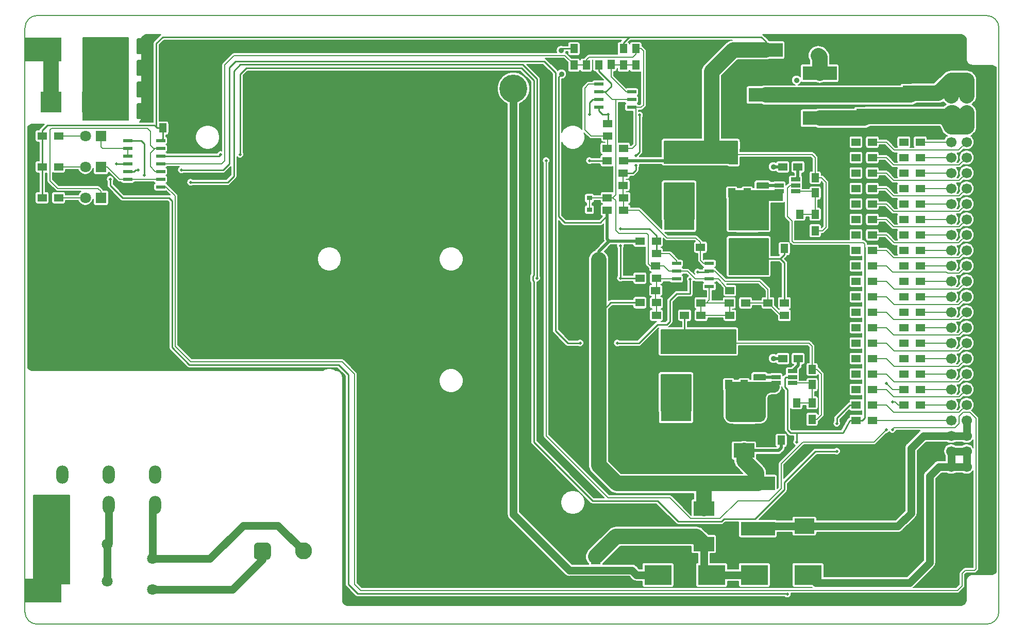
<source format=gtl>
G04 #@! TF.GenerationSoftware,KiCad,Pcbnew,(5.1.5)-3*
G04 #@! TF.CreationDate,2020-04-19T00:38:59+08:00*
G04 #@! TF.ProjectId,HEMAC_POWER,48454d41-435f-4504-9f57-45522e6b6963,rev?*
G04 #@! TF.SameCoordinates,Original*
G04 #@! TF.FileFunction,Copper,L1,Top*
G04 #@! TF.FilePolarity,Positive*
%FSLAX46Y46*%
G04 Gerber Fmt 4.6, Leading zero omitted, Abs format (unit mm)*
G04 Created by KiCad (PCBNEW (5.1.5)-3) date 2020-04-19 00:38:59*
%MOMM*%
%LPD*%
G04 APERTURE LIST*
%ADD10C,0.200000*%
%ADD11R,3.400000X2.400000*%
%ADD12R,1.600000X1.600000*%
%ADD13C,1.600000*%
%ADD14C,1.700000*%
%ADD15R,1.700000X1.700000*%
%ADD16R,1.250000X1.500000*%
%ADD17R,1.500000X1.250000*%
%ADD18R,3.300000X2.500000*%
%ADD19C,1.800000*%
%ADD20R,1.800000X1.800000*%
%ADD21R,4.500000X3.300000*%
%ADD22R,5.600000X2.300000*%
%ADD23C,0.100000*%
%ADD24C,2.800000*%
%ADD25C,4.600000*%
%ADD26R,1.500000X1.300000*%
%ADD27R,1.300000X1.500000*%
%ADD28R,1.500000X0.600000*%
%ADD29R,1.560000X0.650000*%
%ADD30R,1.550000X0.600000*%
%ADD31R,5.000000X3.500000*%
%ADD32R,3.500000X3.500000*%
%ADD33R,6.000000X4.000000*%
%ADD34R,0.900000X0.800000*%
%ADD35O,2.000000X3.000000*%
%ADD36C,0.900000*%
%ADD37C,0.500000*%
%ADD38C,0.700000*%
%ADD39C,2.540000*%
%ADD40C,0.508000*%
%ADD41C,0.254000*%
%ADD42C,0.152400*%
%ADD43C,1.270000*%
G04 APERTURE END LIST*
D10*
X225000000Y-148000000D02*
G75*
G02X223000000Y-150000000I-2000000J0D01*
G01*
X67000000Y-150000000D02*
G75*
G02X65000000Y-148000000I0J2000000D01*
G01*
X65000000Y-52000000D02*
G75*
G02X67000000Y-50000000I2000000J0D01*
G01*
X223000000Y-50000000D02*
G75*
G02X225000000Y-52000000I0J-2000000D01*
G01*
X65000000Y-148000000D02*
X65000000Y-52000000D01*
X223000000Y-150000000D02*
X67000000Y-150000000D01*
X225000000Y-52000000D02*
X225000000Y-148000000D01*
X67000000Y-50000000D02*
X223000000Y-50000000D01*
D11*
X176520000Y-130980000D03*
X176520000Y-136830000D03*
D12*
X158740000Y-139370000D03*
D13*
X158740000Y-142870000D03*
D14*
X217160000Y-139370000D03*
X219700000Y-139370000D03*
X217160000Y-136830000D03*
X219700000Y-136830000D03*
X217160000Y-134290000D03*
X219700000Y-134290000D03*
X217160000Y-131750000D03*
X219700000Y-131750000D03*
X217160000Y-129210000D03*
X219700000Y-129210000D03*
X217160000Y-126670000D03*
X219700000Y-126670000D03*
X217160000Y-124130000D03*
X219700000Y-124130000D03*
X217160000Y-121590000D03*
X219700000Y-121590000D03*
X217160000Y-119050000D03*
X219700000Y-119050000D03*
X217160000Y-116510000D03*
X219700000Y-116510000D03*
X217160000Y-113970000D03*
X219700000Y-113970000D03*
X217160000Y-111430000D03*
X219700000Y-111430000D03*
X217160000Y-108890000D03*
X219700000Y-108890000D03*
X217160000Y-106350000D03*
X219700000Y-106350000D03*
X217160000Y-103810000D03*
X219700000Y-103810000D03*
X217160000Y-101270000D03*
X219700000Y-101270000D03*
X217160000Y-98730000D03*
X219700000Y-98730000D03*
X217160000Y-96190000D03*
X219700000Y-96190000D03*
X217160000Y-93650000D03*
X219700000Y-93650000D03*
X217160000Y-91110000D03*
X219700000Y-91110000D03*
X217160000Y-88570000D03*
X219700000Y-88570000D03*
X217160000Y-86030000D03*
X219700000Y-86030000D03*
X217160000Y-83490000D03*
X219700000Y-83490000D03*
X217160000Y-80950000D03*
X219700000Y-80950000D03*
X217160000Y-78410000D03*
X219700000Y-78410000D03*
X217160000Y-75870000D03*
X219700000Y-75870000D03*
X217160000Y-73330000D03*
X219700000Y-73330000D03*
X217160000Y-70790000D03*
X219700000Y-70790000D03*
X217160000Y-68250000D03*
X219700000Y-68250000D03*
X217160000Y-65710000D03*
X219700000Y-65710000D03*
X217160000Y-63170000D03*
X219700000Y-63170000D03*
X217160000Y-60630000D03*
D15*
X219700000Y-60630000D03*
D16*
X87620000Y-65984000D03*
X87620000Y-68484000D03*
D17*
X183358000Y-104826000D03*
X180858000Y-104826000D03*
X183866000Y-73838000D03*
X181366000Y-73838000D03*
D16*
X194300000Y-110648000D03*
X194300000Y-108148000D03*
X194808000Y-76652000D03*
X194808000Y-79152000D03*
D17*
X192014000Y-106350000D03*
X189514000Y-106350000D03*
X189494000Y-74854000D03*
X191994000Y-74854000D03*
D16*
X180584000Y-108148000D03*
X180584000Y-110648000D03*
X183632000Y-76652000D03*
X183632000Y-79152000D03*
X183124000Y-110648000D03*
X183124000Y-108148000D03*
X181092000Y-79152000D03*
X181092000Y-76652000D03*
X189220000Y-119792000D03*
X189220000Y-117292000D03*
X189728000Y-85796000D03*
X189728000Y-88296000D03*
D17*
X163212000Y-69774000D03*
X160712000Y-69774000D03*
X160712000Y-67742000D03*
X163212000Y-67742000D03*
X168626000Y-91120000D03*
X166126000Y-91120000D03*
X183292000Y-95174000D03*
X180792000Y-95174000D03*
D16*
X159248000Y-58090000D03*
X159248000Y-55590000D03*
D17*
X173472000Y-88062000D03*
X175972000Y-88062000D03*
X168626000Y-95164000D03*
X166126000Y-95164000D03*
X183292000Y-99238000D03*
X180792000Y-99238000D03*
D16*
X161280000Y-55550000D03*
X161280000Y-58050000D03*
D17*
X163272000Y-75870000D03*
X160772000Y-75870000D03*
X163272000Y-77902000D03*
X160772000Y-77902000D03*
D18*
X193030000Y-127080000D03*
X193030000Y-133880000D03*
X210810000Y-62760000D03*
X210810000Y-55960000D03*
X203190000Y-59770000D03*
X203190000Y-66570000D03*
D19*
X74920000Y-69774000D03*
D20*
X77460000Y-69774000D03*
D19*
X74920000Y-74854000D03*
D20*
X77460000Y-74854000D03*
X77460000Y-79934000D03*
D19*
X74920000Y-79934000D03*
D21*
X184820000Y-141910000D03*
X193620000Y-141910000D03*
X168990000Y-141910000D03*
X177790000Y-141910000D03*
D22*
X186680000Y-63060000D03*
X186680000Y-55660000D03*
X195570000Y-59470000D03*
X195570000Y-66870000D03*
X185410000Y-134290000D03*
X185410000Y-126890000D03*
G04 #@! TA.AperFunction,ComponentPad*
D23*
G36*
X104768612Y-136603371D02*
G01*
X104836563Y-136613450D01*
X104903199Y-136630142D01*
X104967878Y-136653284D01*
X105029978Y-136682655D01*
X105088899Y-136717971D01*
X105144075Y-136758893D01*
X105194975Y-136805025D01*
X105241107Y-136855925D01*
X105282029Y-136911101D01*
X105317345Y-136970022D01*
X105346716Y-137032122D01*
X105369858Y-137096801D01*
X105386550Y-137163437D01*
X105396629Y-137231388D01*
X105400000Y-137300000D01*
X105400000Y-138700000D01*
X105396629Y-138768612D01*
X105386550Y-138836563D01*
X105369858Y-138903199D01*
X105346716Y-138967878D01*
X105317345Y-139029978D01*
X105282029Y-139088899D01*
X105241107Y-139144075D01*
X105194975Y-139194975D01*
X105144075Y-139241107D01*
X105088899Y-139282029D01*
X105029978Y-139317345D01*
X104967878Y-139346716D01*
X104903199Y-139369858D01*
X104836563Y-139386550D01*
X104768612Y-139396629D01*
X104700000Y-139400000D01*
X103300000Y-139400000D01*
X103231388Y-139396629D01*
X103163437Y-139386550D01*
X103096801Y-139369858D01*
X103032122Y-139346716D01*
X102970022Y-139317345D01*
X102911101Y-139282029D01*
X102855925Y-139241107D01*
X102805025Y-139194975D01*
X102758893Y-139144075D01*
X102717971Y-139088899D01*
X102682655Y-139029978D01*
X102653284Y-138967878D01*
X102630142Y-138903199D01*
X102613450Y-138836563D01*
X102603371Y-138768612D01*
X102600000Y-138700000D01*
X102600000Y-137300000D01*
X102603371Y-137231388D01*
X102613450Y-137163437D01*
X102630142Y-137096801D01*
X102653284Y-137032122D01*
X102682655Y-136970022D01*
X102717971Y-136911101D01*
X102758893Y-136855925D01*
X102805025Y-136805025D01*
X102855925Y-136758893D01*
X102911101Y-136717971D01*
X102970022Y-136682655D01*
X103032122Y-136653284D01*
X103096801Y-136630142D01*
X103163437Y-136613450D01*
X103231388Y-136603371D01*
X103300000Y-136600000D01*
X104700000Y-136600000D01*
X104768612Y-136603371D01*
G37*
G04 #@! TD.AperFunction*
D24*
X110750000Y-138000000D03*
D25*
X139750000Y-62000000D03*
X145250000Y-62000000D03*
D26*
X204216000Y-70790000D03*
X201516000Y-70790000D03*
X209380000Y-70790000D03*
X212080000Y-70790000D03*
X201516000Y-73330000D03*
X204216000Y-73330000D03*
X209380000Y-73330000D03*
X212080000Y-73330000D03*
X204216000Y-75870000D03*
X201516000Y-75870000D03*
X212080000Y-75870000D03*
X209380000Y-75870000D03*
X204216000Y-78410000D03*
X201516000Y-78410000D03*
X212080000Y-78410000D03*
X209380000Y-78410000D03*
X204216000Y-80950000D03*
X201516000Y-80950000D03*
X209380000Y-80950000D03*
X212080000Y-80950000D03*
X201516000Y-83490000D03*
X204216000Y-83490000D03*
X212080000Y-83490000D03*
X209380000Y-83490000D03*
X201516000Y-86030000D03*
X204216000Y-86030000D03*
X209380000Y-86030000D03*
X212080000Y-86030000D03*
X201516000Y-88570000D03*
X204216000Y-88570000D03*
X212080000Y-88570000D03*
X209380000Y-88570000D03*
X201516000Y-91110000D03*
X204216000Y-91110000D03*
X212080000Y-91110000D03*
X209380000Y-91110000D03*
X204216000Y-93650000D03*
X201516000Y-93650000D03*
X212080000Y-93650000D03*
X209380000Y-93650000D03*
X204216000Y-96190000D03*
X201516000Y-96190000D03*
X209380000Y-96190000D03*
X212080000Y-96190000D03*
X204216000Y-98730000D03*
X201516000Y-98730000D03*
X209380000Y-98730000D03*
X212080000Y-98730000D03*
X204216000Y-101270000D03*
X201516000Y-101270000D03*
X212080000Y-101270000D03*
X209380000Y-101270000D03*
X201516000Y-103810000D03*
X204216000Y-103810000D03*
X209380000Y-103810000D03*
X212080000Y-103810000D03*
X204216000Y-106350000D03*
X201516000Y-106350000D03*
X209380000Y-106350000D03*
X212080000Y-106350000D03*
X204216000Y-108890000D03*
X201516000Y-108890000D03*
X212080000Y-108890000D03*
X209380000Y-108890000D03*
X201516000Y-111430000D03*
X204216000Y-111430000D03*
X212080000Y-111430000D03*
X209380000Y-111430000D03*
X201516000Y-113970000D03*
X204216000Y-113970000D03*
X212080000Y-113970000D03*
X209380000Y-113970000D03*
X201516000Y-116510000D03*
X204216000Y-116510000D03*
D27*
X194300000Y-116336000D03*
X194300000Y-113636000D03*
X191760000Y-116336000D03*
X191760000Y-113636000D03*
X194808000Y-85348000D03*
X194808000Y-82648000D03*
X192268000Y-85348000D03*
X192268000Y-82648000D03*
D26*
X160612000Y-73838000D03*
X163312000Y-73838000D03*
X70508000Y-69774000D03*
X67808000Y-69774000D03*
X67808000Y-74854000D03*
X70508000Y-74854000D03*
X70508000Y-79934000D03*
X67808000Y-79934000D03*
X163312000Y-71806000D03*
X160612000Y-71806000D03*
X166026000Y-87046000D03*
X168726000Y-87046000D03*
X166026000Y-89098000D03*
X168726000Y-89098000D03*
X187056000Y-97206000D03*
X189756000Y-97206000D03*
X189756000Y-99238000D03*
X187056000Y-99238000D03*
D27*
X155184000Y-58150000D03*
X155184000Y-55450000D03*
X157216000Y-58150000D03*
X157216000Y-55450000D03*
D26*
X166026000Y-93142000D03*
X168726000Y-93142000D03*
X180692000Y-97206000D03*
X183392000Y-97206000D03*
D27*
X165344000Y-58150000D03*
X165344000Y-55450000D03*
X163312000Y-58150000D03*
X163312000Y-55450000D03*
D26*
X166026000Y-97186000D03*
X168726000Y-97186000D03*
X166026000Y-99238000D03*
X168726000Y-99238000D03*
X173372000Y-99238000D03*
X176072000Y-99238000D03*
X173372000Y-97206000D03*
X176072000Y-97206000D03*
X160672000Y-79934000D03*
X163372000Y-79934000D03*
X160672000Y-81966000D03*
X163372000Y-81966000D03*
D19*
X85976000Y-144326000D03*
X78476000Y-142926000D03*
D28*
X87272000Y-70536000D03*
X87272000Y-71806000D03*
X87272000Y-73076000D03*
X87272000Y-74346000D03*
X87272000Y-75616000D03*
X87272000Y-76886000D03*
X87272000Y-78156000D03*
X81872000Y-78156000D03*
X81872000Y-76886000D03*
X81872000Y-75616000D03*
X81872000Y-74346000D03*
X81872000Y-73076000D03*
X81872000Y-71806000D03*
X81872000Y-70536000D03*
D29*
X188378000Y-108448000D03*
X188378000Y-109398000D03*
X188378000Y-110348000D03*
X191078000Y-110348000D03*
X191078000Y-108448000D03*
X191078000Y-109398000D03*
X191586000Y-77902000D03*
X191586000Y-76952000D03*
X191586000Y-78852000D03*
X188886000Y-78852000D03*
X188886000Y-77902000D03*
X188886000Y-76952000D03*
D30*
X172022000Y-90729000D03*
X172022000Y-91999000D03*
X172022000Y-93269000D03*
X172022000Y-94539000D03*
X177422000Y-94539000D03*
X177422000Y-93269000D03*
X177422000Y-91999000D03*
X177422000Y-90729000D03*
X159262000Y-65075000D03*
X159262000Y-63805000D03*
X159262000Y-62535000D03*
X159262000Y-61265000D03*
X164662000Y-61265000D03*
X164662000Y-62535000D03*
X164662000Y-63805000D03*
X164662000Y-65075000D03*
D31*
X171948000Y-114948000D03*
X171948000Y-103848000D03*
X172456000Y-72390000D03*
X172456000Y-83490000D03*
D11*
X183124000Y-121467000D03*
X183124000Y-115617000D03*
X183632000Y-84121000D03*
X183632000Y-89971000D03*
D32*
X69244000Y-64186000D03*
X76044000Y-64186000D03*
D33*
X68000000Y-144450000D03*
X68000000Y-55550000D03*
D34*
X155724000Y-80950000D03*
X157724000Y-80000000D03*
X157724000Y-81900000D03*
G04 #@! TA.AperFunction,SMDPad,CuDef*
D23*
G36*
X81576004Y-57274204D02*
G01*
X81600273Y-57277804D01*
X81624071Y-57283765D01*
X81647171Y-57292030D01*
X81669349Y-57302520D01*
X81690393Y-57315133D01*
X81710098Y-57329747D01*
X81728277Y-57346223D01*
X81744753Y-57364402D01*
X81759367Y-57384107D01*
X81771980Y-57405151D01*
X81782470Y-57427329D01*
X81790735Y-57450429D01*
X81796696Y-57474227D01*
X81800296Y-57498496D01*
X81801500Y-57523000D01*
X81801500Y-59673000D01*
X81800296Y-59697504D01*
X81796696Y-59721773D01*
X81790735Y-59745571D01*
X81782470Y-59768671D01*
X81771980Y-59790849D01*
X81759367Y-59811893D01*
X81744753Y-59831598D01*
X81728277Y-59849777D01*
X81710098Y-59866253D01*
X81690393Y-59880867D01*
X81669349Y-59893480D01*
X81647171Y-59903970D01*
X81624071Y-59912235D01*
X81600273Y-59918196D01*
X81576004Y-59921796D01*
X81551500Y-59923000D01*
X80626500Y-59923000D01*
X80601996Y-59921796D01*
X80577727Y-59918196D01*
X80553929Y-59912235D01*
X80530829Y-59903970D01*
X80508651Y-59893480D01*
X80487607Y-59880867D01*
X80467902Y-59866253D01*
X80449723Y-59849777D01*
X80433247Y-59831598D01*
X80418633Y-59811893D01*
X80406020Y-59790849D01*
X80395530Y-59768671D01*
X80387265Y-59745571D01*
X80381304Y-59721773D01*
X80377704Y-59697504D01*
X80376500Y-59673000D01*
X80376500Y-57523000D01*
X80377704Y-57498496D01*
X80381304Y-57474227D01*
X80387265Y-57450429D01*
X80395530Y-57427329D01*
X80406020Y-57405151D01*
X80418633Y-57384107D01*
X80433247Y-57364402D01*
X80449723Y-57346223D01*
X80467902Y-57329747D01*
X80487607Y-57315133D01*
X80508651Y-57302520D01*
X80530829Y-57292030D01*
X80553929Y-57283765D01*
X80577727Y-57277804D01*
X80601996Y-57274204D01*
X80626500Y-57273000D01*
X81551500Y-57273000D01*
X81576004Y-57274204D01*
G37*
G04 #@! TD.AperFunction*
G04 #@! TA.AperFunction,SMDPad,CuDef*
G36*
X84551004Y-57274204D02*
G01*
X84575273Y-57277804D01*
X84599071Y-57283765D01*
X84622171Y-57292030D01*
X84644349Y-57302520D01*
X84665393Y-57315133D01*
X84685098Y-57329747D01*
X84703277Y-57346223D01*
X84719753Y-57364402D01*
X84734367Y-57384107D01*
X84746980Y-57405151D01*
X84757470Y-57427329D01*
X84765735Y-57450429D01*
X84771696Y-57474227D01*
X84775296Y-57498496D01*
X84776500Y-57523000D01*
X84776500Y-59673000D01*
X84775296Y-59697504D01*
X84771696Y-59721773D01*
X84765735Y-59745571D01*
X84757470Y-59768671D01*
X84746980Y-59790849D01*
X84734367Y-59811893D01*
X84719753Y-59831598D01*
X84703277Y-59849777D01*
X84685098Y-59866253D01*
X84665393Y-59880867D01*
X84644349Y-59893480D01*
X84622171Y-59903970D01*
X84599071Y-59912235D01*
X84575273Y-59918196D01*
X84551004Y-59921796D01*
X84526500Y-59923000D01*
X83601500Y-59923000D01*
X83576996Y-59921796D01*
X83552727Y-59918196D01*
X83528929Y-59912235D01*
X83505829Y-59903970D01*
X83483651Y-59893480D01*
X83462607Y-59880867D01*
X83442902Y-59866253D01*
X83424723Y-59849777D01*
X83408247Y-59831598D01*
X83393633Y-59811893D01*
X83381020Y-59790849D01*
X83370530Y-59768671D01*
X83362265Y-59745571D01*
X83356304Y-59721773D01*
X83352704Y-59697504D01*
X83351500Y-59673000D01*
X83351500Y-57523000D01*
X83352704Y-57498496D01*
X83356304Y-57474227D01*
X83362265Y-57450429D01*
X83370530Y-57427329D01*
X83381020Y-57405151D01*
X83393633Y-57384107D01*
X83408247Y-57364402D01*
X83424723Y-57346223D01*
X83442902Y-57329747D01*
X83462607Y-57315133D01*
X83483651Y-57302520D01*
X83505829Y-57292030D01*
X83528929Y-57283765D01*
X83552727Y-57277804D01*
X83576996Y-57274204D01*
X83601500Y-57273000D01*
X84526500Y-57273000D01*
X84551004Y-57274204D01*
G37*
G04 #@! TD.AperFunction*
G04 #@! TA.AperFunction,SMDPad,CuDef*
G36*
X81576004Y-60830204D02*
G01*
X81600273Y-60833804D01*
X81624071Y-60839765D01*
X81647171Y-60848030D01*
X81669349Y-60858520D01*
X81690393Y-60871133D01*
X81710098Y-60885747D01*
X81728277Y-60902223D01*
X81744753Y-60920402D01*
X81759367Y-60940107D01*
X81771980Y-60961151D01*
X81782470Y-60983329D01*
X81790735Y-61006429D01*
X81796696Y-61030227D01*
X81800296Y-61054496D01*
X81801500Y-61079000D01*
X81801500Y-63229000D01*
X81800296Y-63253504D01*
X81796696Y-63277773D01*
X81790735Y-63301571D01*
X81782470Y-63324671D01*
X81771980Y-63346849D01*
X81759367Y-63367893D01*
X81744753Y-63387598D01*
X81728277Y-63405777D01*
X81710098Y-63422253D01*
X81690393Y-63436867D01*
X81669349Y-63449480D01*
X81647171Y-63459970D01*
X81624071Y-63468235D01*
X81600273Y-63474196D01*
X81576004Y-63477796D01*
X81551500Y-63479000D01*
X80626500Y-63479000D01*
X80601996Y-63477796D01*
X80577727Y-63474196D01*
X80553929Y-63468235D01*
X80530829Y-63459970D01*
X80508651Y-63449480D01*
X80487607Y-63436867D01*
X80467902Y-63422253D01*
X80449723Y-63405777D01*
X80433247Y-63387598D01*
X80418633Y-63367893D01*
X80406020Y-63346849D01*
X80395530Y-63324671D01*
X80387265Y-63301571D01*
X80381304Y-63277773D01*
X80377704Y-63253504D01*
X80376500Y-63229000D01*
X80376500Y-61079000D01*
X80377704Y-61054496D01*
X80381304Y-61030227D01*
X80387265Y-61006429D01*
X80395530Y-60983329D01*
X80406020Y-60961151D01*
X80418633Y-60940107D01*
X80433247Y-60920402D01*
X80449723Y-60902223D01*
X80467902Y-60885747D01*
X80487607Y-60871133D01*
X80508651Y-60858520D01*
X80530829Y-60848030D01*
X80553929Y-60839765D01*
X80577727Y-60833804D01*
X80601996Y-60830204D01*
X80626500Y-60829000D01*
X81551500Y-60829000D01*
X81576004Y-60830204D01*
G37*
G04 #@! TD.AperFunction*
G04 #@! TA.AperFunction,SMDPad,CuDef*
G36*
X84551004Y-60830204D02*
G01*
X84575273Y-60833804D01*
X84599071Y-60839765D01*
X84622171Y-60848030D01*
X84644349Y-60858520D01*
X84665393Y-60871133D01*
X84685098Y-60885747D01*
X84703277Y-60902223D01*
X84719753Y-60920402D01*
X84734367Y-60940107D01*
X84746980Y-60961151D01*
X84757470Y-60983329D01*
X84765735Y-61006429D01*
X84771696Y-61030227D01*
X84775296Y-61054496D01*
X84776500Y-61079000D01*
X84776500Y-63229000D01*
X84775296Y-63253504D01*
X84771696Y-63277773D01*
X84765735Y-63301571D01*
X84757470Y-63324671D01*
X84746980Y-63346849D01*
X84734367Y-63367893D01*
X84719753Y-63387598D01*
X84703277Y-63405777D01*
X84685098Y-63422253D01*
X84665393Y-63436867D01*
X84644349Y-63449480D01*
X84622171Y-63459970D01*
X84599071Y-63468235D01*
X84575273Y-63474196D01*
X84551004Y-63477796D01*
X84526500Y-63479000D01*
X83601500Y-63479000D01*
X83576996Y-63477796D01*
X83552727Y-63474196D01*
X83528929Y-63468235D01*
X83505829Y-63459970D01*
X83483651Y-63449480D01*
X83462607Y-63436867D01*
X83442902Y-63422253D01*
X83424723Y-63405777D01*
X83408247Y-63387598D01*
X83393633Y-63367893D01*
X83381020Y-63346849D01*
X83370530Y-63324671D01*
X83362265Y-63301571D01*
X83356304Y-63277773D01*
X83352704Y-63253504D01*
X83351500Y-63229000D01*
X83351500Y-61079000D01*
X83352704Y-61054496D01*
X83356304Y-61030227D01*
X83362265Y-61006429D01*
X83370530Y-60983329D01*
X83381020Y-60961151D01*
X83393633Y-60940107D01*
X83408247Y-60920402D01*
X83424723Y-60902223D01*
X83442902Y-60885747D01*
X83462607Y-60871133D01*
X83483651Y-60858520D01*
X83505829Y-60848030D01*
X83528929Y-60839765D01*
X83552727Y-60833804D01*
X83576996Y-60830204D01*
X83601500Y-60829000D01*
X84526500Y-60829000D01*
X84551004Y-60830204D01*
G37*
G04 #@! TD.AperFunction*
G04 #@! TA.AperFunction,SMDPad,CuDef*
G36*
X84551004Y-64386204D02*
G01*
X84575273Y-64389804D01*
X84599071Y-64395765D01*
X84622171Y-64404030D01*
X84644349Y-64414520D01*
X84665393Y-64427133D01*
X84685098Y-64441747D01*
X84703277Y-64458223D01*
X84719753Y-64476402D01*
X84734367Y-64496107D01*
X84746980Y-64517151D01*
X84757470Y-64539329D01*
X84765735Y-64562429D01*
X84771696Y-64586227D01*
X84775296Y-64610496D01*
X84776500Y-64635000D01*
X84776500Y-66785000D01*
X84775296Y-66809504D01*
X84771696Y-66833773D01*
X84765735Y-66857571D01*
X84757470Y-66880671D01*
X84746980Y-66902849D01*
X84734367Y-66923893D01*
X84719753Y-66943598D01*
X84703277Y-66961777D01*
X84685098Y-66978253D01*
X84665393Y-66992867D01*
X84644349Y-67005480D01*
X84622171Y-67015970D01*
X84599071Y-67024235D01*
X84575273Y-67030196D01*
X84551004Y-67033796D01*
X84526500Y-67035000D01*
X83601500Y-67035000D01*
X83576996Y-67033796D01*
X83552727Y-67030196D01*
X83528929Y-67024235D01*
X83505829Y-67015970D01*
X83483651Y-67005480D01*
X83462607Y-66992867D01*
X83442902Y-66978253D01*
X83424723Y-66961777D01*
X83408247Y-66943598D01*
X83393633Y-66923893D01*
X83381020Y-66902849D01*
X83370530Y-66880671D01*
X83362265Y-66857571D01*
X83356304Y-66833773D01*
X83352704Y-66809504D01*
X83351500Y-66785000D01*
X83351500Y-64635000D01*
X83352704Y-64610496D01*
X83356304Y-64586227D01*
X83362265Y-64562429D01*
X83370530Y-64539329D01*
X83381020Y-64517151D01*
X83393633Y-64496107D01*
X83408247Y-64476402D01*
X83424723Y-64458223D01*
X83442902Y-64441747D01*
X83462607Y-64427133D01*
X83483651Y-64414520D01*
X83505829Y-64404030D01*
X83528929Y-64395765D01*
X83552727Y-64389804D01*
X83576996Y-64386204D01*
X83601500Y-64385000D01*
X84526500Y-64385000D01*
X84551004Y-64386204D01*
G37*
G04 #@! TD.AperFunction*
G04 #@! TA.AperFunction,SMDPad,CuDef*
G36*
X81576004Y-64386204D02*
G01*
X81600273Y-64389804D01*
X81624071Y-64395765D01*
X81647171Y-64404030D01*
X81669349Y-64414520D01*
X81690393Y-64427133D01*
X81710098Y-64441747D01*
X81728277Y-64458223D01*
X81744753Y-64476402D01*
X81759367Y-64496107D01*
X81771980Y-64517151D01*
X81782470Y-64539329D01*
X81790735Y-64562429D01*
X81796696Y-64586227D01*
X81800296Y-64610496D01*
X81801500Y-64635000D01*
X81801500Y-66785000D01*
X81800296Y-66809504D01*
X81796696Y-66833773D01*
X81790735Y-66857571D01*
X81782470Y-66880671D01*
X81771980Y-66902849D01*
X81759367Y-66923893D01*
X81744753Y-66943598D01*
X81728277Y-66961777D01*
X81710098Y-66978253D01*
X81690393Y-66992867D01*
X81669349Y-67005480D01*
X81647171Y-67015970D01*
X81624071Y-67024235D01*
X81600273Y-67030196D01*
X81576004Y-67033796D01*
X81551500Y-67035000D01*
X80626500Y-67035000D01*
X80601996Y-67033796D01*
X80577727Y-67030196D01*
X80553929Y-67024235D01*
X80530829Y-67015970D01*
X80508651Y-67005480D01*
X80487607Y-66992867D01*
X80467902Y-66978253D01*
X80449723Y-66961777D01*
X80433247Y-66943598D01*
X80418633Y-66923893D01*
X80406020Y-66902849D01*
X80395530Y-66880671D01*
X80387265Y-66857571D01*
X80381304Y-66833773D01*
X80377704Y-66809504D01*
X80376500Y-66785000D01*
X80376500Y-64635000D01*
X80377704Y-64610496D01*
X80381304Y-64586227D01*
X80387265Y-64562429D01*
X80395530Y-64539329D01*
X80406020Y-64517151D01*
X80418633Y-64496107D01*
X80433247Y-64476402D01*
X80449723Y-64458223D01*
X80467902Y-64441747D01*
X80487607Y-64427133D01*
X80508651Y-64414520D01*
X80530829Y-64404030D01*
X80553929Y-64395765D01*
X80577727Y-64389804D01*
X80601996Y-64386204D01*
X80626500Y-64385000D01*
X81551500Y-64385000D01*
X81576004Y-64386204D01*
G37*
G04 #@! TD.AperFunction*
D35*
X78730000Y-130440000D03*
X78730000Y-125440000D03*
X86350000Y-125440000D03*
X86350000Y-130440000D03*
X71110000Y-125440000D03*
X71110000Y-130440000D03*
G04 #@! TA.AperFunction,SMDPad,CuDef*
D23*
G36*
X81576004Y-53718204D02*
G01*
X81600273Y-53721804D01*
X81624071Y-53727765D01*
X81647171Y-53736030D01*
X81669349Y-53746520D01*
X81690393Y-53759133D01*
X81710098Y-53773747D01*
X81728277Y-53790223D01*
X81744753Y-53808402D01*
X81759367Y-53828107D01*
X81771980Y-53849151D01*
X81782470Y-53871329D01*
X81790735Y-53894429D01*
X81796696Y-53918227D01*
X81800296Y-53942496D01*
X81801500Y-53967000D01*
X81801500Y-56117000D01*
X81800296Y-56141504D01*
X81796696Y-56165773D01*
X81790735Y-56189571D01*
X81782470Y-56212671D01*
X81771980Y-56234849D01*
X81759367Y-56255893D01*
X81744753Y-56275598D01*
X81728277Y-56293777D01*
X81710098Y-56310253D01*
X81690393Y-56324867D01*
X81669349Y-56337480D01*
X81647171Y-56347970D01*
X81624071Y-56356235D01*
X81600273Y-56362196D01*
X81576004Y-56365796D01*
X81551500Y-56367000D01*
X80626500Y-56367000D01*
X80601996Y-56365796D01*
X80577727Y-56362196D01*
X80553929Y-56356235D01*
X80530829Y-56347970D01*
X80508651Y-56337480D01*
X80487607Y-56324867D01*
X80467902Y-56310253D01*
X80449723Y-56293777D01*
X80433247Y-56275598D01*
X80418633Y-56255893D01*
X80406020Y-56234849D01*
X80395530Y-56212671D01*
X80387265Y-56189571D01*
X80381304Y-56165773D01*
X80377704Y-56141504D01*
X80376500Y-56117000D01*
X80376500Y-53967000D01*
X80377704Y-53942496D01*
X80381304Y-53918227D01*
X80387265Y-53894429D01*
X80395530Y-53871329D01*
X80406020Y-53849151D01*
X80418633Y-53828107D01*
X80433247Y-53808402D01*
X80449723Y-53790223D01*
X80467902Y-53773747D01*
X80487607Y-53759133D01*
X80508651Y-53746520D01*
X80530829Y-53736030D01*
X80553929Y-53727765D01*
X80577727Y-53721804D01*
X80601996Y-53718204D01*
X80626500Y-53717000D01*
X81551500Y-53717000D01*
X81576004Y-53718204D01*
G37*
G04 #@! TD.AperFunction*
G04 #@! TA.AperFunction,SMDPad,CuDef*
G36*
X84551004Y-53718204D02*
G01*
X84575273Y-53721804D01*
X84599071Y-53727765D01*
X84622171Y-53736030D01*
X84644349Y-53746520D01*
X84665393Y-53759133D01*
X84685098Y-53773747D01*
X84703277Y-53790223D01*
X84719753Y-53808402D01*
X84734367Y-53828107D01*
X84746980Y-53849151D01*
X84757470Y-53871329D01*
X84765735Y-53894429D01*
X84771696Y-53918227D01*
X84775296Y-53942496D01*
X84776500Y-53967000D01*
X84776500Y-56117000D01*
X84775296Y-56141504D01*
X84771696Y-56165773D01*
X84765735Y-56189571D01*
X84757470Y-56212671D01*
X84746980Y-56234849D01*
X84734367Y-56255893D01*
X84719753Y-56275598D01*
X84703277Y-56293777D01*
X84685098Y-56310253D01*
X84665393Y-56324867D01*
X84644349Y-56337480D01*
X84622171Y-56347970D01*
X84599071Y-56356235D01*
X84575273Y-56362196D01*
X84551004Y-56365796D01*
X84526500Y-56367000D01*
X83601500Y-56367000D01*
X83576996Y-56365796D01*
X83552727Y-56362196D01*
X83528929Y-56356235D01*
X83505829Y-56347970D01*
X83483651Y-56337480D01*
X83462607Y-56324867D01*
X83442902Y-56310253D01*
X83424723Y-56293777D01*
X83408247Y-56275598D01*
X83393633Y-56255893D01*
X83381020Y-56234849D01*
X83370530Y-56212671D01*
X83362265Y-56189571D01*
X83356304Y-56165773D01*
X83352704Y-56141504D01*
X83351500Y-56117000D01*
X83351500Y-53967000D01*
X83352704Y-53942496D01*
X83356304Y-53918227D01*
X83362265Y-53894429D01*
X83370530Y-53871329D01*
X83381020Y-53849151D01*
X83393633Y-53828107D01*
X83408247Y-53808402D01*
X83424723Y-53790223D01*
X83442902Y-53773747D01*
X83462607Y-53759133D01*
X83483651Y-53746520D01*
X83505829Y-53736030D01*
X83528929Y-53727765D01*
X83552727Y-53721804D01*
X83576996Y-53718204D01*
X83601500Y-53717000D01*
X84526500Y-53717000D01*
X84551004Y-53718204D01*
G37*
G04 #@! TD.AperFunction*
D19*
X78476000Y-136830000D03*
X85976000Y-139230000D03*
D13*
X155748000Y-120574000D03*
D12*
X159248000Y-120574000D03*
X159248000Y-110414000D03*
D13*
X155748000Y-110414000D03*
X155748000Y-100254000D03*
D12*
X159248000Y-100254000D03*
D13*
X167630000Y-132060000D03*
D12*
X167630000Y-135560000D03*
X159248000Y-90094000D03*
D13*
X155748000Y-90094000D03*
G04 #@! TA.AperFunction,SMDPad,CuDef*
D23*
G36*
X183990505Y-70599204D02*
G01*
X184014773Y-70602804D01*
X184038572Y-70608765D01*
X184061671Y-70617030D01*
X184083850Y-70627520D01*
X184104893Y-70640132D01*
X184124599Y-70654747D01*
X184142777Y-70671223D01*
X184159253Y-70689401D01*
X184173868Y-70709107D01*
X184186480Y-70730150D01*
X184196970Y-70752329D01*
X184205235Y-70775428D01*
X184211196Y-70799227D01*
X184214796Y-70823495D01*
X184216000Y-70847999D01*
X184216000Y-71748001D01*
X184214796Y-71772505D01*
X184211196Y-71796773D01*
X184205235Y-71820572D01*
X184196970Y-71843671D01*
X184186480Y-71865850D01*
X184173868Y-71886893D01*
X184159253Y-71906599D01*
X184142777Y-71924777D01*
X184124599Y-71941253D01*
X184104893Y-71955868D01*
X184083850Y-71968480D01*
X184061671Y-71978970D01*
X184038572Y-71987235D01*
X184014773Y-71993196D01*
X183990505Y-71996796D01*
X183966001Y-71998000D01*
X183315999Y-71998000D01*
X183291495Y-71996796D01*
X183267227Y-71993196D01*
X183243428Y-71987235D01*
X183220329Y-71978970D01*
X183198150Y-71968480D01*
X183177107Y-71955868D01*
X183157401Y-71941253D01*
X183139223Y-71924777D01*
X183122747Y-71906599D01*
X183108132Y-71886893D01*
X183095520Y-71865850D01*
X183085030Y-71843671D01*
X183076765Y-71820572D01*
X183070804Y-71796773D01*
X183067204Y-71772505D01*
X183066000Y-71748001D01*
X183066000Y-70847999D01*
X183067204Y-70823495D01*
X183070804Y-70799227D01*
X183076765Y-70775428D01*
X183085030Y-70752329D01*
X183095520Y-70730150D01*
X183108132Y-70709107D01*
X183122747Y-70689401D01*
X183139223Y-70671223D01*
X183157401Y-70654747D01*
X183177107Y-70640132D01*
X183198150Y-70627520D01*
X183220329Y-70617030D01*
X183243428Y-70608765D01*
X183267227Y-70602804D01*
X183291495Y-70599204D01*
X183315999Y-70598000D01*
X183966001Y-70598000D01*
X183990505Y-70599204D01*
G37*
G04 #@! TD.AperFunction*
G04 #@! TA.AperFunction,SMDPad,CuDef*
G36*
X181940505Y-70599204D02*
G01*
X181964773Y-70602804D01*
X181988572Y-70608765D01*
X182011671Y-70617030D01*
X182033850Y-70627520D01*
X182054893Y-70640132D01*
X182074599Y-70654747D01*
X182092777Y-70671223D01*
X182109253Y-70689401D01*
X182123868Y-70709107D01*
X182136480Y-70730150D01*
X182146970Y-70752329D01*
X182155235Y-70775428D01*
X182161196Y-70799227D01*
X182164796Y-70823495D01*
X182166000Y-70847999D01*
X182166000Y-71748001D01*
X182164796Y-71772505D01*
X182161196Y-71796773D01*
X182155235Y-71820572D01*
X182146970Y-71843671D01*
X182136480Y-71865850D01*
X182123868Y-71886893D01*
X182109253Y-71906599D01*
X182092777Y-71924777D01*
X182074599Y-71941253D01*
X182054893Y-71955868D01*
X182033850Y-71968480D01*
X182011671Y-71978970D01*
X181988572Y-71987235D01*
X181964773Y-71993196D01*
X181940505Y-71996796D01*
X181916001Y-71998000D01*
X181265999Y-71998000D01*
X181241495Y-71996796D01*
X181217227Y-71993196D01*
X181193428Y-71987235D01*
X181170329Y-71978970D01*
X181148150Y-71968480D01*
X181127107Y-71955868D01*
X181107401Y-71941253D01*
X181089223Y-71924777D01*
X181072747Y-71906599D01*
X181058132Y-71886893D01*
X181045520Y-71865850D01*
X181035030Y-71843671D01*
X181026765Y-71820572D01*
X181020804Y-71796773D01*
X181017204Y-71772505D01*
X181016000Y-71748001D01*
X181016000Y-70847999D01*
X181017204Y-70823495D01*
X181020804Y-70799227D01*
X181026765Y-70775428D01*
X181035030Y-70752329D01*
X181045520Y-70730150D01*
X181058132Y-70709107D01*
X181072747Y-70689401D01*
X181089223Y-70671223D01*
X181107401Y-70654747D01*
X181127107Y-70640132D01*
X181148150Y-70627520D01*
X181170329Y-70617030D01*
X181193428Y-70608765D01*
X181217227Y-70602804D01*
X181241495Y-70599204D01*
X181265999Y-70598000D01*
X181916001Y-70598000D01*
X181940505Y-70599204D01*
G37*
G04 #@! TD.AperFunction*
G04 #@! TA.AperFunction,SMDPad,CuDef*
G36*
X181432505Y-101587204D02*
G01*
X181456773Y-101590804D01*
X181480572Y-101596765D01*
X181503671Y-101605030D01*
X181525850Y-101615520D01*
X181546893Y-101628132D01*
X181566599Y-101642747D01*
X181584777Y-101659223D01*
X181601253Y-101677401D01*
X181615868Y-101697107D01*
X181628480Y-101718150D01*
X181638970Y-101740329D01*
X181647235Y-101763428D01*
X181653196Y-101787227D01*
X181656796Y-101811495D01*
X181658000Y-101835999D01*
X181658000Y-102736001D01*
X181656796Y-102760505D01*
X181653196Y-102784773D01*
X181647235Y-102808572D01*
X181638970Y-102831671D01*
X181628480Y-102853850D01*
X181615868Y-102874893D01*
X181601253Y-102894599D01*
X181584777Y-102912777D01*
X181566599Y-102929253D01*
X181546893Y-102943868D01*
X181525850Y-102956480D01*
X181503671Y-102966970D01*
X181480572Y-102975235D01*
X181456773Y-102981196D01*
X181432505Y-102984796D01*
X181408001Y-102986000D01*
X180757999Y-102986000D01*
X180733495Y-102984796D01*
X180709227Y-102981196D01*
X180685428Y-102975235D01*
X180662329Y-102966970D01*
X180640150Y-102956480D01*
X180619107Y-102943868D01*
X180599401Y-102929253D01*
X180581223Y-102912777D01*
X180564747Y-102894599D01*
X180550132Y-102874893D01*
X180537520Y-102853850D01*
X180527030Y-102831671D01*
X180518765Y-102808572D01*
X180512804Y-102784773D01*
X180509204Y-102760505D01*
X180508000Y-102736001D01*
X180508000Y-101835999D01*
X180509204Y-101811495D01*
X180512804Y-101787227D01*
X180518765Y-101763428D01*
X180527030Y-101740329D01*
X180537520Y-101718150D01*
X180550132Y-101697107D01*
X180564747Y-101677401D01*
X180581223Y-101659223D01*
X180599401Y-101642747D01*
X180619107Y-101628132D01*
X180640150Y-101615520D01*
X180662329Y-101605030D01*
X180685428Y-101596765D01*
X180709227Y-101590804D01*
X180733495Y-101587204D01*
X180757999Y-101586000D01*
X181408001Y-101586000D01*
X181432505Y-101587204D01*
G37*
G04 #@! TD.AperFunction*
G04 #@! TA.AperFunction,SMDPad,CuDef*
G36*
X183482505Y-101587204D02*
G01*
X183506773Y-101590804D01*
X183530572Y-101596765D01*
X183553671Y-101605030D01*
X183575850Y-101615520D01*
X183596893Y-101628132D01*
X183616599Y-101642747D01*
X183634777Y-101659223D01*
X183651253Y-101677401D01*
X183665868Y-101697107D01*
X183678480Y-101718150D01*
X183688970Y-101740329D01*
X183697235Y-101763428D01*
X183703196Y-101787227D01*
X183706796Y-101811495D01*
X183708000Y-101835999D01*
X183708000Y-102736001D01*
X183706796Y-102760505D01*
X183703196Y-102784773D01*
X183697235Y-102808572D01*
X183688970Y-102831671D01*
X183678480Y-102853850D01*
X183665868Y-102874893D01*
X183651253Y-102894599D01*
X183634777Y-102912777D01*
X183616599Y-102929253D01*
X183596893Y-102943868D01*
X183575850Y-102956480D01*
X183553671Y-102966970D01*
X183530572Y-102975235D01*
X183506773Y-102981196D01*
X183482505Y-102984796D01*
X183458001Y-102986000D01*
X182807999Y-102986000D01*
X182783495Y-102984796D01*
X182759227Y-102981196D01*
X182735428Y-102975235D01*
X182712329Y-102966970D01*
X182690150Y-102956480D01*
X182669107Y-102943868D01*
X182649401Y-102929253D01*
X182631223Y-102912777D01*
X182614747Y-102894599D01*
X182600132Y-102874893D01*
X182587520Y-102853850D01*
X182577030Y-102831671D01*
X182568765Y-102808572D01*
X182562804Y-102784773D01*
X182559204Y-102760505D01*
X182558000Y-102736001D01*
X182558000Y-101835999D01*
X182559204Y-101811495D01*
X182562804Y-101787227D01*
X182568765Y-101763428D01*
X182577030Y-101740329D01*
X182587520Y-101718150D01*
X182600132Y-101697107D01*
X182614747Y-101677401D01*
X182631223Y-101659223D01*
X182649401Y-101642747D01*
X182669107Y-101628132D01*
X182690150Y-101615520D01*
X182712329Y-101605030D01*
X182735428Y-101596765D01*
X182759227Y-101590804D01*
X182783495Y-101587204D01*
X182807999Y-101586000D01*
X183458001Y-101586000D01*
X183482505Y-101587204D01*
G37*
G04 #@! TD.AperFunction*
D36*
X191760000Y-60630000D03*
X67808000Y-137846000D03*
X222240000Y-59360000D03*
X153660000Y-136830000D03*
X156200000Y-139370000D03*
X157470000Y-136830000D03*
X151120000Y-134290000D03*
X160010000Y-134290000D03*
X148580000Y-131750000D03*
X147310000Y-130480000D03*
X147310000Y-127940000D03*
X147310000Y-125400000D03*
X147310000Y-122860000D03*
X147310000Y-120320000D03*
X149850000Y-122860000D03*
X152390000Y-125400000D03*
X153660000Y-126670000D03*
X152390000Y-129210000D03*
X152390000Y-131750000D03*
X149850000Y-130480000D03*
X149850000Y-127940000D03*
X149850000Y-125400000D03*
X147310000Y-117780000D03*
X147310000Y-115240000D03*
X147310000Y-112700000D03*
X147310000Y-110160000D03*
X147310000Y-107620000D03*
X147310000Y-105080000D03*
X147310000Y-102540000D03*
X147310000Y-100000000D03*
X147310000Y-97460000D03*
X147310000Y-94920000D03*
X147310000Y-92380000D03*
X147310000Y-89840000D03*
X147310000Y-87300000D03*
X147310000Y-84760000D03*
X147310000Y-82220000D03*
X147310000Y-79680000D03*
X147310000Y-77140000D03*
X147310000Y-74600000D03*
X147310000Y-72060000D03*
X147310000Y-69520000D03*
X147310000Y-66980000D03*
X199380000Y-83490000D03*
X199380000Y-86030000D03*
X199380000Y-88570000D03*
X199380000Y-91110000D03*
X199380000Y-93650000D03*
X199380000Y-96190000D03*
X199380000Y-98730000D03*
X199380000Y-101270000D03*
X199380000Y-103810000D03*
X199380000Y-106350000D03*
X199380000Y-108890000D03*
X199380000Y-111430000D03*
X199380000Y-112954000D03*
X198110000Y-113970000D03*
X198110000Y-111430000D03*
X198110000Y-108890000D03*
X198110000Y-106350000D03*
X198110000Y-103810000D03*
X198110000Y-101270000D03*
X198110000Y-98730000D03*
X198110000Y-96190000D03*
X198110000Y-93650000D03*
X198110000Y-91110000D03*
X198110000Y-88570000D03*
X198110000Y-86030000D03*
X198110000Y-83490000D03*
X198110000Y-80950000D03*
X199380000Y-78410000D03*
X199380000Y-75870000D03*
X199380000Y-73330000D03*
X199380000Y-70790000D03*
X198110000Y-70790000D03*
X198110000Y-73330000D03*
X198110000Y-75870000D03*
X198110000Y-78410000D03*
X198110000Y-122860000D03*
X198110000Y-125400000D03*
X198110000Y-127940000D03*
X198110000Y-130480000D03*
X199380000Y-130480000D03*
X199380000Y-127940000D03*
X199380000Y-125400000D03*
X199380000Y-122860000D03*
X208270000Y-122860000D03*
X208270000Y-125400000D03*
X208270000Y-127940000D03*
X208270000Y-130480000D03*
X207000000Y-130480000D03*
X207000000Y-127940000D03*
X207000000Y-125400000D03*
X207000000Y-122860000D03*
X203190000Y-122860000D03*
X203190000Y-125400000D03*
X203190000Y-127940000D03*
X203190000Y-130480000D03*
X198110000Y-135560000D03*
X198110000Y-138100000D03*
X198110000Y-140640000D03*
X199380000Y-135560000D03*
X199380000Y-138100000D03*
X199380000Y-140640000D03*
X203190000Y-135560000D03*
X203190000Y-138100000D03*
X203190000Y-140640000D03*
X207000000Y-135560000D03*
X207000000Y-138100000D03*
X207000000Y-140640000D03*
X208270000Y-135560000D03*
X208270000Y-138100000D03*
X208270000Y-140640000D03*
X214620000Y-141910000D03*
X215890000Y-141910000D03*
X214620000Y-143180000D03*
X213350000Y-143180000D03*
X195570000Y-138100000D03*
X193030000Y-138100000D03*
X191760000Y-138100000D03*
X187950000Y-138100000D03*
X186680000Y-138100000D03*
X185410000Y-138100000D03*
X184140000Y-138100000D03*
X182870000Y-138100000D03*
X194300000Y-138100000D03*
X195570000Y-136830000D03*
X194300000Y-136830000D03*
X191760000Y-136830000D03*
X193030000Y-136830000D03*
X187950000Y-136830000D03*
X186680000Y-136830000D03*
X185410000Y-136830000D03*
X184140000Y-136830000D03*
X182870000Y-136830000D03*
X172710000Y-138100000D03*
X172710000Y-139370000D03*
X173980000Y-141910000D03*
X173980000Y-143180000D03*
X170170000Y-138100000D03*
X168900000Y-138100000D03*
X167630000Y-138100000D03*
X166360000Y-138100000D03*
X165090000Y-138100000D03*
X163820000Y-138100000D03*
X163820000Y-139370000D03*
X165090000Y-139370000D03*
X85588000Y-55042000D03*
X85588000Y-58598000D03*
X85588000Y-62154000D03*
X85588000Y-65710000D03*
X87620000Y-64186000D03*
X80112133Y-77789867D03*
D37*
X159248000Y-54195000D03*
X161280000Y-54195000D03*
X157216000Y-54195000D03*
X164836000Y-60122000D03*
X164717800Y-69774000D03*
X164717800Y-67742000D03*
X159248000Y-75870000D03*
X159248000Y-77902000D03*
X154676000Y-80950000D03*
X163820000Y-88062000D03*
X164328000Y-92126000D03*
X164328000Y-95174000D03*
X164328000Y-99238000D03*
X171948000Y-97206000D03*
X170424000Y-94666000D03*
X171948000Y-88062000D03*
X184648000Y-95174000D03*
X184648000Y-99238000D03*
X185664000Y-99238000D03*
X184648000Y-101778000D03*
X183632000Y-106350000D03*
X180584000Y-106858000D03*
X183124000Y-106858000D03*
X191760000Y-117526000D03*
X187696000Y-117018000D03*
D36*
X199380000Y-80950000D03*
X223510000Y-59360000D03*
X222240000Y-61900000D03*
X223510000Y-61900000D03*
X222240000Y-64440000D03*
X223510000Y-64440000D03*
X222240000Y-66980000D03*
X223510000Y-66980000D03*
X222240000Y-69520000D03*
X223510000Y-69520000D03*
X222240000Y-72060000D03*
X223510000Y-72060000D03*
X222240000Y-74600000D03*
X223510000Y-74600000D03*
X222240000Y-77140000D03*
X223510000Y-77140000D03*
X222240000Y-79680000D03*
X223510000Y-79680000D03*
X222240000Y-82220000D03*
X223510000Y-82220000D03*
X222240000Y-84760000D03*
X223510000Y-84760000D03*
X222240000Y-87300000D03*
X223510000Y-87300000D03*
X222240000Y-89840000D03*
X223510000Y-89840000D03*
X222240000Y-92380000D03*
X223510000Y-92380000D03*
X222240000Y-94920000D03*
X223510000Y-94920000D03*
X222240000Y-97460000D03*
X223510000Y-97460000D03*
X222240000Y-100000000D03*
X223510000Y-100000000D03*
X222240000Y-102540000D03*
X223510000Y-102540000D03*
X222240000Y-105080000D03*
X223510000Y-105080000D03*
X222240000Y-107620000D03*
X223510000Y-107620000D03*
X222240000Y-110160000D03*
X223510000Y-110160000D03*
X222240000Y-112700000D03*
X223510000Y-112700000D03*
X222240000Y-115240000D03*
X223510000Y-115240000D03*
X222240000Y-117780000D03*
X223510000Y-117780000D03*
X222240000Y-120320000D03*
X223510000Y-120320000D03*
X222240000Y-122860000D03*
X223510000Y-122860000D03*
X222240000Y-125400000D03*
X223510000Y-125400000D03*
X222240000Y-127940000D03*
X223510000Y-127940000D03*
X222240000Y-130480000D03*
X223510000Y-130480000D03*
X222240000Y-133020000D03*
X223510000Y-133020000D03*
X222240000Y-135560000D03*
X223510000Y-135560000D03*
X222240000Y-138100000D03*
X223510000Y-138100000D03*
X222240000Y-140640000D03*
X223510000Y-140640000D03*
X184140000Y-58090000D03*
X184140000Y-59360000D03*
X184140000Y-60630000D03*
X182870000Y-60630000D03*
X182870000Y-59360000D03*
X182870000Y-58090000D03*
X181600000Y-59360000D03*
X180330000Y-60630000D03*
X181600000Y-60630000D03*
X180330000Y-61900000D03*
X180330000Y-63170000D03*
X180330000Y-64440000D03*
X180330000Y-65710000D03*
X181600000Y-65710000D03*
X181600000Y-64440000D03*
X181600000Y-63170000D03*
X181600000Y-61900000D03*
X182870000Y-61900000D03*
X182870000Y-63170000D03*
X182870000Y-64440000D03*
X182870000Y-65710000D03*
X218430000Y-54280000D03*
X218430000Y-55550000D03*
X218430000Y-56820000D03*
X218430000Y-58090000D03*
X217160000Y-58090000D03*
X217160000Y-56820000D03*
X217160000Y-55550000D03*
X217160000Y-54280000D03*
X215890000Y-54280000D03*
X215890000Y-55550000D03*
X215890000Y-56820000D03*
X215890000Y-58090000D03*
X214620000Y-58090000D03*
X214620000Y-56820000D03*
X214620000Y-55550000D03*
X214620000Y-54280000D03*
X214620000Y-59360000D03*
X213350000Y-59360000D03*
X212080000Y-59360000D03*
X210810000Y-59360000D03*
X209540000Y-59360000D03*
X208270000Y-59360000D03*
X207000000Y-59360000D03*
X207000000Y-58090000D03*
X207000000Y-56820000D03*
X207000000Y-55550000D03*
X207000000Y-54280000D03*
X205730000Y-54280000D03*
X205730000Y-55550000D03*
X205730000Y-56820000D03*
X204460000Y-56820000D03*
X204460000Y-55550000D03*
X204460000Y-54280000D03*
X203190000Y-54280000D03*
X203190000Y-55550000D03*
X203190000Y-56820000D03*
X201920000Y-56820000D03*
X201920000Y-55550000D03*
X201920000Y-54280000D03*
X200650000Y-54280000D03*
X200650000Y-55550000D03*
X200650000Y-56820000D03*
X199380000Y-56820000D03*
X199380000Y-55550000D03*
X199380000Y-54280000D03*
X198110000Y-54280000D03*
X198110000Y-55550000D03*
X198110000Y-56820000D03*
X191760000Y-54280000D03*
X193030000Y-54280000D03*
X194300000Y-54280000D03*
X195570000Y-54280000D03*
X196840000Y-54280000D03*
X191760000Y-55550000D03*
X191760000Y-56820000D03*
X193030000Y-56820000D03*
X193030000Y-55550000D03*
X185410000Y-58090000D03*
X186680000Y-58090000D03*
X187950000Y-58090000D03*
X189220000Y-58090000D03*
X185410000Y-59360000D03*
X186680000Y-59360000D03*
X187950000Y-59360000D03*
X189220000Y-59360000D03*
X190490000Y-59360000D03*
X190490000Y-58090000D03*
X191760000Y-58090000D03*
X191760000Y-59360000D03*
X185410000Y-60630000D03*
X186680000Y-60630000D03*
X187950000Y-60630000D03*
X189220000Y-60630000D03*
X190490000Y-60630000D03*
X180330000Y-66980000D03*
X181600000Y-66980000D03*
X182870000Y-66980000D03*
X182870000Y-68250000D03*
X181600000Y-68250000D03*
X180330000Y-68250000D03*
X180330000Y-69520000D03*
X181600000Y-69520000D03*
X182870000Y-69520000D03*
X184140000Y-69520000D03*
X185410000Y-69520000D03*
X186680000Y-69520000D03*
X187950000Y-69520000D03*
X189220000Y-69520000D03*
X190490000Y-69520000D03*
X191760000Y-69520000D03*
X193030000Y-69520000D03*
X193030000Y-70790000D03*
X185410000Y-70790000D03*
X186680000Y-70790000D03*
X187950000Y-70790000D03*
X189220000Y-70790000D03*
X190490000Y-70790000D03*
X191760000Y-70790000D03*
X191760000Y-68250000D03*
X184140000Y-68250000D03*
X185410000Y-68250000D03*
X186680000Y-68250000D03*
X187950000Y-68250000D03*
X189220000Y-68250000D03*
X190490000Y-68250000D03*
X190490000Y-66980000D03*
X190490000Y-65710000D03*
X189220000Y-65710000D03*
X187950000Y-65710000D03*
X186680000Y-65710000D03*
X185410000Y-65710000D03*
X184140000Y-65710000D03*
X184140000Y-66980000D03*
X185410000Y-66980000D03*
X186680000Y-66980000D03*
X187950000Y-66980000D03*
X189220000Y-66980000D03*
X191760000Y-65710000D03*
X191760000Y-66980000D03*
X179060000Y-54534000D03*
X176520000Y-54534000D03*
X173980000Y-54534000D03*
X171440000Y-54534000D03*
X168900000Y-54534000D03*
X167630000Y-55550000D03*
X167630000Y-58090000D03*
X167630000Y-60630000D03*
X167630000Y-63170000D03*
X167630000Y-65710000D03*
X167630000Y-68250000D03*
X167630000Y-70790000D03*
X170170000Y-68250000D03*
X170170000Y-65710000D03*
X170170000Y-63170000D03*
X172710000Y-63170000D03*
X172710000Y-65710000D03*
X172710000Y-68250000D03*
X175250000Y-68250000D03*
X175250000Y-65710000D03*
X175250000Y-63170000D03*
X175250000Y-60630000D03*
X175250000Y-58090000D03*
X175250000Y-55550000D03*
X172710000Y-58090000D03*
X172710000Y-60630000D03*
X170170000Y-58090000D03*
X170170000Y-60630000D03*
X170170000Y-55550000D03*
X172710000Y-55550000D03*
X167630000Y-119050000D03*
X165090000Y-119050000D03*
X162550000Y-119050000D03*
X170170000Y-119050000D03*
X172710000Y-119050000D03*
X175250000Y-119050000D03*
X177790000Y-119050000D03*
X162550000Y-121590000D03*
X165090000Y-121590000D03*
X167630000Y-121590000D03*
X170170000Y-121590000D03*
X172710000Y-121590000D03*
X172710000Y-124130000D03*
X170170000Y-124130000D03*
X167630000Y-124130000D03*
X165090000Y-124130000D03*
X162550000Y-124130000D03*
X175250000Y-124130000D03*
X177790000Y-124130000D03*
X180330000Y-124130000D03*
X175250000Y-121590000D03*
X177790000Y-121590000D03*
X162550000Y-116510000D03*
X162550000Y-113970000D03*
X162550000Y-111430000D03*
X162550000Y-108890000D03*
X162550000Y-106350000D03*
X165090000Y-106350000D03*
X165090000Y-108890000D03*
X165090000Y-111430000D03*
X165090000Y-113970000D03*
X165090000Y-116510000D03*
X152390000Y-117780000D03*
X152390000Y-115240000D03*
X152390000Y-112700000D03*
X152390000Y-110160000D03*
X152390000Y-107620000D03*
X152390000Y-105080000D03*
X154930000Y-105080000D03*
X154930000Y-107620000D03*
X154930000Y-112700000D03*
X154930000Y-115240000D03*
X154930000Y-117780000D03*
X154930000Y-102540000D03*
X154930000Y-97460000D03*
X153660000Y-97460000D03*
X153660000Y-100000000D03*
X153660000Y-94920000D03*
X154930000Y-94920000D03*
X156200000Y-94920000D03*
X156200000Y-97460000D03*
X153660000Y-91110000D03*
X153660000Y-88570000D03*
X153660000Y-86030000D03*
X156200000Y-86030000D03*
X156200000Y-88570000D03*
X153660000Y-82220000D03*
X153660000Y-79680000D03*
X153660000Y-77140000D03*
X154168000Y-75108000D03*
X156200000Y-75108000D03*
X156200000Y-77140000D03*
X153660000Y-65710000D03*
X153660000Y-63170000D03*
X154168000Y-60630000D03*
X156200000Y-60630000D03*
X155946000Y-63170000D03*
X155946000Y-65710000D03*
X147310000Y-136830000D03*
X147310000Y-139370000D03*
X147310000Y-141910000D03*
X149850000Y-141910000D03*
X149850000Y-139370000D03*
X152390000Y-141910000D03*
X151120000Y-66980000D03*
X151120000Y-69520000D03*
X151120000Y-72060000D03*
X151120000Y-64440000D03*
X151120000Y-61900000D03*
X214620000Y-69520000D03*
X195316000Y-56566000D03*
X177028000Y-103810000D03*
D38*
X169916000Y-109398000D03*
X170932000Y-109398000D03*
X171948000Y-109398000D03*
X172964000Y-109398000D03*
X173980000Y-109398000D03*
X185156000Y-109398000D03*
X186172000Y-109398000D03*
D36*
X187950000Y-106350000D03*
D38*
X186680000Y-77902000D03*
X185664000Y-77902000D03*
X170424000Y-77902000D03*
X171440000Y-77902000D03*
X172456000Y-77902000D03*
X173472000Y-77902000D03*
X174488000Y-77902000D03*
D36*
X187950000Y-74854000D03*
X182108000Y-112446000D03*
X183632000Y-112446000D03*
X185156000Y-112446000D03*
X185664000Y-113462000D03*
X184140000Y-113462000D03*
X181092000Y-113462000D03*
X184648000Y-111430000D03*
X185664000Y-111430000D03*
X186680000Y-111430000D03*
X182616000Y-113462000D03*
X180584000Y-112446000D03*
X183124000Y-80950000D03*
X184648000Y-80950000D03*
X186172000Y-80950000D03*
X182108000Y-81966000D03*
X183632000Y-81966000D03*
X185156000Y-81966000D03*
X186680000Y-81966000D03*
X185664000Y-79426000D03*
X187188000Y-79426000D03*
X181600000Y-80950000D03*
X153152000Y-59614000D03*
X184648000Y-90602000D03*
X153094086Y-55739790D03*
X181346000Y-90856000D03*
X181346000Y-89332000D03*
X182616000Y-89332000D03*
X182616000Y-90856000D03*
X183632000Y-91618000D03*
X183886000Y-89840000D03*
D37*
X165344000Y-74642000D03*
X165344000Y-73034000D03*
X160772000Y-66218000D03*
X165970210Y-66363586D03*
X157724000Y-66218000D03*
X157724000Y-73838000D03*
X206492000Y-110414000D03*
X206492000Y-118034000D03*
X150611992Y-73838000D03*
X198364000Y-117018000D03*
X198364000Y-121590000D03*
X100320000Y-72822000D03*
X97153790Y-72822000D03*
X207508000Y-113462000D03*
X207508000Y-118034000D03*
X80000000Y-74346000D03*
X78984000Y-76886000D03*
X190236000Y-145076200D03*
X191760000Y-120066000D03*
X92192000Y-77394000D03*
X149088000Y-93142000D03*
X84572000Y-76259790D03*
X162803998Y-93142000D03*
X162804000Y-87850000D03*
X162804000Y-85014000D03*
X83556000Y-75362000D03*
X90668000Y-75362000D03*
X156200000Y-103810000D03*
X162296000Y-103810000D03*
X174299202Y-93330798D03*
X175504000Y-92126000D03*
D39*
X68570000Y-138354000D02*
X68570000Y-144450000D01*
D40*
X84064000Y-55042000D02*
X85588000Y-55042000D01*
X84064000Y-58598000D02*
X85588000Y-58598000D01*
X84064000Y-62154000D02*
X85588000Y-62154000D01*
X84064000Y-65710000D02*
X85588000Y-65710000D01*
X87620000Y-65984000D02*
X87620000Y-64186000D01*
X81872000Y-78156000D02*
X80478266Y-78156000D01*
X80478266Y-78156000D02*
X80112133Y-77789867D01*
X159108000Y-55450000D02*
X159248000Y-55590000D01*
X157216000Y-55450000D02*
X159108000Y-55450000D01*
X161240000Y-55590000D02*
X161280000Y-55550000D01*
X159248000Y-55590000D02*
X161240000Y-55590000D01*
D41*
X159248000Y-55590000D02*
X159248000Y-54195000D01*
X161280000Y-55550000D02*
X161280000Y-54195000D01*
X157216000Y-55450000D02*
X157216000Y-54195000D01*
X164662000Y-61265000D02*
X164662000Y-60296000D01*
X164662000Y-60296000D02*
X164836000Y-60122000D01*
X163212000Y-69774000D02*
X164717800Y-69774000D01*
X163212000Y-67742000D02*
X164717800Y-67742000D01*
X160772000Y-75870000D02*
X159248000Y-75870000D01*
X160772000Y-77902000D02*
X159248000Y-77902000D01*
X155724000Y-80950000D02*
X154676000Y-80950000D01*
X166026000Y-89098000D02*
X164856000Y-89098000D01*
X164856000Y-89098000D02*
X163820000Y-88062000D01*
X166126000Y-91120000D02*
X165334000Y-91120000D01*
X165334000Y-91120000D02*
X164328000Y-92126000D01*
X166126000Y-95164000D02*
X164338000Y-95164000D01*
X164338000Y-95164000D02*
X164328000Y-95174000D01*
X166026000Y-99238000D02*
X164328000Y-99238000D01*
X173372000Y-97206000D02*
X171948000Y-97206000D01*
X172022000Y-94539000D02*
X170551000Y-94539000D01*
X170551000Y-94539000D02*
X170424000Y-94666000D01*
X173472000Y-88062000D02*
X171948000Y-88062000D01*
X183292000Y-95174000D02*
X184648000Y-95174000D01*
X183292000Y-99238000D02*
X184648000Y-99238000D01*
X187056000Y-99238000D02*
X185664000Y-99238000D01*
X183133000Y-102286000D02*
X184140000Y-102286000D01*
X184140000Y-102286000D02*
X184648000Y-101778000D01*
X183358000Y-104826000D02*
X183358000Y-106076000D01*
X183358000Y-106076000D02*
X183632000Y-106350000D01*
X180584000Y-108148000D02*
X180584000Y-106858000D01*
X183124000Y-108148000D02*
X183124000Y-106858000D01*
X191760000Y-116336000D02*
X191760000Y-117526000D01*
X189220000Y-117292000D02*
X187970000Y-117292000D01*
X187970000Y-117292000D02*
X187696000Y-117018000D01*
D39*
X181340000Y-55660000D02*
X177790000Y-59210000D01*
X186680000Y-55660000D02*
X181340000Y-55660000D01*
X177790000Y-59210000D02*
X177790000Y-72060000D01*
D42*
X194808000Y-76652000D02*
X194808000Y-75749600D01*
X194808000Y-75749600D02*
X194808000Y-73330000D01*
X194808000Y-73330000D02*
X194300000Y-72822000D01*
D40*
X171008000Y-73838000D02*
X172456000Y-72390000D01*
X163312000Y-73838000D02*
X171008000Y-73838000D01*
D41*
X186680000Y-54256000D02*
X185942000Y-53518000D01*
X186680000Y-55660000D02*
X186680000Y-54256000D01*
X163312000Y-54446000D02*
X163312000Y-55450000D01*
X164240000Y-53518000D02*
X163312000Y-54446000D01*
X185942000Y-53518000D02*
X164240000Y-53518000D01*
X86741000Y-68484000D02*
X87620000Y-68484000D01*
X67808000Y-79934000D02*
X67808000Y-74854000D01*
X67808000Y-74854000D02*
X67808000Y-69774000D01*
X68683411Y-67994589D02*
X86251589Y-67994589D01*
X67808000Y-68870000D02*
X68683411Y-67994589D01*
X86251589Y-67994589D02*
X86741000Y-68484000D01*
X67808000Y-69774000D02*
X67808000Y-68870000D01*
X87620000Y-70188000D02*
X87272000Y-70536000D01*
X87620000Y-68484000D02*
X87620000Y-70188000D01*
X86567999Y-68310999D02*
X86741000Y-68484000D01*
X86567999Y-54570001D02*
X86567999Y-68310999D01*
X164240000Y-53518000D02*
X87620000Y-53518000D01*
X87620000Y-53518000D02*
X86567999Y-54570001D01*
D42*
X194300000Y-72822000D02*
X190998000Y-72822000D01*
X190998000Y-72822000D02*
X181600000Y-72822000D01*
X196058200Y-85348000D02*
X194808000Y-85348000D01*
X196586000Y-84820200D02*
X196058200Y-85348000D01*
X196586000Y-77394000D02*
X196586000Y-84820200D01*
X194808000Y-76652000D02*
X195844000Y-76652000D01*
X195844000Y-76652000D02*
X196586000Y-77394000D01*
X195102400Y-116336000D02*
X195824000Y-115614400D01*
X194300000Y-116336000D02*
X195102400Y-116336000D01*
X195077400Y-108148000D02*
X194300000Y-108148000D01*
X195824000Y-108894600D02*
X195077400Y-108148000D01*
X195824000Y-115614400D02*
X195824000Y-108894600D01*
D39*
X195570000Y-59470000D02*
X195570000Y-56820000D01*
X195570000Y-56820000D02*
X195316000Y-56566000D01*
D41*
X173372000Y-102424000D02*
X171948000Y-103848000D01*
X173372000Y-99238000D02*
X173372000Y-102424000D01*
D42*
X193792000Y-103810000D02*
X181600000Y-103810000D01*
X194300000Y-108148000D02*
X194300000Y-104318000D01*
X194300000Y-104318000D02*
X193792000Y-103810000D01*
X194000000Y-110348000D02*
X194300000Y-110648000D01*
X191078000Y-110348000D02*
X194000000Y-110348000D01*
X194300000Y-110648000D02*
X194300000Y-113636000D01*
X191760000Y-113636000D02*
X194300000Y-113636000D01*
X192268000Y-82648000D02*
X194808000Y-82648000D01*
X194808000Y-82648000D02*
X194808000Y-79152000D01*
X194508000Y-78852000D02*
X194808000Y-79152000D01*
X191586000Y-78852000D02*
X194508000Y-78852000D01*
D40*
X192014000Y-107512000D02*
X191078000Y-108448000D01*
X192014000Y-106350000D02*
X192014000Y-107512000D01*
X188378000Y-109398000D02*
X186172000Y-109398000D01*
X186172000Y-109398000D02*
X185156000Y-109398000D01*
X189514000Y-106350000D02*
X187950000Y-106350000D01*
D39*
X171948000Y-110414000D02*
X171948000Y-114948000D01*
D40*
X188886000Y-77902000D02*
X186680000Y-77902000D01*
X186680000Y-77902000D02*
X185664000Y-77902000D01*
X189494000Y-74854000D02*
X187950000Y-74854000D01*
D42*
X172456000Y-81587600D02*
X172456000Y-77902000D01*
X172456000Y-83490000D02*
X172456000Y-81587600D01*
D40*
X191994000Y-76544000D02*
X191586000Y-76952000D01*
X191994000Y-74854000D02*
X191994000Y-76544000D01*
D43*
X180584000Y-110922000D02*
X182108000Y-112446000D01*
X180584000Y-110648000D02*
X180584000Y-110922000D01*
X183124000Y-111430000D02*
X182108000Y-112446000D01*
X183124000Y-110648000D02*
X183124000Y-111430000D01*
D40*
X159248000Y-88786000D02*
X159248000Y-90094000D01*
X160988000Y-87046000D02*
X159248000Y-88786000D01*
X166026000Y-87046000D02*
X160988000Y-87046000D01*
X160672000Y-86730000D02*
X160988000Y-87046000D01*
X160672000Y-81966000D02*
X160672000Y-86730000D01*
X185332000Y-121467000D02*
X183124000Y-121467000D01*
X188803000Y-121467000D02*
X185332000Y-121467000D01*
X189220000Y-121050000D02*
X188803000Y-121467000D01*
X189220000Y-119792000D02*
X189220000Y-121050000D01*
D39*
X159248000Y-110414000D02*
X159248000Y-100254000D01*
X159248000Y-90094000D02*
X159248000Y-100254000D01*
X159248000Y-120574000D02*
X159248000Y-110414000D01*
X159248000Y-120574000D02*
X159248000Y-123914000D01*
X159248000Y-123914000D02*
X162224000Y-126890000D01*
X162224000Y-126890000D02*
X180070000Y-126890000D01*
X180070000Y-126890000D02*
X185410000Y-126890000D01*
D41*
X185586000Y-89971000D02*
X183632000Y-89971000D01*
X189057000Y-89971000D02*
X185586000Y-89971000D01*
X189728000Y-89300000D02*
X189057000Y-89971000D01*
X189728000Y-88296000D02*
X189728000Y-89300000D01*
X189097000Y-89971000D02*
X185586000Y-89971000D01*
X189756000Y-97206000D02*
X189756000Y-90630000D01*
X189756000Y-90630000D02*
X189097000Y-89971000D01*
D39*
X176740000Y-126890000D02*
X185410000Y-126890000D01*
X176520000Y-130980000D02*
X176520000Y-127110000D01*
X176520000Y-127110000D02*
X176740000Y-126890000D01*
X185156000Y-126636000D02*
X185410000Y-126890000D01*
X185156000Y-125146000D02*
X185156000Y-126636000D01*
X183124000Y-121467000D02*
X183124000Y-123114000D01*
X183124000Y-123114000D02*
X185156000Y-125146000D01*
D41*
X155184000Y-55450000D02*
X153383876Y-55450000D01*
X153383876Y-55450000D02*
X153094086Y-55739790D01*
X160672000Y-82870000D02*
X160672000Y-81966000D01*
X152702001Y-60063999D02*
X152702001Y-83040001D01*
X153152000Y-59614000D02*
X152702001Y-60063999D01*
X152702001Y-83040001D02*
X153660000Y-83998000D01*
X153660000Y-83998000D02*
X159544000Y-83998000D01*
X159544000Y-83998000D02*
X160672000Y-82870000D01*
X159248000Y-99200000D02*
X159248000Y-100254000D01*
X161262000Y-97186000D02*
X159248000Y-99200000D01*
X166026000Y-97186000D02*
X161262000Y-97186000D01*
D43*
X177790000Y-141910000D02*
X184820000Y-141910000D01*
X176520000Y-140640000D02*
X177790000Y-141910000D01*
X176520000Y-136830000D02*
X176520000Y-140640000D01*
D39*
X162109989Y-135560000D02*
X158740000Y-138929989D01*
X167630000Y-135560000D02*
X162109989Y-135560000D01*
X175250000Y-135560000D02*
X176520000Y-136830000D01*
X167630000Y-135560000D02*
X175250000Y-135560000D01*
D42*
X160712000Y-71706000D02*
X160612000Y-71806000D01*
X160712000Y-69774000D02*
X160712000Y-71706000D01*
X157597000Y-61265000D02*
X159262000Y-61265000D01*
X156962000Y-68758000D02*
X156962000Y-61900000D01*
X156962000Y-61900000D02*
X157597000Y-61265000D01*
X160712000Y-69774000D02*
X157978000Y-69774000D01*
X157978000Y-69774000D02*
X156962000Y-68758000D01*
X163272000Y-79834000D02*
X163372000Y-79934000D01*
X163272000Y-77902000D02*
X163272000Y-79834000D01*
X163372000Y-79934000D02*
X163372000Y-81966000D01*
X163272000Y-75870000D02*
X163272000Y-77902000D01*
X176494600Y-90729000D02*
X177422000Y-90729000D01*
X175972000Y-90206400D02*
X176494600Y-90729000D01*
X175972000Y-88062000D02*
X175972000Y-90206400D01*
X175225400Y-86538000D02*
X175972000Y-87284600D01*
X170424000Y-86538000D02*
X175225400Y-86538000D01*
X163372000Y-81966000D02*
X165852000Y-81966000D01*
X175972000Y-87284600D02*
X175972000Y-88062000D01*
X165852000Y-81966000D02*
X170424000Y-86538000D01*
D41*
X163272000Y-75870000D02*
X164836000Y-75870000D01*
X164836000Y-75870000D02*
X165344000Y-75362000D01*
X165344000Y-75362000D02*
X165344000Y-74642000D01*
X160772000Y-67682000D02*
X160712000Y-67742000D01*
X160772000Y-66218000D02*
X160772000Y-67682000D01*
X159262000Y-65629000D02*
X159851000Y-66218000D01*
X159262000Y-65075000D02*
X159262000Y-65629000D01*
X159851000Y-66218000D02*
X160772000Y-66218000D01*
X165344000Y-73034000D02*
X165970210Y-72407790D01*
X165970210Y-72407790D02*
X165970210Y-66363586D01*
D42*
X163734600Y-63805000D02*
X164662000Y-63805000D01*
X160189400Y-62535000D02*
X161459400Y-63805000D01*
X159262000Y-62535000D02*
X160189400Y-62535000D01*
X161459400Y-63805000D02*
X162169000Y-63805000D01*
X162169000Y-63805000D02*
X163734600Y-63805000D01*
X157790000Y-79934000D02*
X157724000Y-80000000D01*
X160672000Y-79934000D02*
X157790000Y-79934000D01*
X157724000Y-81900000D02*
X157724000Y-80000000D01*
X172022000Y-91999000D02*
X170805000Y-91999000D01*
X169926000Y-91120000D02*
X168626000Y-91120000D01*
X170805000Y-91999000D02*
X169926000Y-91120000D01*
X161574400Y-79934000D02*
X160672000Y-79934000D01*
D41*
X159248000Y-59094000D02*
X161280000Y-61126000D01*
X159248000Y-58090000D02*
X159248000Y-59094000D01*
X161280000Y-61126000D02*
X161280000Y-61646000D01*
X160391000Y-62535000D02*
X159262000Y-62535000D01*
X161280000Y-61646000D02*
X160391000Y-62535000D01*
D42*
X180667000Y-95174000D02*
X180792000Y-95174000D01*
X179889600Y-94396600D02*
X180667000Y-95174000D01*
X179889600Y-94271600D02*
X179889600Y-94396600D01*
X177422000Y-93269000D02*
X178887000Y-93269000D01*
X178887000Y-93269000D02*
X179889600Y-94271600D01*
X175123000Y-93269000D02*
X173853000Y-91999000D01*
X177422000Y-93269000D02*
X175123000Y-93269000D01*
X173853000Y-91999000D02*
X172022000Y-91999000D01*
X162042000Y-79466400D02*
X161574400Y-79934000D01*
X162169000Y-63805000D02*
X162042000Y-63932000D01*
X162042000Y-63932000D02*
X162042000Y-79466400D01*
X162042000Y-85268000D02*
X162042000Y-80401600D01*
X162042000Y-80401600D02*
X161574400Y-79934000D01*
X162550000Y-85776000D02*
X162042000Y-85268000D01*
X167723600Y-91120000D02*
X167376000Y-90772400D01*
X167376000Y-86030000D02*
X167122000Y-85776000D01*
X168626000Y-91120000D02*
X167723600Y-91120000D01*
X167376000Y-90772400D02*
X167376000Y-86030000D01*
X167122000Y-85776000D02*
X162550000Y-85776000D01*
X168853000Y-93269000D02*
X168726000Y-93142000D01*
X172022000Y-93269000D02*
X168853000Y-93269000D01*
X168726000Y-95064000D02*
X168626000Y-95164000D01*
X168726000Y-93142000D02*
X168726000Y-95064000D01*
X168626000Y-97086000D02*
X168726000Y-97186000D01*
X168626000Y-95164000D02*
X168626000Y-97086000D01*
X168726000Y-97186000D02*
X168726000Y-99238000D01*
X176974400Y-97206000D02*
X176072000Y-97206000D01*
X177422000Y-96758400D02*
X176974400Y-97206000D01*
X177422000Y-94539000D02*
X177422000Y-96758400D01*
X180692000Y-97206000D02*
X176072000Y-97206000D01*
X180792000Y-99238000D02*
X176072000Y-99238000D01*
X176072000Y-98435600D02*
X176072000Y-97206000D01*
X176072000Y-99238000D02*
X176072000Y-98435600D01*
X180792000Y-97306000D02*
X180692000Y-97206000D01*
X180792000Y-99238000D02*
X180792000Y-97306000D01*
X161280000Y-58952400D02*
X161280000Y-58050000D01*
X161280000Y-60080400D02*
X161280000Y-58952400D01*
X163734600Y-62535000D02*
X161280000Y-60080400D01*
X164662000Y-62535000D02*
X163734600Y-62535000D01*
X165344000Y-58150000D02*
X163312000Y-58150000D01*
X161380000Y-58150000D02*
X161280000Y-58050000D01*
X163312000Y-58150000D02*
X161380000Y-58150000D01*
D43*
X217160000Y-119050000D02*
X212588000Y-119050000D01*
X212588000Y-119050000D02*
X210556000Y-121082000D01*
X210556000Y-121082000D02*
X210556000Y-131750000D01*
X208426000Y-133880000D02*
X193030000Y-133880000D01*
X210556000Y-131750000D02*
X208426000Y-133880000D01*
X185820000Y-133880000D02*
X185410000Y-134290000D01*
X193030000Y-133880000D02*
X185820000Y-133880000D01*
X217160000Y-119050000D02*
X219700000Y-119050000D01*
X219700000Y-119050000D02*
X219700000Y-116510000D01*
D39*
X210510000Y-63060000D02*
X210810000Y-62760000D01*
X186680000Y-63060000D02*
X210510000Y-63060000D01*
X219700000Y-63170000D02*
X219700000Y-60630000D01*
X219700000Y-60630000D02*
X217160000Y-60630000D01*
X217160000Y-60630000D02*
X217160000Y-63170000D01*
X215030000Y-62760000D02*
X217160000Y-60630000D01*
X210810000Y-62760000D02*
X215030000Y-62760000D01*
X202890000Y-66870000D02*
X203190000Y-66570000D01*
X195570000Y-66870000D02*
X202890000Y-66870000D01*
X217160000Y-68250000D02*
X219700000Y-68250000D01*
X219700000Y-68250000D02*
X219700000Y-66010010D01*
X218009999Y-66559999D02*
X217460010Y-66010010D01*
X217460010Y-66010010D02*
X217160000Y-66010010D01*
X218009999Y-67400001D02*
X218009999Y-66559999D01*
X203190000Y-66570000D02*
X215988000Y-66570000D01*
X217160000Y-68250000D02*
X216652000Y-67234000D01*
X215988000Y-66570000D02*
X216652000Y-67234000D01*
X216652000Y-67234000D02*
X218009999Y-67400001D01*
D42*
X70508000Y-69774000D02*
X74920000Y-69774000D01*
X81872000Y-71806000D02*
X81872000Y-73076000D01*
X77714000Y-71806000D02*
X80969600Y-71806000D01*
X80969600Y-71806000D02*
X81872000Y-71806000D01*
X77460000Y-69774000D02*
X77460000Y-71552000D01*
X77460000Y-71552000D02*
X77714000Y-71806000D01*
X70508000Y-74854000D02*
X74920000Y-74854000D01*
X80544400Y-76886000D02*
X80969600Y-76886000D01*
X78512400Y-74854000D02*
X80544400Y-76886000D01*
X80969600Y-76886000D02*
X81872000Y-76886000D01*
X77460000Y-74854000D02*
X78512400Y-74854000D01*
X86369600Y-76886000D02*
X87272000Y-76886000D01*
X81872000Y-76886000D02*
X86369600Y-76886000D01*
X86369600Y-71806000D02*
X85588000Y-72587600D01*
X87272000Y-71806000D02*
X86369600Y-71806000D01*
X86369600Y-75616000D02*
X87272000Y-75616000D01*
X85588000Y-74834400D02*
X86369600Y-75616000D01*
X85588000Y-72587600D02*
X85588000Y-74834400D01*
X76988400Y-78410000D02*
X77460000Y-78881600D01*
X70348000Y-78410000D02*
X76988400Y-78410000D01*
X69078000Y-77140000D02*
X70348000Y-78410000D01*
X69078000Y-68815419D02*
X69078000Y-77140000D01*
X69395620Y-68497799D02*
X69078000Y-68815419D01*
X87272000Y-71806000D02*
X86096000Y-71806000D01*
X77460000Y-78881600D02*
X77460000Y-79934000D01*
X85073799Y-68497799D02*
X69395620Y-68497799D01*
X86096000Y-71806000D02*
X85588000Y-71298000D01*
X85588000Y-69012000D02*
X85073799Y-68497799D01*
X85588000Y-71298000D02*
X85588000Y-69012000D01*
X70508000Y-79934000D02*
X74920000Y-79934000D01*
D43*
X217160000Y-124130000D02*
X219700000Y-124130000D01*
X219700000Y-124130000D02*
X219700000Y-121590000D01*
X219700000Y-121590000D02*
X217160000Y-121590000D01*
X217160000Y-121590000D02*
X217160000Y-124130000D01*
X193620000Y-141910000D02*
X194890000Y-143180000D01*
X194890000Y-143180000D02*
X210302000Y-143180000D01*
X210302000Y-143180000D02*
X213604000Y-139878000D01*
X215128000Y-124130000D02*
X217160000Y-124130000D01*
X213604000Y-139878000D02*
X213604000Y-125654000D01*
X213604000Y-125654000D02*
X215128000Y-124130000D01*
X165470000Y-141910000D02*
X168990000Y-141910000D01*
X145250000Y-131947802D02*
X154437197Y-141134999D01*
X164694999Y-141134999D02*
X165470000Y-141910000D01*
X154437197Y-141134999D02*
X164694999Y-141134999D01*
X145250000Y-62000000D02*
X145250000Y-131947802D01*
D42*
X218386201Y-72103799D02*
X207805799Y-72103799D01*
X219700000Y-70790000D02*
X218386201Y-72103799D01*
X206492000Y-70790000D02*
X204216000Y-70790000D01*
X207805799Y-72103799D02*
X206492000Y-70790000D01*
X217160000Y-70790000D02*
X212080000Y-70790000D01*
X218473799Y-74556201D02*
X207718201Y-74556201D01*
X219700000Y-73330000D02*
X218473799Y-74556201D01*
X206492000Y-73330000D02*
X204216000Y-73330000D01*
X207718201Y-74556201D02*
X206492000Y-73330000D01*
X217160000Y-73330000D02*
X212080000Y-73330000D01*
X218473799Y-77096201D02*
X207718201Y-77096201D01*
X219700000Y-75870000D02*
X218473799Y-77096201D01*
X206492000Y-75870000D02*
X204216000Y-75870000D01*
X207718201Y-77096201D02*
X206492000Y-75870000D01*
X217160000Y-75870000D02*
X212080000Y-75870000D01*
X218473799Y-79636201D02*
X207718201Y-79636201D01*
X219700000Y-78410000D02*
X218473799Y-79636201D01*
X206492000Y-78410000D02*
X204216000Y-78410000D01*
X207718201Y-79636201D02*
X206492000Y-78410000D01*
X217160000Y-78410000D02*
X213604000Y-78410000D01*
X213604000Y-78410000D02*
X212080000Y-78410000D01*
X218473799Y-82176201D02*
X207718201Y-82176201D01*
X219700000Y-80950000D02*
X218473799Y-82176201D01*
X206492000Y-80950000D02*
X204216000Y-80950000D01*
X207718201Y-82176201D02*
X206492000Y-80950000D01*
X217160000Y-80950000D02*
X212080000Y-80950000D01*
X218473799Y-84716201D02*
X207718201Y-84716201D01*
X219700000Y-83490000D02*
X218473799Y-84716201D01*
X206492000Y-83490000D02*
X204216000Y-83490000D01*
X207718201Y-84716201D02*
X206492000Y-83490000D01*
X217160000Y-83490000D02*
X212080000Y-83490000D01*
X218386201Y-87343799D02*
X207805799Y-87343799D01*
X219700000Y-86030000D02*
X218386201Y-87343799D01*
X206492000Y-86030000D02*
X204216000Y-86030000D01*
X207805799Y-87343799D02*
X206492000Y-86030000D01*
X217160000Y-86030000D02*
X212080000Y-86030000D01*
X218473799Y-89796201D02*
X207718201Y-89796201D01*
X219700000Y-88570000D02*
X218473799Y-89796201D01*
X206492000Y-88570000D02*
X204216000Y-88570000D01*
X207718201Y-89796201D02*
X206492000Y-88570000D01*
X217160000Y-88570000D02*
X212080000Y-88570000D01*
X216571423Y-92336201D02*
X216361222Y-92126000D01*
X219700000Y-91110000D02*
X218473799Y-92336201D01*
X218473799Y-92336201D02*
X216571423Y-92336201D01*
X216351021Y-92136201D02*
X207518201Y-92136201D01*
X216361222Y-92126000D02*
X216351021Y-92136201D01*
X206492000Y-91110000D02*
X204216000Y-91110000D01*
X207518201Y-92136201D02*
X206492000Y-91110000D01*
X217160000Y-91110000D02*
X212080000Y-91110000D01*
X218386201Y-94963799D02*
X207805799Y-94963799D01*
X219700000Y-93650000D02*
X218386201Y-94963799D01*
X206492000Y-93650000D02*
X204216000Y-93650000D01*
X207805799Y-94963799D02*
X206492000Y-93650000D01*
X217160000Y-93650000D02*
X212080000Y-93650000D01*
X218386201Y-97503799D02*
X207805799Y-97503799D01*
X219700000Y-96190000D02*
X218386201Y-97503799D01*
X206492000Y-96190000D02*
X204216000Y-96190000D01*
X207805799Y-97503799D02*
X206492000Y-96190000D01*
X217160000Y-96190000D02*
X212080000Y-96190000D01*
X218473799Y-99956201D02*
X207718201Y-99956201D01*
X219700000Y-98730000D02*
X218473799Y-99956201D01*
X206492000Y-98730000D02*
X204216000Y-98730000D01*
X207718201Y-99956201D02*
X206492000Y-98730000D01*
X217160000Y-98730000D02*
X212080000Y-98730000D01*
X218473799Y-102496201D02*
X207718201Y-102496201D01*
X219700000Y-101270000D02*
X218473799Y-102496201D01*
X206492000Y-101270000D02*
X204216000Y-101270000D01*
X207718201Y-102496201D02*
X206492000Y-101270000D01*
X217160000Y-101270000D02*
X212080000Y-101270000D01*
X218386201Y-105123799D02*
X207805799Y-105123799D01*
X219700000Y-103810000D02*
X218386201Y-105123799D01*
X206492000Y-103810000D02*
X204216000Y-103810000D01*
X207805799Y-105123799D02*
X206492000Y-103810000D01*
X217160000Y-103810000D02*
X212080000Y-103810000D01*
X218386201Y-107663799D02*
X207805799Y-107663799D01*
X219700000Y-106350000D02*
X218386201Y-107663799D01*
X206492000Y-106350000D02*
X204216000Y-106350000D01*
X207805799Y-107663799D02*
X206492000Y-106350000D01*
X217160000Y-106350000D02*
X212080000Y-106350000D01*
X218386201Y-110203799D02*
X207805799Y-110203799D01*
X219700000Y-108890000D02*
X218386201Y-110203799D01*
X206492000Y-108890000D02*
X204216000Y-108890000D01*
X207805799Y-110203799D02*
X206492000Y-108890000D01*
X217160000Y-108890000D02*
X212080000Y-108890000D01*
X218473799Y-112656201D02*
X207718201Y-112656201D01*
X219700000Y-111430000D02*
X218473799Y-112656201D01*
X207718201Y-112656201D02*
X206492000Y-111430000D01*
X206492000Y-111430000D02*
X204216000Y-111430000D01*
X217160000Y-111430000D02*
X212080000Y-111430000D01*
X218473799Y-115196201D02*
X207718201Y-115196201D01*
X219700000Y-113970000D02*
X218473799Y-115196201D01*
X206492000Y-113970000D02*
X204216000Y-113970000D01*
X207718201Y-115196201D02*
X206492000Y-113970000D01*
X217160000Y-113970000D02*
X212080000Y-113970000D01*
X217160000Y-116510000D02*
X204216000Y-116510000D01*
D43*
X104000000Y-139400000D02*
X104000000Y-138000000D01*
X99074000Y-144326000D02*
X104000000Y-139400000D01*
X85976000Y-144326000D02*
X99074000Y-144326000D01*
D41*
X157724000Y-64314000D02*
X157724000Y-66218000D01*
X159262000Y-63805000D02*
X158233000Y-63805000D01*
X158233000Y-63805000D02*
X157724000Y-64314000D01*
X157724000Y-73838000D02*
X160612000Y-73838000D01*
D42*
X209380000Y-111430000D02*
X207508000Y-111430000D01*
X207508000Y-111430000D02*
X206492000Y-110414000D01*
X174348210Y-132626210D02*
X170932000Y-129210000D01*
X179199790Y-132626210D02*
X174348210Y-132626210D01*
X192776000Y-120066000D02*
X189220000Y-123622000D01*
X187209162Y-129718000D02*
X182108000Y-129718000D01*
X170932000Y-129210000D02*
X160772000Y-129210000D01*
X160772000Y-129210000D02*
X150611992Y-119049992D01*
X150611992Y-119049992D02*
X150611992Y-74191553D01*
X182108000Y-129718000D02*
X179199790Y-132626210D01*
X150611992Y-74191553D02*
X150611992Y-73838000D01*
X204460000Y-120066000D02*
X192776000Y-120066000D01*
X206492000Y-118034000D02*
X204460000Y-120066000D01*
X189220000Y-123622000D02*
X189220000Y-127707162D01*
X189220000Y-127707162D02*
X187209162Y-129718000D01*
D41*
X198364000Y-116118000D02*
X198364000Y-117018000D01*
X201516000Y-113970000D02*
X200512000Y-113970000D01*
X200512000Y-113970000D02*
X198364000Y-116118000D01*
X158227210Y-129713210D02*
X148580000Y-120066000D01*
X179824647Y-132712999D02*
X179408226Y-133129420D01*
X148580000Y-92648038D02*
X148580000Y-60630000D01*
X189723209Y-127915599D02*
X184925809Y-132712999D01*
X146548000Y-58598000D02*
X109510010Y-58598000D01*
X148580000Y-120066000D02*
X148580000Y-93635962D01*
X148580000Y-60630000D02*
X146548000Y-58598000D01*
X148410999Y-92817039D02*
X148580000Y-92648038D01*
X148580000Y-93635962D02*
X148410999Y-93466961D01*
X148410999Y-93466961D02*
X148410999Y-92817039D01*
X172311420Y-133129420D02*
X168895210Y-129713210D01*
X168895210Y-129713210D02*
X158227210Y-129713210D01*
X184925809Y-132712999D02*
X179824647Y-132712999D01*
X179408226Y-133129420D02*
X172311420Y-133129420D01*
X189723210Y-126718188D02*
X189723209Y-127915599D01*
X198364000Y-121590000D02*
X194851398Y-121590000D01*
X194851398Y-121590000D02*
X189723210Y-126718188D01*
X100320000Y-72822000D02*
X100320000Y-59614000D01*
X100320000Y-59614000D02*
X101336000Y-58598000D01*
X109510010Y-58598000D02*
X109464000Y-58598000D01*
X101336000Y-58598000D02*
X109464000Y-58598000D01*
X87272000Y-73076000D02*
X96899790Y-73076000D01*
X96899790Y-73076000D02*
X97153790Y-72822000D01*
D42*
X207969600Y-113462000D02*
X207508000Y-113462000D01*
X209380000Y-113970000D02*
X208477600Y-113970000D01*
X208477600Y-113970000D02*
X207969600Y-113462000D01*
X88174400Y-78156000D02*
X87272000Y-78156000D01*
X89652000Y-79633600D02*
X88174400Y-78156000D01*
X89652000Y-104318000D02*
X89652000Y-79633600D01*
X92192000Y-106858000D02*
X89652000Y-104318000D01*
X117084000Y-106858000D02*
X92192000Y-106858000D01*
X119116000Y-108890000D02*
X117084000Y-106858000D01*
X119116000Y-143434000D02*
X119116000Y-108890000D01*
X120132000Y-144450000D02*
X119116000Y-143434000D01*
X218176000Y-144450000D02*
X120132000Y-144450000D01*
X218938000Y-143688000D02*
X218176000Y-144450000D01*
X218938000Y-141656000D02*
X218938000Y-143688000D01*
X221224000Y-116219222D02*
X221224000Y-140894000D01*
X219446000Y-141148000D02*
X218938000Y-141656000D01*
X218473799Y-117010979D02*
X218473799Y-115836005D01*
X217748577Y-117736201D02*
X218473799Y-117010979D01*
X207508000Y-118034000D02*
X207805799Y-117736201D01*
X218473799Y-115836005D02*
X219113603Y-115196201D01*
X207805799Y-117736201D02*
X217748577Y-117736201D01*
X220200979Y-115196201D02*
X221224000Y-116219222D01*
X219113603Y-115196201D02*
X220200979Y-115196201D01*
X220970000Y-141148000D02*
X219446000Y-141148000D01*
X221224000Y-140894000D02*
X220970000Y-141148000D01*
D41*
X189870999Y-109571001D02*
X190044000Y-109398000D01*
X189870999Y-111014601D02*
X189870999Y-109571001D01*
X190272001Y-111415603D02*
X189870999Y-111014601D01*
X201516000Y-116510000D02*
X200512000Y-116510000D01*
X190044000Y-109398000D02*
X191078000Y-109398000D01*
X200512000Y-116510000D02*
X199380000Y-118542000D01*
X190731001Y-118542000D02*
X190272001Y-118034000D01*
X190272001Y-118034000D02*
X190272001Y-111415603D01*
X81872000Y-74346000D02*
X80000000Y-74346000D01*
X191760000Y-120066000D02*
X191760000Y-118542000D01*
X199380000Y-118542000D02*
X191760000Y-118542000D01*
X191760000Y-118542000D02*
X190731001Y-118542000D01*
X190236000Y-144958000D02*
X190236000Y-145076200D01*
X119624000Y-144958000D02*
X190236000Y-144958000D01*
X118100000Y-143434000D02*
X119624000Y-144958000D01*
X81016000Y-79934000D02*
X88636000Y-79934000D01*
X89144000Y-80442000D02*
X89144000Y-104318000D01*
X78984000Y-76886000D02*
X78984000Y-77902000D01*
X78984000Y-77902000D02*
X81016000Y-79934000D01*
X91988354Y-107366000D02*
X116478981Y-107366000D01*
X89148790Y-104322790D02*
X89148791Y-104526437D01*
X89148791Y-104526437D02*
X91988354Y-107366000D01*
X89144000Y-104318000D02*
X89148790Y-104322790D01*
X116478981Y-107366000D02*
X118100000Y-108987019D01*
X88636000Y-79934000D02*
X89144000Y-80442000D01*
X118100000Y-108987019D02*
X118100000Y-143434000D01*
X202936000Y-116094000D02*
X202936000Y-88062000D01*
X201516000Y-116510000D02*
X202520000Y-116510000D01*
X202520000Y-116510000D02*
X202936000Y-116094000D01*
D42*
X190236000Y-82982000D02*
X190236000Y-78319600D01*
X190998000Y-83744000D02*
X190236000Y-82982000D01*
X190653600Y-77902000D02*
X191586000Y-77902000D01*
X202936000Y-87520819D02*
X202715181Y-87300000D01*
X202936000Y-88062000D02*
X202936000Y-87520819D01*
X202715181Y-87300000D02*
X191252000Y-87300000D01*
X190236000Y-78319600D02*
X190653600Y-77902000D01*
X191252000Y-87300000D02*
X190998000Y-87046000D01*
X190998000Y-87046000D02*
X190998000Y-83744000D01*
X155184000Y-58150000D02*
X157216000Y-58150000D01*
X97272000Y-74346000D02*
X87272000Y-74346000D01*
X155184000Y-58150000D02*
X155184000Y-58050000D01*
X153700000Y-56566000D02*
X99304000Y-56566000D01*
X155184000Y-58050000D02*
X153700000Y-56566000D01*
X99304000Y-56566000D02*
X97780000Y-58090000D01*
X97780000Y-58090000D02*
X97780000Y-73838000D01*
X97780000Y-73838000D02*
X97272000Y-74346000D01*
X164876400Y-56820000D02*
X165344000Y-56352400D01*
X165344000Y-56352400D02*
X165344000Y-55450000D01*
X157643600Y-56820000D02*
X164876400Y-56820000D01*
X157216000Y-58150000D02*
X157216000Y-57247600D01*
X157216000Y-57247600D02*
X157643600Y-56820000D01*
X166614000Y-64694000D02*
X166233000Y-65075000D01*
X166233000Y-65075000D02*
X164662000Y-65075000D01*
X166614000Y-55804000D02*
X166614000Y-64694000D01*
X165344000Y-55450000D02*
X166260000Y-55450000D01*
X166260000Y-55450000D02*
X166614000Y-55804000D01*
X164779200Y-71806000D02*
X163312000Y-71806000D01*
X165344000Y-71241200D02*
X164779200Y-71806000D01*
X165344000Y-65202000D02*
X165344000Y-71241200D01*
X164662000Y-65075000D02*
X164789000Y-65202000D01*
X164789000Y-65202000D02*
X165344000Y-65202000D01*
X169628400Y-89098000D02*
X168726000Y-89098000D01*
X170843400Y-89098000D02*
X169628400Y-89098000D01*
X172022000Y-90276600D02*
X170843400Y-89098000D01*
X172022000Y-90729000D02*
X172022000Y-90276600D01*
D41*
X84572000Y-71044000D02*
X84572000Y-75906237D01*
X84572000Y-75906237D02*
X84572000Y-76259790D01*
X81872000Y-70536000D02*
X84064000Y-70536000D01*
X84064000Y-70536000D02*
X84572000Y-71044000D01*
X149134011Y-93095989D02*
X149088000Y-93142000D01*
X149134011Y-60400522D02*
X149134011Y-93095989D01*
X146777478Y-58043989D02*
X149134011Y-60400522D01*
X98288000Y-77394000D02*
X99304000Y-76378000D01*
X99304000Y-76378000D02*
X99304000Y-59106000D01*
X92192000Y-77394000D02*
X98288000Y-77394000D01*
X100366011Y-58043989D02*
X146777478Y-58043989D01*
X99304000Y-59106000D02*
X100366011Y-58043989D01*
X168726000Y-87046000D02*
X168726000Y-89098000D01*
X166026000Y-93142000D02*
X162803998Y-93142000D01*
X162803998Y-93142000D02*
X162803998Y-87850002D01*
X162803998Y-87850002D02*
X162804000Y-87850000D01*
X168726000Y-86142000D02*
X168726000Y-87046000D01*
X167598000Y-85014000D02*
X168726000Y-86142000D01*
X162804000Y-85014000D02*
X167598000Y-85014000D01*
D42*
X183392000Y-97206000D02*
X187056000Y-97206000D01*
X189188000Y-99238000D02*
X189756000Y-99238000D01*
X187156000Y-97206000D02*
X189188000Y-99238000D01*
X187056000Y-97206000D02*
X187156000Y-97206000D01*
X178349400Y-91999000D02*
X177422000Y-91999000D01*
X180000400Y-93650000D02*
X178349400Y-91999000D01*
X185664000Y-93650000D02*
X180000400Y-93650000D01*
X187056000Y-97206000D02*
X187056000Y-95042000D01*
X187056000Y-95042000D02*
X185664000Y-93650000D01*
D41*
X82876000Y-75616000D02*
X83130000Y-75362000D01*
X81872000Y-75616000D02*
X82876000Y-75616000D01*
X83130000Y-75362000D02*
X83556000Y-75362000D01*
X177295000Y-92126000D02*
X177422000Y-91999000D01*
X175504000Y-92126000D02*
X177295000Y-92126000D01*
X174299202Y-95682000D02*
X174299202Y-93330798D01*
X172081301Y-95682000D02*
X174299202Y-95682000D01*
X165852000Y-103810000D02*
X168900000Y-100762000D01*
X170932000Y-96831301D02*
X172081301Y-95682000D01*
X162296000Y-103810000D02*
X165852000Y-103810000D01*
X170424000Y-100762000D02*
X170932000Y-100254000D01*
X168900000Y-100762000D02*
X170424000Y-100762000D01*
X170932000Y-100254000D02*
X170932000Y-96831301D01*
X152147991Y-101789991D02*
X154168000Y-103810000D01*
X152147991Y-59371991D02*
X152147991Y-101789991D01*
X150265980Y-57489980D02*
X152147991Y-59371991D01*
X97526000Y-75362000D02*
X98542000Y-74346000D01*
X90668000Y-75362000D02*
X97526000Y-75362000D01*
X98542000Y-58576512D02*
X99628532Y-57489980D01*
X99628532Y-57489980D02*
X150265980Y-57489980D01*
X154168000Y-103810000D02*
X156200000Y-103810000D01*
X98542000Y-74346000D02*
X98542000Y-58576512D01*
D39*
X69244000Y-56224000D02*
X68570000Y-55550000D01*
X69244000Y-64186000D02*
X69244000Y-56224000D01*
D43*
X85976000Y-130814000D02*
X86350000Y-130440000D01*
X85976000Y-139230000D02*
X85976000Y-130814000D01*
X85976000Y-139230000D02*
X95380000Y-139230000D01*
X95380000Y-139230000D02*
X100828000Y-133782000D01*
X106532000Y-133782000D02*
X110750000Y-138000000D01*
X100828000Y-133782000D02*
X106532000Y-133782000D01*
X78730000Y-136576000D02*
X78476000Y-136830000D01*
X78730000Y-130440000D02*
X78730000Y-136576000D01*
X78476000Y-142926000D02*
X78476000Y-136830000D01*
D42*
G36*
X81955800Y-67157800D02*
G01*
X74488200Y-67157800D01*
X74488200Y-53594200D01*
X81955800Y-53594200D01*
X81955800Y-67157800D01*
G37*
X81955800Y-67157800D02*
X74488200Y-67157800D01*
X74488200Y-53594200D01*
X81955800Y-53594200D01*
X81955800Y-67157800D01*
G36*
X72303800Y-143357800D02*
G01*
X66360200Y-143357800D01*
X66360200Y-128778200D01*
X72303800Y-128778200D01*
X72303800Y-143357800D01*
G37*
X72303800Y-143357800D02*
X66360200Y-143357800D01*
X66360200Y-128778200D01*
X72303800Y-128778200D01*
X72303800Y-143357800D01*
G36*
X174411800Y-114909800D02*
G01*
X169484200Y-114909800D01*
X169484200Y-108966200D01*
X174411800Y-108966200D01*
X174411800Y-114909800D01*
G37*
X174411800Y-114909800D02*
X169484200Y-114909800D01*
X169484200Y-108966200D01*
X174411800Y-108966200D01*
X174411800Y-114909800D01*
G36*
X186603800Y-109829800D02*
G01*
X184724200Y-109829800D01*
X184724200Y-108966200D01*
X186603800Y-108966200D01*
X186603800Y-109829800D01*
G37*
X186603800Y-109829800D02*
X184724200Y-109829800D01*
X184724200Y-108966200D01*
X186603800Y-108966200D01*
X186603800Y-109829800D01*
G36*
X174919800Y-83413800D02*
G01*
X169992200Y-83413800D01*
X169992200Y-77470200D01*
X174919800Y-77470200D01*
X174919800Y-83413800D01*
G37*
X174919800Y-83413800D02*
X169992200Y-83413800D01*
X169992200Y-77470200D01*
X174919800Y-77470200D01*
X174919800Y-83413800D01*
G36*
X187111800Y-78333800D02*
G01*
X185232200Y-78333800D01*
X185232200Y-77470200D01*
X187111800Y-77470200D01*
X187111800Y-78333800D01*
G37*
X187111800Y-78333800D02*
X185232200Y-78333800D01*
X185232200Y-77470200D01*
X187111800Y-77470200D01*
X187111800Y-78333800D01*
G36*
X188257758Y-110257049D02*
G01*
X188429453Y-110317128D01*
X188583468Y-110413902D01*
X188712098Y-110542532D01*
X188808872Y-110696547D01*
X188868951Y-110868242D01*
X188889318Y-111049000D01*
X188868951Y-111229758D01*
X188808872Y-111401453D01*
X188712098Y-111555468D01*
X188583468Y-111684098D01*
X188429453Y-111780872D01*
X188257758Y-111840951D01*
X188072719Y-111861800D01*
X187680000Y-111861800D01*
X187672531Y-111862167D01*
X187477441Y-111881382D01*
X187462791Y-111884296D01*
X187275198Y-111941201D01*
X187261397Y-111946918D01*
X187088510Y-112039328D01*
X187076089Y-112047627D01*
X186924552Y-112171990D01*
X186913990Y-112182552D01*
X186789627Y-112334089D01*
X186781328Y-112346510D01*
X186688918Y-112519397D01*
X186683201Y-112533198D01*
X186626296Y-112720791D01*
X186623382Y-112735441D01*
X186604167Y-112930531D01*
X186603800Y-112938000D01*
X186603800Y-115760257D01*
X186585688Y-115944152D01*
X186533139Y-116117384D01*
X186447807Y-116277029D01*
X186332965Y-116416965D01*
X186193029Y-116531807D01*
X186033384Y-116617139D01*
X185860152Y-116669688D01*
X185676257Y-116687800D01*
X181079743Y-116687800D01*
X180895848Y-116669688D01*
X180722616Y-116617139D01*
X180562971Y-116531807D01*
X180423035Y-116416965D01*
X180308193Y-116277029D01*
X180222861Y-116117384D01*
X180170312Y-115944152D01*
X180152200Y-115760257D01*
X180152200Y-111163743D01*
X180170312Y-110979848D01*
X180222861Y-110806616D01*
X180308193Y-110646971D01*
X180423035Y-110507035D01*
X180562971Y-110392193D01*
X180722616Y-110306861D01*
X180895848Y-110254312D01*
X181079743Y-110236200D01*
X188072719Y-110236200D01*
X188257758Y-110257049D01*
G37*
X188257758Y-110257049D02*
X188429453Y-110317128D01*
X188583468Y-110413902D01*
X188712098Y-110542532D01*
X188808872Y-110696547D01*
X188868951Y-110868242D01*
X188889318Y-111049000D01*
X188868951Y-111229758D01*
X188808872Y-111401453D01*
X188712098Y-111555468D01*
X188583468Y-111684098D01*
X188429453Y-111780872D01*
X188257758Y-111840951D01*
X188072719Y-111861800D01*
X187680000Y-111861800D01*
X187672531Y-111862167D01*
X187477441Y-111881382D01*
X187462791Y-111884296D01*
X187275198Y-111941201D01*
X187261397Y-111946918D01*
X187088510Y-112039328D01*
X187076089Y-112047627D01*
X186924552Y-112171990D01*
X186913990Y-112182552D01*
X186789627Y-112334089D01*
X186781328Y-112346510D01*
X186688918Y-112519397D01*
X186683201Y-112533198D01*
X186626296Y-112720791D01*
X186623382Y-112735441D01*
X186604167Y-112930531D01*
X186603800Y-112938000D01*
X186603800Y-115760257D01*
X186585688Y-115944152D01*
X186533139Y-116117384D01*
X186447807Y-116277029D01*
X186332965Y-116416965D01*
X186193029Y-116531807D01*
X186033384Y-116617139D01*
X185860152Y-116669688D01*
X185676257Y-116687800D01*
X181079743Y-116687800D01*
X180895848Y-116669688D01*
X180722616Y-116617139D01*
X180562971Y-116531807D01*
X180423035Y-116416965D01*
X180308193Y-116277029D01*
X180222861Y-116117384D01*
X180170312Y-115944152D01*
X180152200Y-115760257D01*
X180152200Y-111163743D01*
X180170312Y-110979848D01*
X180222861Y-110806616D01*
X180308193Y-110646971D01*
X180423035Y-110507035D01*
X180562971Y-110392193D01*
X180722616Y-110306861D01*
X180895848Y-110254312D01*
X181079743Y-110236200D01*
X188072719Y-110236200D01*
X188257758Y-110257049D01*
G36*
X185012034Y-78757563D02*
G01*
X185082607Y-78778971D01*
X185156000Y-78786200D01*
X187188000Y-78786200D01*
X187261393Y-78778971D01*
X187331966Y-78757563D01*
X187364450Y-78740200D01*
X189397800Y-78740200D01*
X189397800Y-80365800D01*
X187188000Y-80365800D01*
X187173134Y-80367264D01*
X187158840Y-80371600D01*
X187145666Y-80378642D01*
X187134118Y-80388118D01*
X187124642Y-80399666D01*
X187117600Y-80412840D01*
X187113264Y-80427134D01*
X187111800Y-80442000D01*
X187111800Y-85191800D01*
X180660200Y-85191800D01*
X180660200Y-78740200D01*
X184979550Y-78740200D01*
X185012034Y-78757563D01*
G37*
X185012034Y-78757563D02*
X185082607Y-78778971D01*
X185156000Y-78786200D01*
X187188000Y-78786200D01*
X187261393Y-78778971D01*
X187331966Y-78757563D01*
X187364450Y-78740200D01*
X189397800Y-78740200D01*
X189397800Y-80365800D01*
X187188000Y-80365800D01*
X187173134Y-80367264D01*
X187158840Y-80371600D01*
X187145666Y-80378642D01*
X187134118Y-80388118D01*
X187124642Y-80399666D01*
X187117600Y-80412840D01*
X187113264Y-80427134D01*
X187111800Y-80442000D01*
X187111800Y-85191800D01*
X180660200Y-85191800D01*
X180660200Y-78740200D01*
X184979550Y-78740200D01*
X185012034Y-78757563D01*
G36*
X181777800Y-105511800D02*
G01*
X169484200Y-105511800D01*
X169484200Y-101600200D01*
X181777800Y-101600200D01*
X181777800Y-105511800D01*
G37*
X181777800Y-105511800D02*
X169484200Y-105511800D01*
X169484200Y-101600200D01*
X181777800Y-101600200D01*
X181777800Y-105511800D01*
G36*
X182031800Y-74269800D02*
G01*
X169992200Y-74269800D01*
X169992200Y-70612200D01*
X182031800Y-70612200D01*
X182031800Y-74269800D01*
G37*
X182031800Y-74269800D02*
X169992200Y-74269800D01*
X169992200Y-70612200D01*
X182031800Y-70612200D01*
X182031800Y-74269800D01*
G36*
X187111800Y-92557800D02*
G01*
X180660200Y-92557800D01*
X180660200Y-86614200D01*
X187111800Y-86614200D01*
X187111800Y-92557800D01*
G37*
X187111800Y-92557800D02*
X180660200Y-92557800D01*
X180660200Y-86614200D01*
X187111800Y-86614200D01*
X187111800Y-92557800D01*
G36*
X218880152Y-53116393D02*
G01*
X219053384Y-53168942D01*
X219213029Y-53254274D01*
X219352965Y-53369116D01*
X219467807Y-53509052D01*
X219553139Y-53668697D01*
X219605688Y-53841929D01*
X219623800Y-54025824D01*
X219623800Y-57102081D01*
X219624167Y-57109550D01*
X219643382Y-57304640D01*
X219646296Y-57319290D01*
X219703201Y-57506883D01*
X219708918Y-57520684D01*
X219801328Y-57693571D01*
X219809627Y-57705992D01*
X219933990Y-57857529D01*
X219944552Y-57868091D01*
X220096089Y-57992454D01*
X220108510Y-58000753D01*
X220281397Y-58093163D01*
X220295198Y-58098880D01*
X220482791Y-58155785D01*
X220497441Y-58158699D01*
X220692531Y-58177914D01*
X220700000Y-58178281D01*
X223776257Y-58178281D01*
X223960152Y-58196393D01*
X224133384Y-58248942D01*
X224293029Y-58334274D01*
X224432965Y-58449116D01*
X224523800Y-58559799D01*
X224523801Y-141464362D01*
X224432965Y-141575046D01*
X224293029Y-141689888D01*
X224133384Y-141775220D01*
X223960152Y-141827769D01*
X223776257Y-141845881D01*
X220700000Y-141845881D01*
X220692531Y-141846248D01*
X220497441Y-141865463D01*
X220482791Y-141868377D01*
X220295198Y-141925282D01*
X220281397Y-141930999D01*
X220108510Y-142023409D01*
X220096089Y-142031708D01*
X219944552Y-142156071D01*
X219933990Y-142166633D01*
X219809627Y-142318170D01*
X219801328Y-142330591D01*
X219708918Y-142503478D01*
X219703201Y-142517279D01*
X219646296Y-142704872D01*
X219643382Y-142719522D01*
X219624167Y-142914612D01*
X219623800Y-142922081D01*
X219623800Y-145998338D01*
X219605688Y-146182233D01*
X219553139Y-146355465D01*
X219467807Y-146515110D01*
X219352965Y-146655046D01*
X219213029Y-146769888D01*
X219053384Y-146855220D01*
X218880152Y-146907769D01*
X218717386Y-146923800D01*
X118066614Y-146923800D01*
X117903848Y-146907769D01*
X117730616Y-146855220D01*
X117570971Y-146769888D01*
X117431035Y-146655046D01*
X117316193Y-146515110D01*
X117230861Y-146355465D01*
X117178312Y-146182233D01*
X117160200Y-145998338D01*
X117160200Y-109394081D01*
X117159833Y-109386612D01*
X117140618Y-109191522D01*
X117137704Y-109176872D01*
X117080799Y-108989279D01*
X117075082Y-108975478D01*
X116982672Y-108802591D01*
X116974373Y-108790170D01*
X116850010Y-108638633D01*
X116839448Y-108628071D01*
X116687911Y-108503708D01*
X116675490Y-108495409D01*
X116502603Y-108402999D01*
X116488802Y-108397282D01*
X116301209Y-108340377D01*
X116286559Y-108337463D01*
X116091469Y-108318248D01*
X116084000Y-108317881D01*
X116039598Y-108317881D01*
X115936082Y-108248714D01*
X115576436Y-108099744D01*
X115194639Y-108023800D01*
X114805361Y-108023800D01*
X114423564Y-108099744D01*
X114063918Y-108248714D01*
X113960402Y-108317881D01*
X66271743Y-108317881D01*
X66087848Y-108299769D01*
X65914616Y-108247220D01*
X65754971Y-108161888D01*
X65615035Y-108047046D01*
X65500193Y-107907110D01*
X65476200Y-107862222D01*
X65476200Y-68285940D01*
X65500193Y-68241052D01*
X65615035Y-68101116D01*
X65754971Y-67986274D01*
X65914616Y-67900942D01*
X66087848Y-67848393D01*
X66271743Y-67830281D01*
X68136086Y-67830281D01*
X67469653Y-68496715D01*
X67450464Y-68512463D01*
X67434716Y-68531652D01*
X67434710Y-68531658D01*
X67387582Y-68589085D01*
X67340855Y-68676503D01*
X67319780Y-68745980D01*
X67058000Y-68745980D01*
X66984252Y-68753244D01*
X66913338Y-68774755D01*
X66847983Y-68809688D01*
X66790699Y-68856699D01*
X66743688Y-68913983D01*
X66708755Y-68979338D01*
X66687244Y-69050252D01*
X66679980Y-69124000D01*
X66679980Y-70424000D01*
X66687244Y-70497748D01*
X66708755Y-70568662D01*
X66743688Y-70634017D01*
X66790699Y-70691301D01*
X66847983Y-70738312D01*
X66913338Y-70773245D01*
X66984252Y-70794756D01*
X67058000Y-70802020D01*
X67304801Y-70802020D01*
X67304800Y-73825980D01*
X67058000Y-73825980D01*
X66984252Y-73833244D01*
X66913338Y-73854755D01*
X66847983Y-73889688D01*
X66790699Y-73936699D01*
X66743688Y-73993983D01*
X66708755Y-74059338D01*
X66687244Y-74130252D01*
X66679980Y-74204000D01*
X66679980Y-75504000D01*
X66687244Y-75577748D01*
X66708755Y-75648662D01*
X66743688Y-75714017D01*
X66790699Y-75771301D01*
X66847983Y-75818312D01*
X66913338Y-75853245D01*
X66984252Y-75874756D01*
X67058000Y-75882020D01*
X67304801Y-75882020D01*
X67304800Y-78905980D01*
X67058000Y-78905980D01*
X66984252Y-78913244D01*
X66913338Y-78934755D01*
X66847983Y-78969688D01*
X66790699Y-79016699D01*
X66743688Y-79073983D01*
X66708755Y-79139338D01*
X66687244Y-79210252D01*
X66679980Y-79284000D01*
X66679980Y-80584000D01*
X66687244Y-80657748D01*
X66708755Y-80728662D01*
X66743688Y-80794017D01*
X66790699Y-80851301D01*
X66847983Y-80898312D01*
X66913338Y-80933245D01*
X66984252Y-80954756D01*
X67058000Y-80962020D01*
X68558000Y-80962020D01*
X68631748Y-80954756D01*
X68702662Y-80933245D01*
X68768017Y-80898312D01*
X68825301Y-80851301D01*
X68872312Y-80794017D01*
X68907245Y-80728662D01*
X68928756Y-80657748D01*
X68936020Y-80584000D01*
X68936020Y-79284000D01*
X68928756Y-79210252D01*
X68907245Y-79139338D01*
X68872312Y-79073983D01*
X68825301Y-79016699D01*
X68768017Y-78969688D01*
X68702662Y-78934755D01*
X68631748Y-78913244D01*
X68558000Y-78905980D01*
X68311200Y-78905980D01*
X68311200Y-75882020D01*
X68558000Y-75882020D01*
X68625601Y-75875361D01*
X68625601Y-77117783D01*
X68623413Y-77140000D01*
X68632147Y-77228685D01*
X68658016Y-77313963D01*
X68700024Y-77392555D01*
X68732674Y-77432338D01*
X68756559Y-77461442D01*
X68773814Y-77475603D01*
X70012396Y-78714186D01*
X70026558Y-78731442D01*
X70095444Y-78787976D01*
X70174037Y-78829985D01*
X70259314Y-78855853D01*
X70325785Y-78862400D01*
X70325792Y-78862400D01*
X70347999Y-78864587D01*
X70370206Y-78862400D01*
X74226664Y-78862400D01*
X74106470Y-78942711D01*
X73928711Y-79120470D01*
X73789046Y-79329493D01*
X73726041Y-79481600D01*
X71636020Y-79481600D01*
X71636020Y-79284000D01*
X71628756Y-79210252D01*
X71607245Y-79139338D01*
X71572312Y-79073983D01*
X71525301Y-79016699D01*
X71468017Y-78969688D01*
X71402662Y-78934755D01*
X71331748Y-78913244D01*
X71258000Y-78905980D01*
X69758000Y-78905980D01*
X69684252Y-78913244D01*
X69613338Y-78934755D01*
X69547983Y-78969688D01*
X69490699Y-79016699D01*
X69443688Y-79073983D01*
X69408755Y-79139338D01*
X69387244Y-79210252D01*
X69379980Y-79284000D01*
X69379980Y-80584000D01*
X69387244Y-80657748D01*
X69408755Y-80728662D01*
X69443688Y-80794017D01*
X69490699Y-80851301D01*
X69547983Y-80898312D01*
X69613338Y-80933245D01*
X69684252Y-80954756D01*
X69758000Y-80962020D01*
X71258000Y-80962020D01*
X71331748Y-80954756D01*
X71402662Y-80933245D01*
X71468017Y-80898312D01*
X71525301Y-80851301D01*
X71572312Y-80794017D01*
X71607245Y-80728662D01*
X71628756Y-80657748D01*
X71636020Y-80584000D01*
X71636020Y-80386400D01*
X73726041Y-80386400D01*
X73789046Y-80538507D01*
X73928711Y-80747530D01*
X74106470Y-80925289D01*
X74315493Y-81064954D01*
X74547746Y-81161156D01*
X74794305Y-81210200D01*
X75045695Y-81210200D01*
X75292254Y-81161156D01*
X75524507Y-81064954D01*
X75733530Y-80925289D01*
X75911289Y-80747530D01*
X76050954Y-80538507D01*
X76147156Y-80306254D01*
X76181980Y-80131183D01*
X76181980Y-80834000D01*
X76189244Y-80907748D01*
X76210755Y-80978662D01*
X76245688Y-81044017D01*
X76292699Y-81101301D01*
X76349983Y-81148312D01*
X76415338Y-81183245D01*
X76486252Y-81204756D01*
X76560000Y-81212020D01*
X78360000Y-81212020D01*
X78433748Y-81204756D01*
X78504662Y-81183245D01*
X78570017Y-81148312D01*
X78627301Y-81101301D01*
X78674312Y-81044017D01*
X78709245Y-80978662D01*
X78730756Y-80907748D01*
X78738020Y-80834000D01*
X78738020Y-79034000D01*
X78730756Y-78960252D01*
X78709245Y-78889338D01*
X78674312Y-78823983D01*
X78627301Y-78766699D01*
X78570017Y-78719688D01*
X78504662Y-78684755D01*
X78433748Y-78663244D01*
X78360000Y-78655980D01*
X77852374Y-78655980D01*
X77837976Y-78629044D01*
X77781442Y-78560158D01*
X77764188Y-78545998D01*
X77324007Y-78105818D01*
X77309842Y-78088558D01*
X77240956Y-78032024D01*
X77162363Y-77990015D01*
X77077086Y-77964147D01*
X77010615Y-77957600D01*
X77010607Y-77957600D01*
X76988400Y-77955413D01*
X76966193Y-77957600D01*
X70535390Y-77957600D01*
X69530400Y-76952611D01*
X69530400Y-75803882D01*
X69547983Y-75818312D01*
X69613338Y-75853245D01*
X69684252Y-75874756D01*
X69758000Y-75882020D01*
X71258000Y-75882020D01*
X71331748Y-75874756D01*
X71402662Y-75853245D01*
X71468017Y-75818312D01*
X71525301Y-75771301D01*
X71572312Y-75714017D01*
X71607245Y-75648662D01*
X71628756Y-75577748D01*
X71636020Y-75504000D01*
X71636020Y-75306400D01*
X73726041Y-75306400D01*
X73789046Y-75458507D01*
X73928711Y-75667530D01*
X74106470Y-75845289D01*
X74315493Y-75984954D01*
X74547746Y-76081156D01*
X74794305Y-76130200D01*
X75045695Y-76130200D01*
X75292254Y-76081156D01*
X75524507Y-75984954D01*
X75733530Y-75845289D01*
X75911289Y-75667530D01*
X76050954Y-75458507D01*
X76147156Y-75226254D01*
X76181980Y-75051183D01*
X76181980Y-75754000D01*
X76189244Y-75827748D01*
X76210755Y-75898662D01*
X76245688Y-75964017D01*
X76292699Y-76021301D01*
X76349983Y-76068312D01*
X76415338Y-76103245D01*
X76486252Y-76124756D01*
X76560000Y-76132020D01*
X78360000Y-76132020D01*
X78433748Y-76124756D01*
X78504662Y-76103245D01*
X78570017Y-76068312D01*
X78627301Y-76021301D01*
X78674312Y-75964017D01*
X78709245Y-75898662D01*
X78730756Y-75827748D01*
X78738020Y-75754000D01*
X78738020Y-75719409D01*
X80208797Y-77190187D01*
X80222958Y-77207442D01*
X80291844Y-77263976D01*
X80370437Y-77305985D01*
X80455714Y-77331853D01*
X80522185Y-77338400D01*
X80522193Y-77338400D01*
X80544400Y-77340587D01*
X80566607Y-77338400D01*
X80776891Y-77338400D01*
X80807688Y-77396017D01*
X80854699Y-77453301D01*
X80911983Y-77500312D01*
X80977338Y-77535245D01*
X81048252Y-77556756D01*
X81122000Y-77564020D01*
X82622000Y-77564020D01*
X82695748Y-77556756D01*
X82766662Y-77535245D01*
X82832017Y-77500312D01*
X82889301Y-77453301D01*
X82936312Y-77396017D01*
X82967109Y-77338400D01*
X86176891Y-77338400D01*
X86207688Y-77396017D01*
X86254699Y-77453301D01*
X86311983Y-77500312D01*
X86350687Y-77521000D01*
X86311983Y-77541688D01*
X86254699Y-77588699D01*
X86207688Y-77645983D01*
X86172755Y-77711338D01*
X86151244Y-77782252D01*
X86143980Y-77856000D01*
X86143980Y-78456000D01*
X86151244Y-78529748D01*
X86172755Y-78600662D01*
X86207688Y-78666017D01*
X86254699Y-78723301D01*
X86311983Y-78770312D01*
X86377338Y-78805245D01*
X86448252Y-78826756D01*
X86522000Y-78834020D01*
X88022000Y-78834020D01*
X88095748Y-78826756D01*
X88166662Y-78805245D01*
X88177867Y-78799256D01*
X88863801Y-79485190D01*
X88829498Y-79466855D01*
X88734644Y-79438082D01*
X88660712Y-79430800D01*
X88660704Y-79430800D01*
X88636000Y-79428367D01*
X88611296Y-79430800D01*
X81224433Y-79430800D01*
X79487200Y-77693568D01*
X79487200Y-77260038D01*
X79538931Y-77182617D01*
X79586136Y-77068656D01*
X79610200Y-76947675D01*
X79610200Y-76824325D01*
X79586136Y-76703344D01*
X79538931Y-76589383D01*
X79470401Y-76486821D01*
X79383179Y-76399599D01*
X79280617Y-76331069D01*
X79166656Y-76283864D01*
X79045675Y-76259800D01*
X78922325Y-76259800D01*
X78801344Y-76283864D01*
X78687383Y-76331069D01*
X78584821Y-76399599D01*
X78497599Y-76486821D01*
X78429069Y-76589383D01*
X78381864Y-76703344D01*
X78357800Y-76824325D01*
X78357800Y-76947675D01*
X78381864Y-77068656D01*
X78429069Y-77182617D01*
X78480800Y-77260038D01*
X78480801Y-77877286D01*
X78478367Y-77902000D01*
X78488082Y-78000644D01*
X78516855Y-78095497D01*
X78563582Y-78182915D01*
X78610710Y-78240342D01*
X78610716Y-78240348D01*
X78626464Y-78259537D01*
X78645653Y-78275285D01*
X80642715Y-80272348D01*
X80658463Y-80291537D01*
X80677652Y-80307285D01*
X80677657Y-80307290D01*
X80721603Y-80343355D01*
X80735085Y-80354419D01*
X80799008Y-80388587D01*
X80822502Y-80401145D01*
X80917355Y-80429918D01*
X80925957Y-80430765D01*
X80991288Y-80437200D01*
X80991296Y-80437200D01*
X81016000Y-80439633D01*
X81040704Y-80437200D01*
X88427568Y-80437200D01*
X88640800Y-80650432D01*
X88640801Y-104293286D01*
X88638367Y-104318000D01*
X88645591Y-104391348D01*
X88645592Y-104501727D01*
X88643158Y-104526437D01*
X88652873Y-104625081D01*
X88674378Y-104695975D01*
X88681647Y-104719937D01*
X88728374Y-104807354D01*
X88738434Y-104819612D01*
X88775501Y-104864779D01*
X88775507Y-104864785D01*
X88791256Y-104883975D01*
X88810444Y-104899722D01*
X91615064Y-107704342D01*
X91630817Y-107723537D01*
X91650012Y-107739290D01*
X91707439Y-107786419D01*
X91794856Y-107833145D01*
X91889710Y-107861918D01*
X91988354Y-107871634D01*
X92013066Y-107869200D01*
X116270549Y-107869200D01*
X117596800Y-109195452D01*
X117596801Y-143409286D01*
X117594367Y-143434000D01*
X117604082Y-143532644D01*
X117632855Y-143627497D01*
X117679582Y-143714915D01*
X117726710Y-143772342D01*
X117726716Y-143772348D01*
X117742464Y-143791537D01*
X117761653Y-143807285D01*
X119250710Y-145296342D01*
X119266463Y-145315537D01*
X119343085Y-145378419D01*
X119430502Y-145425145D01*
X119525356Y-145453918D01*
X119599288Y-145461200D01*
X119599297Y-145461200D01*
X119623999Y-145463633D01*
X119648701Y-145461200D01*
X189740125Y-145461200D01*
X189749599Y-145475379D01*
X189836821Y-145562601D01*
X189939383Y-145631131D01*
X190053344Y-145678336D01*
X190174325Y-145702400D01*
X190297675Y-145702400D01*
X190418656Y-145678336D01*
X190532617Y-145631131D01*
X190635179Y-145562601D01*
X190722401Y-145475379D01*
X190790931Y-145372817D01*
X190838136Y-145258856D01*
X190862200Y-145137875D01*
X190862200Y-145014525D01*
X190839898Y-144902400D01*
X218153793Y-144902400D01*
X218176000Y-144904587D01*
X218198207Y-144902400D01*
X218198215Y-144902400D01*
X218264686Y-144895853D01*
X218349963Y-144869985D01*
X218428556Y-144827976D01*
X218497442Y-144771442D01*
X218511607Y-144754182D01*
X219242187Y-144023603D01*
X219259442Y-144009442D01*
X219315976Y-143940556D01*
X219357985Y-143861963D01*
X219383853Y-143776686D01*
X219390400Y-143710215D01*
X219390400Y-143710207D01*
X219392587Y-143688000D01*
X219390400Y-143665793D01*
X219390400Y-141843390D01*
X219633390Y-141600400D01*
X220947793Y-141600400D01*
X220970000Y-141602587D01*
X220992207Y-141600400D01*
X220992215Y-141600400D01*
X221058686Y-141593853D01*
X221143963Y-141567985D01*
X221222556Y-141525976D01*
X221291442Y-141469442D01*
X221305608Y-141452181D01*
X221528181Y-141229608D01*
X221545442Y-141215442D01*
X221601976Y-141146556D01*
X221643985Y-141067963D01*
X221669853Y-140982686D01*
X221676400Y-140916215D01*
X221676400Y-140916208D01*
X221678587Y-140894001D01*
X221676400Y-140871794D01*
X221676400Y-116241428D01*
X221678587Y-116219221D01*
X221676400Y-116197014D01*
X221676400Y-116197007D01*
X221669853Y-116130536D01*
X221643985Y-116045259D01*
X221601976Y-115966666D01*
X221545442Y-115897780D01*
X221528188Y-115883620D01*
X220536586Y-114892019D01*
X220525544Y-114878565D01*
X220652452Y-114751657D01*
X220786644Y-114550823D01*
X220879078Y-114327669D01*
X220926200Y-114090770D01*
X220926200Y-113849230D01*
X220879078Y-113612331D01*
X220786644Y-113389177D01*
X220652452Y-113188343D01*
X220481657Y-113017548D01*
X220280823Y-112883356D01*
X220057669Y-112790922D01*
X219820770Y-112743800D01*
X219579230Y-112743800D01*
X219342331Y-112790922D01*
X219119177Y-112883356D01*
X218918343Y-113017548D01*
X218747548Y-113188343D01*
X218613356Y-113389177D01*
X218520922Y-113612331D01*
X218473800Y-113849230D01*
X218473800Y-114090770D01*
X218520922Y-114327669D01*
X218574117Y-114456093D01*
X218286410Y-114743801D01*
X218117701Y-114743801D01*
X218246644Y-114550823D01*
X218339078Y-114327669D01*
X218386200Y-114090770D01*
X218386200Y-113849230D01*
X218339078Y-113612331D01*
X218246644Y-113389177D01*
X218112452Y-113188343D01*
X218032710Y-113108601D01*
X218451592Y-113108601D01*
X218473799Y-113110788D01*
X218496006Y-113108601D01*
X218496014Y-113108601D01*
X218562485Y-113102054D01*
X218647762Y-113076186D01*
X218726355Y-113034177D01*
X218795241Y-112977643D01*
X218809406Y-112960383D01*
X219213907Y-112555883D01*
X219342331Y-112609078D01*
X219579230Y-112656200D01*
X219820770Y-112656200D01*
X220057669Y-112609078D01*
X220280823Y-112516644D01*
X220481657Y-112382452D01*
X220652452Y-112211657D01*
X220786644Y-112010823D01*
X220879078Y-111787669D01*
X220926200Y-111550770D01*
X220926200Y-111309230D01*
X220879078Y-111072331D01*
X220786644Y-110849177D01*
X220652452Y-110648343D01*
X220481657Y-110477548D01*
X220280823Y-110343356D01*
X220057669Y-110250922D01*
X219820770Y-110203800D01*
X219579230Y-110203800D01*
X219342331Y-110250922D01*
X219119177Y-110343356D01*
X218918343Y-110477548D01*
X218747548Y-110648343D01*
X218613356Y-110849177D01*
X218520922Y-111072331D01*
X218473800Y-111309230D01*
X218473800Y-111550770D01*
X218520922Y-111787669D01*
X218574117Y-111916093D01*
X218286410Y-112203801D01*
X218117701Y-112203801D01*
X218246644Y-112010823D01*
X218339078Y-111787669D01*
X218386200Y-111550770D01*
X218386200Y-111309230D01*
X218339078Y-111072331D01*
X218246644Y-110849177D01*
X218117701Y-110656199D01*
X218363994Y-110656199D01*
X218386201Y-110658386D01*
X218408408Y-110656199D01*
X218408416Y-110656199D01*
X218474887Y-110649652D01*
X218560164Y-110623784D01*
X218638757Y-110581775D01*
X218707643Y-110525241D01*
X218721808Y-110507981D01*
X219213907Y-110015883D01*
X219342331Y-110069078D01*
X219579230Y-110116200D01*
X219820770Y-110116200D01*
X220057669Y-110069078D01*
X220280823Y-109976644D01*
X220481657Y-109842452D01*
X220652452Y-109671657D01*
X220786644Y-109470823D01*
X220879078Y-109247669D01*
X220926200Y-109010770D01*
X220926200Y-108769230D01*
X220879078Y-108532331D01*
X220786644Y-108309177D01*
X220652452Y-108108343D01*
X220481657Y-107937548D01*
X220280823Y-107803356D01*
X220057669Y-107710922D01*
X219820770Y-107663800D01*
X219579230Y-107663800D01*
X219342331Y-107710922D01*
X219119177Y-107803356D01*
X218918343Y-107937548D01*
X218747548Y-108108343D01*
X218613356Y-108309177D01*
X218520922Y-108532331D01*
X218473800Y-108769230D01*
X218473800Y-109010770D01*
X218520922Y-109247669D01*
X218574117Y-109376093D01*
X218198812Y-109751399D01*
X218032710Y-109751399D01*
X218112452Y-109671657D01*
X218246644Y-109470823D01*
X218339078Y-109247669D01*
X218386200Y-109010770D01*
X218386200Y-108769230D01*
X218339078Y-108532331D01*
X218246644Y-108309177D01*
X218117701Y-108116199D01*
X218363994Y-108116199D01*
X218386201Y-108118386D01*
X218408408Y-108116199D01*
X218408416Y-108116199D01*
X218474887Y-108109652D01*
X218560164Y-108083784D01*
X218638757Y-108041775D01*
X218707643Y-107985241D01*
X218721808Y-107967981D01*
X219213907Y-107475883D01*
X219342331Y-107529078D01*
X219579230Y-107576200D01*
X219820770Y-107576200D01*
X220057669Y-107529078D01*
X220280823Y-107436644D01*
X220481657Y-107302452D01*
X220652452Y-107131657D01*
X220786644Y-106930823D01*
X220879078Y-106707669D01*
X220926200Y-106470770D01*
X220926200Y-106229230D01*
X220879078Y-105992331D01*
X220786644Y-105769177D01*
X220652452Y-105568343D01*
X220481657Y-105397548D01*
X220280823Y-105263356D01*
X220057669Y-105170922D01*
X219820770Y-105123800D01*
X219579230Y-105123800D01*
X219342331Y-105170922D01*
X219119177Y-105263356D01*
X218918343Y-105397548D01*
X218747548Y-105568343D01*
X218613356Y-105769177D01*
X218520922Y-105992331D01*
X218473800Y-106229230D01*
X218473800Y-106470770D01*
X218520922Y-106707669D01*
X218574117Y-106836093D01*
X218198812Y-107211399D01*
X218032710Y-107211399D01*
X218112452Y-107131657D01*
X218246644Y-106930823D01*
X218339078Y-106707669D01*
X218386200Y-106470770D01*
X218386200Y-106229230D01*
X218339078Y-105992331D01*
X218246644Y-105769177D01*
X218117701Y-105576199D01*
X218363994Y-105576199D01*
X218386201Y-105578386D01*
X218408408Y-105576199D01*
X218408416Y-105576199D01*
X218474887Y-105569652D01*
X218560164Y-105543784D01*
X218638757Y-105501775D01*
X218707643Y-105445241D01*
X218721808Y-105427981D01*
X219213907Y-104935883D01*
X219342331Y-104989078D01*
X219579230Y-105036200D01*
X219820770Y-105036200D01*
X220057669Y-104989078D01*
X220280823Y-104896644D01*
X220481657Y-104762452D01*
X220652452Y-104591657D01*
X220786644Y-104390823D01*
X220879078Y-104167669D01*
X220926200Y-103930770D01*
X220926200Y-103689230D01*
X220879078Y-103452331D01*
X220786644Y-103229177D01*
X220652452Y-103028343D01*
X220481657Y-102857548D01*
X220280823Y-102723356D01*
X220057669Y-102630922D01*
X219820770Y-102583800D01*
X219579230Y-102583800D01*
X219342331Y-102630922D01*
X219119177Y-102723356D01*
X218918343Y-102857548D01*
X218747548Y-103028343D01*
X218613356Y-103229177D01*
X218520922Y-103452331D01*
X218473800Y-103689230D01*
X218473800Y-103930770D01*
X218520922Y-104167669D01*
X218574117Y-104296093D01*
X218198812Y-104671399D01*
X218032710Y-104671399D01*
X218112452Y-104591657D01*
X218246644Y-104390823D01*
X218339078Y-104167669D01*
X218386200Y-103930770D01*
X218386200Y-103689230D01*
X218339078Y-103452331D01*
X218246644Y-103229177D01*
X218112452Y-103028343D01*
X218032710Y-102948601D01*
X218451592Y-102948601D01*
X218473799Y-102950788D01*
X218496006Y-102948601D01*
X218496014Y-102948601D01*
X218562485Y-102942054D01*
X218647762Y-102916186D01*
X218726355Y-102874177D01*
X218795241Y-102817643D01*
X218809406Y-102800383D01*
X219213907Y-102395883D01*
X219342331Y-102449078D01*
X219579230Y-102496200D01*
X219820770Y-102496200D01*
X220057669Y-102449078D01*
X220280823Y-102356644D01*
X220481657Y-102222452D01*
X220652452Y-102051657D01*
X220786644Y-101850823D01*
X220879078Y-101627669D01*
X220926200Y-101390770D01*
X220926200Y-101149230D01*
X220879078Y-100912331D01*
X220786644Y-100689177D01*
X220652452Y-100488343D01*
X220481657Y-100317548D01*
X220280823Y-100183356D01*
X220057669Y-100090922D01*
X219820770Y-100043800D01*
X219579230Y-100043800D01*
X219342331Y-100090922D01*
X219119177Y-100183356D01*
X218918343Y-100317548D01*
X218747548Y-100488343D01*
X218613356Y-100689177D01*
X218520922Y-100912331D01*
X218473800Y-101149230D01*
X218473800Y-101390770D01*
X218520922Y-101627669D01*
X218574117Y-101756093D01*
X218286410Y-102043801D01*
X218117701Y-102043801D01*
X218246644Y-101850823D01*
X218339078Y-101627669D01*
X218386200Y-101390770D01*
X218386200Y-101149230D01*
X218339078Y-100912331D01*
X218246644Y-100689177D01*
X218112452Y-100488343D01*
X218032710Y-100408601D01*
X218451592Y-100408601D01*
X218473799Y-100410788D01*
X218496006Y-100408601D01*
X218496014Y-100408601D01*
X218562485Y-100402054D01*
X218647762Y-100376186D01*
X218726355Y-100334177D01*
X218795241Y-100277643D01*
X218809406Y-100260383D01*
X219213907Y-99855883D01*
X219342331Y-99909078D01*
X219579230Y-99956200D01*
X219820770Y-99956200D01*
X220057669Y-99909078D01*
X220280823Y-99816644D01*
X220481657Y-99682452D01*
X220652452Y-99511657D01*
X220786644Y-99310823D01*
X220879078Y-99087669D01*
X220926200Y-98850770D01*
X220926200Y-98609230D01*
X220879078Y-98372331D01*
X220786644Y-98149177D01*
X220652452Y-97948343D01*
X220481657Y-97777548D01*
X220280823Y-97643356D01*
X220057669Y-97550922D01*
X219820770Y-97503800D01*
X219579230Y-97503800D01*
X219342331Y-97550922D01*
X219119177Y-97643356D01*
X218918343Y-97777548D01*
X218747548Y-97948343D01*
X218613356Y-98149177D01*
X218520922Y-98372331D01*
X218473800Y-98609230D01*
X218473800Y-98850770D01*
X218520922Y-99087669D01*
X218574117Y-99216093D01*
X218286410Y-99503801D01*
X218117701Y-99503801D01*
X218246644Y-99310823D01*
X218339078Y-99087669D01*
X218386200Y-98850770D01*
X218386200Y-98609230D01*
X218339078Y-98372331D01*
X218246644Y-98149177D01*
X218117701Y-97956199D01*
X218363994Y-97956199D01*
X218386201Y-97958386D01*
X218408408Y-97956199D01*
X218408416Y-97956199D01*
X218474887Y-97949652D01*
X218560164Y-97923784D01*
X218638757Y-97881775D01*
X218707643Y-97825241D01*
X218721808Y-97807981D01*
X219213907Y-97315883D01*
X219342331Y-97369078D01*
X219579230Y-97416200D01*
X219820770Y-97416200D01*
X220057669Y-97369078D01*
X220280823Y-97276644D01*
X220481657Y-97142452D01*
X220652452Y-96971657D01*
X220786644Y-96770823D01*
X220879078Y-96547669D01*
X220926200Y-96310770D01*
X220926200Y-96069230D01*
X220879078Y-95832331D01*
X220786644Y-95609177D01*
X220652452Y-95408343D01*
X220481657Y-95237548D01*
X220280823Y-95103356D01*
X220057669Y-95010922D01*
X219820770Y-94963800D01*
X219579230Y-94963800D01*
X219342331Y-95010922D01*
X219119177Y-95103356D01*
X218918343Y-95237548D01*
X218747548Y-95408343D01*
X218613356Y-95609177D01*
X218520922Y-95832331D01*
X218473800Y-96069230D01*
X218473800Y-96310770D01*
X218520922Y-96547669D01*
X218574117Y-96676093D01*
X218198812Y-97051399D01*
X218032710Y-97051399D01*
X218112452Y-96971657D01*
X218246644Y-96770823D01*
X218339078Y-96547669D01*
X218386200Y-96310770D01*
X218386200Y-96069230D01*
X218339078Y-95832331D01*
X218246644Y-95609177D01*
X218117701Y-95416199D01*
X218363994Y-95416199D01*
X218386201Y-95418386D01*
X218408408Y-95416199D01*
X218408416Y-95416199D01*
X218474887Y-95409652D01*
X218560164Y-95383784D01*
X218638757Y-95341775D01*
X218707643Y-95285241D01*
X218721808Y-95267981D01*
X219213907Y-94775883D01*
X219342331Y-94829078D01*
X219579230Y-94876200D01*
X219820770Y-94876200D01*
X220057669Y-94829078D01*
X220280823Y-94736644D01*
X220481657Y-94602452D01*
X220652452Y-94431657D01*
X220786644Y-94230823D01*
X220879078Y-94007669D01*
X220926200Y-93770770D01*
X220926200Y-93529230D01*
X220879078Y-93292331D01*
X220786644Y-93069177D01*
X220652452Y-92868343D01*
X220481657Y-92697548D01*
X220280823Y-92563356D01*
X220057669Y-92470922D01*
X219820770Y-92423800D01*
X219579230Y-92423800D01*
X219342331Y-92470922D01*
X219119177Y-92563356D01*
X218918343Y-92697548D01*
X218747548Y-92868343D01*
X218613356Y-93069177D01*
X218520922Y-93292331D01*
X218473800Y-93529230D01*
X218473800Y-93770770D01*
X218520922Y-94007669D01*
X218574117Y-94136093D01*
X218198812Y-94511399D01*
X218032710Y-94511399D01*
X218112452Y-94431657D01*
X218246644Y-94230823D01*
X218339078Y-94007669D01*
X218386200Y-93770770D01*
X218386200Y-93529230D01*
X218339078Y-93292331D01*
X218246644Y-93069177D01*
X218112452Y-92868343D01*
X218032710Y-92788601D01*
X218451592Y-92788601D01*
X218473799Y-92790788D01*
X218496006Y-92788601D01*
X218496014Y-92788601D01*
X218562485Y-92782054D01*
X218647762Y-92756186D01*
X218726355Y-92714177D01*
X218795241Y-92657643D01*
X218809406Y-92640383D01*
X219213907Y-92235883D01*
X219342331Y-92289078D01*
X219579230Y-92336200D01*
X219820770Y-92336200D01*
X220057669Y-92289078D01*
X220280823Y-92196644D01*
X220481657Y-92062452D01*
X220652452Y-91891657D01*
X220786644Y-91690823D01*
X220879078Y-91467669D01*
X220926200Y-91230770D01*
X220926200Y-90989230D01*
X220879078Y-90752331D01*
X220786644Y-90529177D01*
X220652452Y-90328343D01*
X220481657Y-90157548D01*
X220280823Y-90023356D01*
X220057669Y-89930922D01*
X219820770Y-89883800D01*
X219579230Y-89883800D01*
X219342331Y-89930922D01*
X219119177Y-90023356D01*
X218918343Y-90157548D01*
X218747548Y-90328343D01*
X218613356Y-90529177D01*
X218520922Y-90752331D01*
X218473800Y-90989230D01*
X218473800Y-91230770D01*
X218520922Y-91467669D01*
X218574117Y-91596093D01*
X218286410Y-91883801D01*
X218117701Y-91883801D01*
X218246644Y-91690823D01*
X218339078Y-91467669D01*
X218386200Y-91230770D01*
X218386200Y-90989230D01*
X218339078Y-90752331D01*
X218246644Y-90529177D01*
X218112452Y-90328343D01*
X218032710Y-90248601D01*
X218451592Y-90248601D01*
X218473799Y-90250788D01*
X218496006Y-90248601D01*
X218496014Y-90248601D01*
X218562485Y-90242054D01*
X218647762Y-90216186D01*
X218726355Y-90174177D01*
X218795241Y-90117643D01*
X218809406Y-90100383D01*
X219213907Y-89695883D01*
X219342331Y-89749078D01*
X219579230Y-89796200D01*
X219820770Y-89796200D01*
X220057669Y-89749078D01*
X220280823Y-89656644D01*
X220481657Y-89522452D01*
X220652452Y-89351657D01*
X220786644Y-89150823D01*
X220879078Y-88927669D01*
X220926200Y-88690770D01*
X220926200Y-88449230D01*
X220879078Y-88212331D01*
X220786644Y-87989177D01*
X220652452Y-87788343D01*
X220481657Y-87617548D01*
X220280823Y-87483356D01*
X220057669Y-87390922D01*
X219820770Y-87343800D01*
X219579230Y-87343800D01*
X219342331Y-87390922D01*
X219119177Y-87483356D01*
X218918343Y-87617548D01*
X218747548Y-87788343D01*
X218613356Y-87989177D01*
X218520922Y-88212331D01*
X218473800Y-88449230D01*
X218473800Y-88690770D01*
X218520922Y-88927669D01*
X218574117Y-89056093D01*
X218286410Y-89343801D01*
X218117701Y-89343801D01*
X218246644Y-89150823D01*
X218339078Y-88927669D01*
X218386200Y-88690770D01*
X218386200Y-88449230D01*
X218339078Y-88212331D01*
X218246644Y-87989177D01*
X218117701Y-87796199D01*
X218363994Y-87796199D01*
X218386201Y-87798386D01*
X218408408Y-87796199D01*
X218408416Y-87796199D01*
X218474887Y-87789652D01*
X218560164Y-87763784D01*
X218638757Y-87721775D01*
X218707643Y-87665241D01*
X218721808Y-87647981D01*
X219213907Y-87155883D01*
X219342331Y-87209078D01*
X219579230Y-87256200D01*
X219820770Y-87256200D01*
X220057669Y-87209078D01*
X220280823Y-87116644D01*
X220481657Y-86982452D01*
X220652452Y-86811657D01*
X220786644Y-86610823D01*
X220879078Y-86387669D01*
X220926200Y-86150770D01*
X220926200Y-85909230D01*
X220879078Y-85672331D01*
X220786644Y-85449177D01*
X220652452Y-85248343D01*
X220481657Y-85077548D01*
X220280823Y-84943356D01*
X220057669Y-84850922D01*
X219820770Y-84803800D01*
X219579230Y-84803800D01*
X219342331Y-84850922D01*
X219119177Y-84943356D01*
X218918343Y-85077548D01*
X218747548Y-85248343D01*
X218613356Y-85449177D01*
X218520922Y-85672331D01*
X218473800Y-85909230D01*
X218473800Y-86150770D01*
X218520922Y-86387669D01*
X218574117Y-86516093D01*
X218198812Y-86891399D01*
X218032710Y-86891399D01*
X218112452Y-86811657D01*
X218246644Y-86610823D01*
X218339078Y-86387669D01*
X218386200Y-86150770D01*
X218386200Y-85909230D01*
X218339078Y-85672331D01*
X218246644Y-85449177D01*
X218112452Y-85248343D01*
X218032710Y-85168601D01*
X218451592Y-85168601D01*
X218473799Y-85170788D01*
X218496006Y-85168601D01*
X218496014Y-85168601D01*
X218562485Y-85162054D01*
X218647762Y-85136186D01*
X218726355Y-85094177D01*
X218795241Y-85037643D01*
X218809406Y-85020383D01*
X219213907Y-84615883D01*
X219342331Y-84669078D01*
X219579230Y-84716200D01*
X219820770Y-84716200D01*
X220057669Y-84669078D01*
X220280823Y-84576644D01*
X220481657Y-84442452D01*
X220652452Y-84271657D01*
X220786644Y-84070823D01*
X220879078Y-83847669D01*
X220926200Y-83610770D01*
X220926200Y-83369230D01*
X220879078Y-83132331D01*
X220786644Y-82909177D01*
X220652452Y-82708343D01*
X220481657Y-82537548D01*
X220280823Y-82403356D01*
X220057669Y-82310922D01*
X219820770Y-82263800D01*
X219579230Y-82263800D01*
X219342331Y-82310922D01*
X219119177Y-82403356D01*
X218918343Y-82537548D01*
X218747548Y-82708343D01*
X218613356Y-82909177D01*
X218520922Y-83132331D01*
X218473800Y-83369230D01*
X218473800Y-83610770D01*
X218520922Y-83847669D01*
X218574117Y-83976093D01*
X218286410Y-84263801D01*
X218117701Y-84263801D01*
X218246644Y-84070823D01*
X218339078Y-83847669D01*
X218386200Y-83610770D01*
X218386200Y-83369230D01*
X218339078Y-83132331D01*
X218246644Y-82909177D01*
X218112452Y-82708343D01*
X218032710Y-82628601D01*
X218451592Y-82628601D01*
X218473799Y-82630788D01*
X218496006Y-82628601D01*
X218496014Y-82628601D01*
X218562485Y-82622054D01*
X218647762Y-82596186D01*
X218726355Y-82554177D01*
X218795241Y-82497643D01*
X218809406Y-82480383D01*
X219213907Y-82075883D01*
X219342331Y-82129078D01*
X219579230Y-82176200D01*
X219820770Y-82176200D01*
X220057669Y-82129078D01*
X220280823Y-82036644D01*
X220481657Y-81902452D01*
X220652452Y-81731657D01*
X220786644Y-81530823D01*
X220879078Y-81307669D01*
X220926200Y-81070770D01*
X220926200Y-80829230D01*
X220879078Y-80592331D01*
X220786644Y-80369177D01*
X220652452Y-80168343D01*
X220481657Y-79997548D01*
X220280823Y-79863356D01*
X220057669Y-79770922D01*
X219820770Y-79723800D01*
X219579230Y-79723800D01*
X219342331Y-79770922D01*
X219119177Y-79863356D01*
X218918343Y-79997548D01*
X218747548Y-80168343D01*
X218613356Y-80369177D01*
X218520922Y-80592331D01*
X218473800Y-80829230D01*
X218473800Y-81070770D01*
X218520922Y-81307669D01*
X218574117Y-81436093D01*
X218286410Y-81723801D01*
X218117701Y-81723801D01*
X218246644Y-81530823D01*
X218339078Y-81307669D01*
X218386200Y-81070770D01*
X218386200Y-80829230D01*
X218339078Y-80592331D01*
X218246644Y-80369177D01*
X218112452Y-80168343D01*
X218032710Y-80088601D01*
X218451592Y-80088601D01*
X218473799Y-80090788D01*
X218496006Y-80088601D01*
X218496014Y-80088601D01*
X218562485Y-80082054D01*
X218647762Y-80056186D01*
X218726355Y-80014177D01*
X218795241Y-79957643D01*
X218809406Y-79940383D01*
X219213907Y-79535883D01*
X219342331Y-79589078D01*
X219579230Y-79636200D01*
X219820770Y-79636200D01*
X220057669Y-79589078D01*
X220280823Y-79496644D01*
X220481657Y-79362452D01*
X220652452Y-79191657D01*
X220786644Y-78990823D01*
X220879078Y-78767669D01*
X220926200Y-78530770D01*
X220926200Y-78289230D01*
X220879078Y-78052331D01*
X220786644Y-77829177D01*
X220652452Y-77628343D01*
X220481657Y-77457548D01*
X220280823Y-77323356D01*
X220057669Y-77230922D01*
X219820770Y-77183800D01*
X219579230Y-77183800D01*
X219342331Y-77230922D01*
X219119177Y-77323356D01*
X218918343Y-77457548D01*
X218747548Y-77628343D01*
X218613356Y-77829177D01*
X218520922Y-78052331D01*
X218473800Y-78289230D01*
X218473800Y-78530770D01*
X218520922Y-78767669D01*
X218574117Y-78896093D01*
X218286410Y-79183801D01*
X218117701Y-79183801D01*
X218246644Y-78990823D01*
X218339078Y-78767669D01*
X218386200Y-78530770D01*
X218386200Y-78289230D01*
X218339078Y-78052331D01*
X218246644Y-77829177D01*
X218112452Y-77628343D01*
X218032710Y-77548601D01*
X218451592Y-77548601D01*
X218473799Y-77550788D01*
X218496006Y-77548601D01*
X218496014Y-77548601D01*
X218562485Y-77542054D01*
X218647762Y-77516186D01*
X218726355Y-77474177D01*
X218795241Y-77417643D01*
X218809406Y-77400383D01*
X219213907Y-76995883D01*
X219342331Y-77049078D01*
X219579230Y-77096200D01*
X219820770Y-77096200D01*
X220057669Y-77049078D01*
X220280823Y-76956644D01*
X220481657Y-76822452D01*
X220652452Y-76651657D01*
X220786644Y-76450823D01*
X220879078Y-76227669D01*
X220926200Y-75990770D01*
X220926200Y-75749230D01*
X220879078Y-75512331D01*
X220786644Y-75289177D01*
X220652452Y-75088343D01*
X220481657Y-74917548D01*
X220280823Y-74783356D01*
X220057669Y-74690922D01*
X219820770Y-74643800D01*
X219579230Y-74643800D01*
X219342331Y-74690922D01*
X219119177Y-74783356D01*
X218918343Y-74917548D01*
X218747548Y-75088343D01*
X218613356Y-75289177D01*
X218520922Y-75512331D01*
X218473800Y-75749230D01*
X218473800Y-75990770D01*
X218520922Y-76227669D01*
X218574117Y-76356093D01*
X218286410Y-76643801D01*
X218117701Y-76643801D01*
X218246644Y-76450823D01*
X218339078Y-76227669D01*
X218386200Y-75990770D01*
X218386200Y-75749230D01*
X218339078Y-75512331D01*
X218246644Y-75289177D01*
X218112452Y-75088343D01*
X218032710Y-75008601D01*
X218451592Y-75008601D01*
X218473799Y-75010788D01*
X218496006Y-75008601D01*
X218496014Y-75008601D01*
X218562485Y-75002054D01*
X218647762Y-74976186D01*
X218726355Y-74934177D01*
X218795241Y-74877643D01*
X218809406Y-74860383D01*
X219213907Y-74455883D01*
X219342331Y-74509078D01*
X219579230Y-74556200D01*
X219820770Y-74556200D01*
X220057669Y-74509078D01*
X220280823Y-74416644D01*
X220481657Y-74282452D01*
X220652452Y-74111657D01*
X220786644Y-73910823D01*
X220879078Y-73687669D01*
X220926200Y-73450770D01*
X220926200Y-73209230D01*
X220879078Y-72972331D01*
X220786644Y-72749177D01*
X220652452Y-72548343D01*
X220481657Y-72377548D01*
X220280823Y-72243356D01*
X220057669Y-72150922D01*
X219820770Y-72103800D01*
X219579230Y-72103800D01*
X219342331Y-72150922D01*
X219119177Y-72243356D01*
X218918343Y-72377548D01*
X218747548Y-72548343D01*
X218613356Y-72749177D01*
X218520922Y-72972331D01*
X218473800Y-73209230D01*
X218473800Y-73450770D01*
X218520922Y-73687669D01*
X218574117Y-73816093D01*
X218286410Y-74103801D01*
X218117701Y-74103801D01*
X218246644Y-73910823D01*
X218339078Y-73687669D01*
X218386200Y-73450770D01*
X218386200Y-73209230D01*
X218339078Y-72972331D01*
X218246644Y-72749177D01*
X218117701Y-72556199D01*
X218363994Y-72556199D01*
X218386201Y-72558386D01*
X218408408Y-72556199D01*
X218408416Y-72556199D01*
X218474887Y-72549652D01*
X218560164Y-72523784D01*
X218638757Y-72481775D01*
X218707643Y-72425241D01*
X218721808Y-72407981D01*
X219213907Y-71915883D01*
X219342331Y-71969078D01*
X219579230Y-72016200D01*
X219820770Y-72016200D01*
X220057669Y-71969078D01*
X220280823Y-71876644D01*
X220481657Y-71742452D01*
X220652452Y-71571657D01*
X220786644Y-71370823D01*
X220879078Y-71147669D01*
X220926200Y-70910770D01*
X220926200Y-70669230D01*
X220879078Y-70432331D01*
X220786644Y-70209177D01*
X220652452Y-70008343D01*
X220481657Y-69837548D01*
X220366293Y-69760465D01*
X220619005Y-69625388D01*
X220869671Y-69419671D01*
X221075388Y-69169005D01*
X221228249Y-68883022D01*
X221322381Y-68572712D01*
X221354165Y-68250000D01*
X221346200Y-68169129D01*
X221346200Y-65929139D01*
X221322381Y-65687298D01*
X221228249Y-65376988D01*
X221075388Y-65091005D01*
X220869671Y-64840339D01*
X220619005Y-64634622D01*
X220535532Y-64590005D01*
X220619004Y-64545388D01*
X220869671Y-64339671D01*
X221075388Y-64089005D01*
X221228249Y-63803022D01*
X221322381Y-63492712D01*
X221346200Y-63250871D01*
X221346200Y-60710871D01*
X221354165Y-60630000D01*
X221322381Y-60307288D01*
X221228249Y-59996978D01*
X221075388Y-59710995D01*
X220869671Y-59460329D01*
X220619005Y-59254612D01*
X220333022Y-59101751D01*
X220022712Y-59007619D01*
X219780871Y-58983800D01*
X219700000Y-58975835D01*
X219619129Y-58983800D01*
X217240871Y-58983800D01*
X217160000Y-58975835D01*
X217079129Y-58983800D01*
X216837288Y-59007619D01*
X216528794Y-59101200D01*
X216526978Y-59101751D01*
X216240995Y-59254612D01*
X216059210Y-59403800D01*
X215990329Y-59460329D01*
X215938777Y-59523145D01*
X214348123Y-61113800D01*
X210890860Y-61113800D01*
X210809999Y-61105836D01*
X210729139Y-61113800D01*
X210729129Y-61113800D01*
X210544542Y-61131980D01*
X209160000Y-61131980D01*
X209086252Y-61139244D01*
X209015338Y-61160755D01*
X208949983Y-61195688D01*
X208892699Y-61242699D01*
X208845688Y-61299983D01*
X208810755Y-61365338D01*
X208796055Y-61413800D01*
X192026705Y-61413800D01*
X192151353Y-61362169D01*
X192286672Y-61271752D01*
X192401752Y-61156672D01*
X192492169Y-61021353D01*
X192536280Y-60914860D01*
X192559983Y-60934312D01*
X192625338Y-60969245D01*
X192696252Y-60990756D01*
X192770000Y-60998020D01*
X194936550Y-60998020D01*
X194936978Y-60998249D01*
X195247288Y-61092381D01*
X195570000Y-61124165D01*
X195892711Y-61092381D01*
X196203021Y-60998249D01*
X196203449Y-60998020D01*
X198370000Y-60998020D01*
X198443748Y-60990756D01*
X198514662Y-60969245D01*
X198580017Y-60934312D01*
X198637301Y-60887301D01*
X198684312Y-60830017D01*
X198719245Y-60764662D01*
X198740756Y-60693748D01*
X198748020Y-60620000D01*
X198748020Y-58320000D01*
X198740756Y-58246252D01*
X198719245Y-58175338D01*
X198684312Y-58109983D01*
X198637301Y-58052699D01*
X198580017Y-58005688D01*
X198514662Y-57970755D01*
X198443748Y-57949244D01*
X198370000Y-57941980D01*
X197216200Y-57941980D01*
X197216200Y-56900860D01*
X197224164Y-56819999D01*
X197216200Y-56739139D01*
X197216200Y-56739129D01*
X197192381Y-56497288D01*
X197098249Y-56186978D01*
X196945388Y-55900995D01*
X196739671Y-55650329D01*
X196676850Y-55598773D01*
X196422854Y-55344777D01*
X196235004Y-55190612D01*
X195949021Y-55037751D01*
X195638711Y-54943620D01*
X195316000Y-54911836D01*
X194993289Y-54943620D01*
X194682979Y-55037751D01*
X194396996Y-55190612D01*
X194146329Y-55396329D01*
X193940612Y-55646996D01*
X193787751Y-55932979D01*
X193693620Y-56243289D01*
X193661836Y-56566000D01*
X193693620Y-56888711D01*
X193787751Y-57199021D01*
X193923801Y-57453552D01*
X193923801Y-57941980D01*
X192770000Y-57941980D01*
X192696252Y-57949244D01*
X192625338Y-57970755D01*
X192559983Y-58005688D01*
X192502699Y-58052699D01*
X192455688Y-58109983D01*
X192420755Y-58175338D01*
X192399244Y-58246252D01*
X192391980Y-58320000D01*
X192391980Y-60093556D01*
X192286672Y-59988248D01*
X192151353Y-59897831D01*
X192000994Y-59835550D01*
X191841374Y-59803800D01*
X191678626Y-59803800D01*
X191519006Y-59835550D01*
X191368647Y-59897831D01*
X191233328Y-59988248D01*
X191118248Y-60103328D01*
X191027831Y-60238647D01*
X190965550Y-60389006D01*
X190933800Y-60548626D01*
X190933800Y-60711374D01*
X190965550Y-60870994D01*
X191027831Y-61021353D01*
X191118248Y-61156672D01*
X191233328Y-61271752D01*
X191368647Y-61362169D01*
X191493295Y-61413800D01*
X186599129Y-61413800D01*
X186357288Y-61437619D01*
X186046978Y-61531751D01*
X186046550Y-61531980D01*
X183880000Y-61531980D01*
X183806252Y-61539244D01*
X183735338Y-61560755D01*
X183669983Y-61595688D01*
X183612699Y-61642699D01*
X183565688Y-61699983D01*
X183530755Y-61765338D01*
X183509244Y-61836252D01*
X183501980Y-61910000D01*
X183501980Y-64210000D01*
X183509244Y-64283748D01*
X183530755Y-64354662D01*
X183565688Y-64420017D01*
X183612699Y-64477301D01*
X183669983Y-64524312D01*
X183735338Y-64559245D01*
X183806252Y-64580756D01*
X183880000Y-64588020D01*
X186046550Y-64588020D01*
X186046978Y-64588249D01*
X186357288Y-64682381D01*
X186599129Y-64706200D01*
X210429139Y-64706200D01*
X210510000Y-64714164D01*
X210590861Y-64706200D01*
X210590871Y-64706200D01*
X210832712Y-64682381D01*
X211143022Y-64588249D01*
X211429005Y-64435388D01*
X211464571Y-64406200D01*
X214949139Y-64406200D01*
X215030000Y-64414164D01*
X215110861Y-64406200D01*
X215110871Y-64406200D01*
X215352712Y-64382381D01*
X215663022Y-64288249D01*
X215861197Y-64182322D01*
X215990330Y-64339671D01*
X216240996Y-64545388D01*
X216324468Y-64590005D01*
X216240995Y-64634622D01*
X215990329Y-64840339D01*
X215923126Y-64922225D01*
X215907139Y-64923800D01*
X203270860Y-64923800D01*
X203189999Y-64915836D01*
X203109139Y-64923800D01*
X203109129Y-64923800D01*
X202924542Y-64941980D01*
X201540000Y-64941980D01*
X201466252Y-64949244D01*
X201395338Y-64970755D01*
X201329983Y-65005688D01*
X201272699Y-65052699D01*
X201225688Y-65109983D01*
X201190755Y-65175338D01*
X201176055Y-65223800D01*
X195489129Y-65223800D01*
X195247288Y-65247619D01*
X194936978Y-65341751D01*
X194936550Y-65341980D01*
X192770000Y-65341980D01*
X192696252Y-65349244D01*
X192625338Y-65370755D01*
X192559983Y-65405688D01*
X192502699Y-65452699D01*
X192455688Y-65509983D01*
X192420755Y-65575338D01*
X192399244Y-65646252D01*
X192391980Y-65720000D01*
X192391980Y-68020000D01*
X192399244Y-68093748D01*
X192420755Y-68164662D01*
X192455688Y-68230017D01*
X192502699Y-68287301D01*
X192559983Y-68334312D01*
X192625338Y-68369245D01*
X192696252Y-68390756D01*
X192770000Y-68398020D01*
X194936550Y-68398020D01*
X194936978Y-68398249D01*
X195247288Y-68492381D01*
X195489129Y-68516200D01*
X202809139Y-68516200D01*
X202890000Y-68524164D01*
X202970861Y-68516200D01*
X202970871Y-68516200D01*
X203212712Y-68492381D01*
X203523022Y-68398249D01*
X203809005Y-68245388D01*
X203844571Y-68216200D01*
X215302593Y-68216200D01*
X215625190Y-68861395D01*
X215631751Y-68883022D01*
X215697623Y-69006259D01*
X215723761Y-69058536D01*
X215735718Y-69077531D01*
X215784612Y-69169005D01*
X215821905Y-69214447D01*
X215853220Y-69264193D01*
X215924534Y-69339500D01*
X215990329Y-69419671D01*
X216035769Y-69456962D01*
X216076189Y-69499646D01*
X216160821Y-69559590D01*
X216240995Y-69625388D01*
X216292842Y-69653101D01*
X216340808Y-69687075D01*
X216435502Y-69729354D01*
X216493707Y-69760465D01*
X216378343Y-69837548D01*
X216207548Y-70008343D01*
X216073356Y-70209177D01*
X216020161Y-70337600D01*
X213208020Y-70337600D01*
X213208020Y-70140000D01*
X213200756Y-70066252D01*
X213179245Y-69995338D01*
X213144312Y-69929983D01*
X213097301Y-69872699D01*
X213040017Y-69825688D01*
X212974662Y-69790755D01*
X212903748Y-69769244D01*
X212830000Y-69761980D01*
X211330000Y-69761980D01*
X211256252Y-69769244D01*
X211185338Y-69790755D01*
X211119983Y-69825688D01*
X211062699Y-69872699D01*
X211015688Y-69929983D01*
X210980755Y-69995338D01*
X210959244Y-70066252D01*
X210951980Y-70140000D01*
X210951980Y-71440000D01*
X210959244Y-71513748D01*
X210980755Y-71584662D01*
X211015688Y-71650017D01*
X211016822Y-71651399D01*
X210443178Y-71651399D01*
X210444312Y-71650017D01*
X210479245Y-71584662D01*
X210500756Y-71513748D01*
X210508020Y-71440000D01*
X210508020Y-70140000D01*
X210500756Y-70066252D01*
X210479245Y-69995338D01*
X210444312Y-69929983D01*
X210397301Y-69872699D01*
X210340017Y-69825688D01*
X210274662Y-69790755D01*
X210203748Y-69769244D01*
X210130000Y-69761980D01*
X208630000Y-69761980D01*
X208556252Y-69769244D01*
X208485338Y-69790755D01*
X208419983Y-69825688D01*
X208362699Y-69872699D01*
X208315688Y-69929983D01*
X208280755Y-69995338D01*
X208259244Y-70066252D01*
X208251980Y-70140000D01*
X208251980Y-71440000D01*
X208259244Y-71513748D01*
X208280755Y-71584662D01*
X208315688Y-71650017D01*
X208316822Y-71651399D01*
X207993189Y-71651399D01*
X206827607Y-70485818D01*
X206813442Y-70468558D01*
X206744556Y-70412024D01*
X206665963Y-70370015D01*
X206580686Y-70344147D01*
X206514215Y-70337600D01*
X206514207Y-70337600D01*
X206492000Y-70335413D01*
X206469793Y-70337600D01*
X205344020Y-70337600D01*
X205344020Y-70140000D01*
X205336756Y-70066252D01*
X205315245Y-69995338D01*
X205280312Y-69929983D01*
X205233301Y-69872699D01*
X205176017Y-69825688D01*
X205110662Y-69790755D01*
X205039748Y-69769244D01*
X204966000Y-69761980D01*
X203466000Y-69761980D01*
X203392252Y-69769244D01*
X203321338Y-69790755D01*
X203255983Y-69825688D01*
X203198699Y-69872699D01*
X203151688Y-69929983D01*
X203116755Y-69995338D01*
X203095244Y-70066252D01*
X203087980Y-70140000D01*
X203087980Y-71440000D01*
X203095244Y-71513748D01*
X203116755Y-71584662D01*
X203151688Y-71650017D01*
X203198699Y-71707301D01*
X203255983Y-71754312D01*
X203321338Y-71789245D01*
X203392252Y-71810756D01*
X203466000Y-71818020D01*
X204966000Y-71818020D01*
X205039748Y-71810756D01*
X205110662Y-71789245D01*
X205176017Y-71754312D01*
X205233301Y-71707301D01*
X205280312Y-71650017D01*
X205315245Y-71584662D01*
X205336756Y-71513748D01*
X205344020Y-71440000D01*
X205344020Y-71242400D01*
X206304611Y-71242400D01*
X207470196Y-72407986D01*
X207484357Y-72425241D01*
X207553243Y-72481775D01*
X207631836Y-72523784D01*
X207717113Y-72549652D01*
X207783584Y-72556199D01*
X207783591Y-72556199D01*
X207805798Y-72558386D01*
X207828005Y-72556199D01*
X208274427Y-72556199D01*
X208259244Y-72606252D01*
X208251980Y-72680000D01*
X208251980Y-73980000D01*
X208259244Y-74053748D01*
X208274427Y-74103801D01*
X207905591Y-74103801D01*
X206827607Y-73025818D01*
X206813442Y-73008558D01*
X206744556Y-72952024D01*
X206665963Y-72910015D01*
X206580686Y-72884147D01*
X206514215Y-72877600D01*
X206514207Y-72877600D01*
X206492000Y-72875413D01*
X206469793Y-72877600D01*
X205344020Y-72877600D01*
X205344020Y-72680000D01*
X205336756Y-72606252D01*
X205315245Y-72535338D01*
X205280312Y-72469983D01*
X205233301Y-72412699D01*
X205176017Y-72365688D01*
X205110662Y-72330755D01*
X205039748Y-72309244D01*
X204966000Y-72301980D01*
X203466000Y-72301980D01*
X203392252Y-72309244D01*
X203321338Y-72330755D01*
X203255983Y-72365688D01*
X203198699Y-72412699D01*
X203151688Y-72469983D01*
X203116755Y-72535338D01*
X203095244Y-72606252D01*
X203087980Y-72680000D01*
X203087980Y-73980000D01*
X203095244Y-74053748D01*
X203116755Y-74124662D01*
X203151688Y-74190017D01*
X203198699Y-74247301D01*
X203255983Y-74294312D01*
X203321338Y-74329245D01*
X203392252Y-74350756D01*
X203466000Y-74358020D01*
X204966000Y-74358020D01*
X205039748Y-74350756D01*
X205110662Y-74329245D01*
X205176017Y-74294312D01*
X205233301Y-74247301D01*
X205280312Y-74190017D01*
X205315245Y-74124662D01*
X205336756Y-74053748D01*
X205344020Y-73980000D01*
X205344020Y-73782400D01*
X206304611Y-73782400D01*
X207382598Y-74860388D01*
X207396759Y-74877643D01*
X207465645Y-74934177D01*
X207544238Y-74976186D01*
X207629515Y-75002054D01*
X207695986Y-75008601D01*
X207695993Y-75008601D01*
X207718200Y-75010788D01*
X207740407Y-75008601D01*
X208316822Y-75008601D01*
X208315688Y-75009983D01*
X208280755Y-75075338D01*
X208259244Y-75146252D01*
X208251980Y-75220000D01*
X208251980Y-76520000D01*
X208259244Y-76593748D01*
X208274427Y-76643801D01*
X207905591Y-76643801D01*
X206827607Y-75565818D01*
X206813442Y-75548558D01*
X206744556Y-75492024D01*
X206665963Y-75450015D01*
X206580686Y-75424147D01*
X206514215Y-75417600D01*
X206514207Y-75417600D01*
X206492000Y-75415413D01*
X206469793Y-75417600D01*
X205344020Y-75417600D01*
X205344020Y-75220000D01*
X205336756Y-75146252D01*
X205315245Y-75075338D01*
X205280312Y-75009983D01*
X205233301Y-74952699D01*
X205176017Y-74905688D01*
X205110662Y-74870755D01*
X205039748Y-74849244D01*
X204966000Y-74841980D01*
X203466000Y-74841980D01*
X203392252Y-74849244D01*
X203321338Y-74870755D01*
X203255983Y-74905688D01*
X203198699Y-74952699D01*
X203151688Y-75009983D01*
X203116755Y-75075338D01*
X203095244Y-75146252D01*
X203087980Y-75220000D01*
X203087980Y-76520000D01*
X203095244Y-76593748D01*
X203116755Y-76664662D01*
X203151688Y-76730017D01*
X203198699Y-76787301D01*
X203255983Y-76834312D01*
X203321338Y-76869245D01*
X203392252Y-76890756D01*
X203466000Y-76898020D01*
X204966000Y-76898020D01*
X205039748Y-76890756D01*
X205110662Y-76869245D01*
X205176017Y-76834312D01*
X205233301Y-76787301D01*
X205280312Y-76730017D01*
X205315245Y-76664662D01*
X205336756Y-76593748D01*
X205344020Y-76520000D01*
X205344020Y-76322400D01*
X206304611Y-76322400D01*
X207382598Y-77400388D01*
X207396759Y-77417643D01*
X207465645Y-77474177D01*
X207544238Y-77516186D01*
X207629515Y-77542054D01*
X207695986Y-77548601D01*
X207695993Y-77548601D01*
X207718200Y-77550788D01*
X207740407Y-77548601D01*
X208316822Y-77548601D01*
X208315688Y-77549983D01*
X208280755Y-77615338D01*
X208259244Y-77686252D01*
X208251980Y-77760000D01*
X208251980Y-79060000D01*
X208259244Y-79133748D01*
X208274427Y-79183801D01*
X207905591Y-79183801D01*
X206827607Y-78105818D01*
X206813442Y-78088558D01*
X206744556Y-78032024D01*
X206665963Y-77990015D01*
X206580686Y-77964147D01*
X206514215Y-77957600D01*
X206514207Y-77957600D01*
X206492000Y-77955413D01*
X206469793Y-77957600D01*
X205344020Y-77957600D01*
X205344020Y-77760000D01*
X205336756Y-77686252D01*
X205315245Y-77615338D01*
X205280312Y-77549983D01*
X205233301Y-77492699D01*
X205176017Y-77445688D01*
X205110662Y-77410755D01*
X205039748Y-77389244D01*
X204966000Y-77381980D01*
X203466000Y-77381980D01*
X203392252Y-77389244D01*
X203321338Y-77410755D01*
X203255983Y-77445688D01*
X203198699Y-77492699D01*
X203151688Y-77549983D01*
X203116755Y-77615338D01*
X203095244Y-77686252D01*
X203087980Y-77760000D01*
X203087980Y-79060000D01*
X203095244Y-79133748D01*
X203116755Y-79204662D01*
X203151688Y-79270017D01*
X203198699Y-79327301D01*
X203255983Y-79374312D01*
X203321338Y-79409245D01*
X203392252Y-79430756D01*
X203466000Y-79438020D01*
X204966000Y-79438020D01*
X205039748Y-79430756D01*
X205110662Y-79409245D01*
X205176017Y-79374312D01*
X205233301Y-79327301D01*
X205280312Y-79270017D01*
X205315245Y-79204662D01*
X205336756Y-79133748D01*
X205344020Y-79060000D01*
X205344020Y-78862400D01*
X206304611Y-78862400D01*
X207382598Y-79940388D01*
X207396759Y-79957643D01*
X207465645Y-80014177D01*
X207544238Y-80056186D01*
X207629515Y-80082054D01*
X207695986Y-80088601D01*
X207695993Y-80088601D01*
X207718200Y-80090788D01*
X207740407Y-80088601D01*
X208316822Y-80088601D01*
X208315688Y-80089983D01*
X208280755Y-80155338D01*
X208259244Y-80226252D01*
X208251980Y-80300000D01*
X208251980Y-81600000D01*
X208259244Y-81673748D01*
X208274427Y-81723801D01*
X207905591Y-81723801D01*
X206827607Y-80645818D01*
X206813442Y-80628558D01*
X206744556Y-80572024D01*
X206665963Y-80530015D01*
X206580686Y-80504147D01*
X206514215Y-80497600D01*
X206514207Y-80497600D01*
X206492000Y-80495413D01*
X206469793Y-80497600D01*
X205344020Y-80497600D01*
X205344020Y-80300000D01*
X205336756Y-80226252D01*
X205315245Y-80155338D01*
X205280312Y-80089983D01*
X205233301Y-80032699D01*
X205176017Y-79985688D01*
X205110662Y-79950755D01*
X205039748Y-79929244D01*
X204966000Y-79921980D01*
X203466000Y-79921980D01*
X203392252Y-79929244D01*
X203321338Y-79950755D01*
X203255983Y-79985688D01*
X203198699Y-80032699D01*
X203151688Y-80089983D01*
X203116755Y-80155338D01*
X203095244Y-80226252D01*
X203087980Y-80300000D01*
X203087980Y-81600000D01*
X203095244Y-81673748D01*
X203116755Y-81744662D01*
X203151688Y-81810017D01*
X203198699Y-81867301D01*
X203255983Y-81914312D01*
X203321338Y-81949245D01*
X203392252Y-81970756D01*
X203466000Y-81978020D01*
X204966000Y-81978020D01*
X205039748Y-81970756D01*
X205110662Y-81949245D01*
X205176017Y-81914312D01*
X205233301Y-81867301D01*
X205280312Y-81810017D01*
X205315245Y-81744662D01*
X205336756Y-81673748D01*
X205344020Y-81600000D01*
X205344020Y-81402400D01*
X206304611Y-81402400D01*
X207382598Y-82480388D01*
X207396759Y-82497643D01*
X207465645Y-82554177D01*
X207544238Y-82596186D01*
X207629515Y-82622054D01*
X207695986Y-82628601D01*
X207695993Y-82628601D01*
X207718200Y-82630788D01*
X207740407Y-82628601D01*
X208316822Y-82628601D01*
X208315688Y-82629983D01*
X208280755Y-82695338D01*
X208259244Y-82766252D01*
X208251980Y-82840000D01*
X208251980Y-84140000D01*
X208259244Y-84213748D01*
X208274427Y-84263801D01*
X207905591Y-84263801D01*
X206827607Y-83185818D01*
X206813442Y-83168558D01*
X206744556Y-83112024D01*
X206665963Y-83070015D01*
X206580686Y-83044147D01*
X206514215Y-83037600D01*
X206514207Y-83037600D01*
X206492000Y-83035413D01*
X206469793Y-83037600D01*
X205344020Y-83037600D01*
X205344020Y-82840000D01*
X205336756Y-82766252D01*
X205315245Y-82695338D01*
X205280312Y-82629983D01*
X205233301Y-82572699D01*
X205176017Y-82525688D01*
X205110662Y-82490755D01*
X205039748Y-82469244D01*
X204966000Y-82461980D01*
X203466000Y-82461980D01*
X203392252Y-82469244D01*
X203321338Y-82490755D01*
X203255983Y-82525688D01*
X203198699Y-82572699D01*
X203151688Y-82629983D01*
X203116755Y-82695338D01*
X203095244Y-82766252D01*
X203087980Y-82840000D01*
X203087980Y-84140000D01*
X203095244Y-84213748D01*
X203116755Y-84284662D01*
X203151688Y-84350017D01*
X203198699Y-84407301D01*
X203255983Y-84454312D01*
X203321338Y-84489245D01*
X203392252Y-84510756D01*
X203466000Y-84518020D01*
X204966000Y-84518020D01*
X205039748Y-84510756D01*
X205110662Y-84489245D01*
X205176017Y-84454312D01*
X205233301Y-84407301D01*
X205280312Y-84350017D01*
X205315245Y-84284662D01*
X205336756Y-84213748D01*
X205344020Y-84140000D01*
X205344020Y-83942400D01*
X206304611Y-83942400D01*
X207382598Y-85020388D01*
X207396759Y-85037643D01*
X207465645Y-85094177D01*
X207544238Y-85136186D01*
X207629515Y-85162054D01*
X207695986Y-85168601D01*
X207695993Y-85168601D01*
X207718200Y-85170788D01*
X207740407Y-85168601D01*
X208316822Y-85168601D01*
X208315688Y-85169983D01*
X208280755Y-85235338D01*
X208259244Y-85306252D01*
X208251980Y-85380000D01*
X208251980Y-86680000D01*
X208259244Y-86753748D01*
X208280755Y-86824662D01*
X208315688Y-86890017D01*
X208316822Y-86891399D01*
X207993189Y-86891399D01*
X206827607Y-85725818D01*
X206813442Y-85708558D01*
X206744556Y-85652024D01*
X206665963Y-85610015D01*
X206580686Y-85584147D01*
X206514215Y-85577600D01*
X206514207Y-85577600D01*
X206492000Y-85575413D01*
X206469793Y-85577600D01*
X205344020Y-85577600D01*
X205344020Y-85380000D01*
X205336756Y-85306252D01*
X205315245Y-85235338D01*
X205280312Y-85169983D01*
X205233301Y-85112699D01*
X205176017Y-85065688D01*
X205110662Y-85030755D01*
X205039748Y-85009244D01*
X204966000Y-85001980D01*
X203466000Y-85001980D01*
X203392252Y-85009244D01*
X203321338Y-85030755D01*
X203255983Y-85065688D01*
X203198699Y-85112699D01*
X203151688Y-85169983D01*
X203116755Y-85235338D01*
X203095244Y-85306252D01*
X203087980Y-85380000D01*
X203087980Y-86680000D01*
X203095244Y-86753748D01*
X203116755Y-86824662D01*
X203151688Y-86890017D01*
X203198699Y-86947301D01*
X203255983Y-86994312D01*
X203321338Y-87029245D01*
X203392252Y-87050756D01*
X203466000Y-87058020D01*
X204966000Y-87058020D01*
X205039748Y-87050756D01*
X205110662Y-87029245D01*
X205176017Y-86994312D01*
X205233301Y-86947301D01*
X205280312Y-86890017D01*
X205315245Y-86824662D01*
X205336756Y-86753748D01*
X205344020Y-86680000D01*
X205344020Y-86482400D01*
X206304611Y-86482400D01*
X207470196Y-87647986D01*
X207484357Y-87665241D01*
X207553243Y-87721775D01*
X207631836Y-87763784D01*
X207717113Y-87789652D01*
X207783584Y-87796199D01*
X207783591Y-87796199D01*
X207805798Y-87798386D01*
X207828005Y-87796199D01*
X208274427Y-87796199D01*
X208259244Y-87846252D01*
X208251980Y-87920000D01*
X208251980Y-89220000D01*
X208259244Y-89293748D01*
X208274427Y-89343801D01*
X207905591Y-89343801D01*
X206827607Y-88265818D01*
X206813442Y-88248558D01*
X206744556Y-88192024D01*
X206665963Y-88150015D01*
X206580686Y-88124147D01*
X206514215Y-88117600D01*
X206514207Y-88117600D01*
X206492000Y-88115413D01*
X206469793Y-88117600D01*
X205344020Y-88117600D01*
X205344020Y-87920000D01*
X205336756Y-87846252D01*
X205315245Y-87775338D01*
X205280312Y-87709983D01*
X205233301Y-87652699D01*
X205176017Y-87605688D01*
X205110662Y-87570755D01*
X205039748Y-87549244D01*
X204966000Y-87541980D01*
X203466000Y-87541980D01*
X203392252Y-87549244D01*
X203388400Y-87550412D01*
X203388400Y-87543025D01*
X203390587Y-87520818D01*
X203388400Y-87498611D01*
X203388400Y-87498604D01*
X203381853Y-87432133D01*
X203355985Y-87346856D01*
X203313976Y-87268263D01*
X203257442Y-87199377D01*
X203240181Y-87185211D01*
X203050789Y-86995819D01*
X203036623Y-86978558D01*
X202967737Y-86922024D01*
X202889144Y-86880015D01*
X202803867Y-86854147D01*
X202737396Y-86847600D01*
X202737388Y-86847600D01*
X202715181Y-86845413D01*
X202692974Y-86847600D01*
X202602984Y-86847600D01*
X202615245Y-86824662D01*
X202636756Y-86753748D01*
X202644020Y-86680000D01*
X202644020Y-85380000D01*
X202636756Y-85306252D01*
X202615245Y-85235338D01*
X202580312Y-85169983D01*
X202533301Y-85112699D01*
X202476017Y-85065688D01*
X202410662Y-85030755D01*
X202339748Y-85009244D01*
X202266000Y-85001980D01*
X200766000Y-85001980D01*
X200692252Y-85009244D01*
X200621338Y-85030755D01*
X200555983Y-85065688D01*
X200498699Y-85112699D01*
X200451688Y-85169983D01*
X200416755Y-85235338D01*
X200395244Y-85306252D01*
X200387980Y-85380000D01*
X200387980Y-86680000D01*
X200395244Y-86753748D01*
X200416755Y-86824662D01*
X200429016Y-86847600D01*
X191450400Y-86847600D01*
X191450400Y-83766207D01*
X191452587Y-83744000D01*
X191451771Y-83735717D01*
X191473338Y-83747245D01*
X191544252Y-83768756D01*
X191618000Y-83776020D01*
X192918000Y-83776020D01*
X192991748Y-83768756D01*
X193062662Y-83747245D01*
X193128017Y-83712312D01*
X193185301Y-83665301D01*
X193232312Y-83608017D01*
X193267245Y-83542662D01*
X193288756Y-83471748D01*
X193296020Y-83398000D01*
X193296020Y-83100400D01*
X193779980Y-83100400D01*
X193779980Y-83398000D01*
X193787244Y-83471748D01*
X193808755Y-83542662D01*
X193843688Y-83608017D01*
X193890699Y-83665301D01*
X193947983Y-83712312D01*
X194013338Y-83747245D01*
X194084252Y-83768756D01*
X194158000Y-83776020D01*
X195458000Y-83776020D01*
X195531748Y-83768756D01*
X195602662Y-83747245D01*
X195668017Y-83712312D01*
X195725301Y-83665301D01*
X195772312Y-83608017D01*
X195807245Y-83542662D01*
X195828756Y-83471748D01*
X195836020Y-83398000D01*
X195836020Y-81898000D01*
X195828756Y-81824252D01*
X195807245Y-81753338D01*
X195772312Y-81687983D01*
X195725301Y-81630699D01*
X195668017Y-81583688D01*
X195602662Y-81548755D01*
X195531748Y-81527244D01*
X195458000Y-81519980D01*
X195260400Y-81519980D01*
X195260400Y-80280020D01*
X195433000Y-80280020D01*
X195506748Y-80272756D01*
X195577662Y-80251245D01*
X195643017Y-80216312D01*
X195700301Y-80169301D01*
X195747312Y-80112017D01*
X195782245Y-80046662D01*
X195803756Y-79975748D01*
X195811020Y-79902000D01*
X195811020Y-78402000D01*
X195803756Y-78328252D01*
X195782245Y-78257338D01*
X195747312Y-78191983D01*
X195700301Y-78134699D01*
X195643017Y-78087688D01*
X195577662Y-78052755D01*
X195506748Y-78031244D01*
X195433000Y-78023980D01*
X194183000Y-78023980D01*
X194109252Y-78031244D01*
X194038338Y-78052755D01*
X193972983Y-78087688D01*
X193915699Y-78134699D01*
X193868688Y-78191983D01*
X193833755Y-78257338D01*
X193812244Y-78328252D01*
X193805216Y-78399600D01*
X192720481Y-78399600D01*
X192715245Y-78382338D01*
X192712392Y-78377000D01*
X192715245Y-78371662D01*
X192736756Y-78300748D01*
X192744020Y-78227000D01*
X192744020Y-77577000D01*
X192736756Y-77503252D01*
X192715245Y-77432338D01*
X192712392Y-77427000D01*
X192715245Y-77421662D01*
X192736756Y-77350748D01*
X192744020Y-77277000D01*
X192744020Y-76627000D01*
X192736756Y-76553252D01*
X192715245Y-76482338D01*
X192680312Y-76416983D01*
X192633301Y-76359699D01*
X192624200Y-76352230D01*
X192624200Y-75857020D01*
X192744000Y-75857020D01*
X192817748Y-75849756D01*
X192888662Y-75828245D01*
X192954017Y-75793312D01*
X193011301Y-75746301D01*
X193058312Y-75689017D01*
X193093245Y-75623662D01*
X193114756Y-75552748D01*
X193122020Y-75479000D01*
X193122020Y-74229000D01*
X193114756Y-74155252D01*
X193093245Y-74084338D01*
X193058312Y-74018983D01*
X193011301Y-73961699D01*
X192954017Y-73914688D01*
X192888662Y-73879755D01*
X192817748Y-73858244D01*
X192744000Y-73850980D01*
X191244000Y-73850980D01*
X191170252Y-73858244D01*
X191099338Y-73879755D01*
X191033983Y-73914688D01*
X190976699Y-73961699D01*
X190929688Y-74018983D01*
X190894755Y-74084338D01*
X190873244Y-74155252D01*
X190865980Y-74229000D01*
X190865980Y-75479000D01*
X190873244Y-75552748D01*
X190894755Y-75623662D01*
X190929688Y-75689017D01*
X190976699Y-75746301D01*
X191033983Y-75793312D01*
X191099338Y-75828245D01*
X191170252Y-75849756D01*
X191244000Y-75857020D01*
X191363801Y-75857020D01*
X191363801Y-76248980D01*
X190806000Y-76248980D01*
X190732252Y-76256244D01*
X190661338Y-76277755D01*
X190595983Y-76312688D01*
X190538699Y-76359699D01*
X190491688Y-76416983D01*
X190456755Y-76482338D01*
X190435244Y-76553252D01*
X190427980Y-76627000D01*
X190427980Y-77277000D01*
X190435244Y-77350748D01*
X190456755Y-77421662D01*
X190459608Y-77427000D01*
X190456755Y-77432338D01*
X190435244Y-77503252D01*
X190434985Y-77505882D01*
X190401044Y-77524024D01*
X190332158Y-77580558D01*
X190317997Y-77597813D01*
X190044020Y-77871791D01*
X190044020Y-77577000D01*
X190036756Y-77503252D01*
X190015245Y-77432338D01*
X189980312Y-77366983D01*
X189933301Y-77309699D01*
X189876017Y-77262688D01*
X189810662Y-77227755D01*
X189739748Y-77206244D01*
X189666000Y-77198980D01*
X188106000Y-77198980D01*
X188032252Y-77206244D01*
X187961338Y-77227755D01*
X187895983Y-77262688D01*
X187884880Y-77271800D01*
X187542166Y-77271800D01*
X187535563Y-77250034D01*
X187500799Y-77184994D01*
X187454014Y-77127986D01*
X187397006Y-77081201D01*
X187331966Y-77046437D01*
X187261393Y-77025029D01*
X187188000Y-77017800D01*
X185156000Y-77017800D01*
X185082607Y-77025029D01*
X185012034Y-77046437D01*
X184946994Y-77081201D01*
X184889986Y-77127986D01*
X184843201Y-77184994D01*
X184808437Y-77250034D01*
X184787029Y-77320607D01*
X184779800Y-77394000D01*
X184779800Y-78287800D01*
X184615485Y-78287800D01*
X184606245Y-78257338D01*
X184571312Y-78191983D01*
X184524301Y-78134699D01*
X184467017Y-78087688D01*
X184401662Y-78052755D01*
X184330748Y-78031244D01*
X184257000Y-78023980D01*
X183007000Y-78023980D01*
X182933252Y-78031244D01*
X182862338Y-78052755D01*
X182796983Y-78087688D01*
X182739699Y-78134699D01*
X182692688Y-78191983D01*
X182657755Y-78257338D01*
X182648515Y-78287800D01*
X182075485Y-78287800D01*
X182066245Y-78257338D01*
X182031312Y-78191983D01*
X181984301Y-78134699D01*
X181927017Y-78087688D01*
X181861662Y-78052755D01*
X181790748Y-78031244D01*
X181717000Y-78023980D01*
X180467000Y-78023980D01*
X180393252Y-78031244D01*
X180322338Y-78052755D01*
X180256983Y-78087688D01*
X180199699Y-78134699D01*
X180152688Y-78191983D01*
X180117755Y-78257338D01*
X180096244Y-78328252D01*
X180088980Y-78402000D01*
X180088980Y-79902000D01*
X180096244Y-79975748D01*
X180117755Y-80046662D01*
X180152688Y-80112017D01*
X180199699Y-80169301D01*
X180207800Y-80175949D01*
X180207800Y-85268000D01*
X180215029Y-85341393D01*
X180236437Y-85411966D01*
X180271201Y-85477006D01*
X180317986Y-85534014D01*
X180374994Y-85580799D01*
X180440034Y-85615563D01*
X180510607Y-85636971D01*
X180584000Y-85644200D01*
X181738611Y-85644200D01*
X181787338Y-85670245D01*
X181858252Y-85691756D01*
X181932000Y-85699020D01*
X185332000Y-85699020D01*
X185405748Y-85691756D01*
X185476662Y-85670245D01*
X185525389Y-85644200D01*
X187188000Y-85644200D01*
X187261393Y-85636971D01*
X187331966Y-85615563D01*
X187397006Y-85580799D01*
X187454014Y-85534014D01*
X187500799Y-85477006D01*
X187535563Y-85411966D01*
X187556971Y-85341393D01*
X187564200Y-85268000D01*
X187564200Y-80818200D01*
X189474000Y-80818200D01*
X189547393Y-80810971D01*
X189617966Y-80789563D01*
X189683006Y-80754799D01*
X189740014Y-80708014D01*
X189783600Y-80654903D01*
X189783600Y-82959793D01*
X189781413Y-82982000D01*
X189783600Y-83004207D01*
X189783600Y-83004214D01*
X189790147Y-83070685D01*
X189816015Y-83155962D01*
X189858024Y-83234555D01*
X189914558Y-83303442D01*
X189931818Y-83317607D01*
X190545601Y-83931391D01*
X190545600Y-87023793D01*
X190543413Y-87046000D01*
X190545600Y-87068207D01*
X190545600Y-87068214D01*
X190552147Y-87134685D01*
X190578015Y-87219962D01*
X190600901Y-87262778D01*
X190563017Y-87231688D01*
X190497662Y-87196755D01*
X190426748Y-87175244D01*
X190353000Y-87167980D01*
X189103000Y-87167980D01*
X189029252Y-87175244D01*
X188958338Y-87196755D01*
X188892983Y-87231688D01*
X188835699Y-87278699D01*
X188788688Y-87335983D01*
X188753755Y-87401338D01*
X188732244Y-87472252D01*
X188724980Y-87546000D01*
X188724980Y-89046000D01*
X188732244Y-89119748D01*
X188753755Y-89190662D01*
X188788688Y-89256017D01*
X188835699Y-89313301D01*
X188892983Y-89360312D01*
X188934086Y-89382282D01*
X188848568Y-89467800D01*
X187564200Y-89467800D01*
X187564200Y-86538000D01*
X187556971Y-86464607D01*
X187535563Y-86394034D01*
X187500799Y-86328994D01*
X187454014Y-86271986D01*
X187397006Y-86225201D01*
X187331966Y-86190437D01*
X187261393Y-86169029D01*
X187188000Y-86161800D01*
X180584000Y-86161800D01*
X180510607Y-86169029D01*
X180440034Y-86190437D01*
X180374994Y-86225201D01*
X180317986Y-86271986D01*
X180271201Y-86328994D01*
X180236437Y-86394034D01*
X180215029Y-86464607D01*
X180207800Y-86538000D01*
X180207800Y-92634000D01*
X180215029Y-92707393D01*
X180236437Y-92777966D01*
X180271201Y-92843006D01*
X180317986Y-92900014D01*
X180374994Y-92946799D01*
X180440034Y-92981563D01*
X180510607Y-93002971D01*
X180584000Y-93010200D01*
X187188000Y-93010200D01*
X187261393Y-93002971D01*
X187331966Y-92981563D01*
X187397006Y-92946799D01*
X187454014Y-92900014D01*
X187500799Y-92843006D01*
X187535563Y-92777966D01*
X187556971Y-92707393D01*
X187564200Y-92634000D01*
X187564200Y-90474200D01*
X188888568Y-90474200D01*
X189252801Y-90838433D01*
X189252800Y-96177980D01*
X189006000Y-96177980D01*
X188932252Y-96185244D01*
X188861338Y-96206755D01*
X188795983Y-96241688D01*
X188738699Y-96288699D01*
X188691688Y-96345983D01*
X188656755Y-96411338D01*
X188635244Y-96482252D01*
X188627980Y-96556000D01*
X188627980Y-97856000D01*
X188635244Y-97929748D01*
X188656755Y-98000662D01*
X188691688Y-98066017D01*
X188738699Y-98123301D01*
X188795983Y-98170312D01*
X188861338Y-98205245D01*
X188916573Y-98222000D01*
X188861338Y-98238755D01*
X188839967Y-98250178D01*
X188184020Y-97594231D01*
X188184020Y-96556000D01*
X188176756Y-96482252D01*
X188155245Y-96411338D01*
X188120312Y-96345983D01*
X188073301Y-96288699D01*
X188016017Y-96241688D01*
X187950662Y-96206755D01*
X187879748Y-96185244D01*
X187806000Y-96177980D01*
X187508400Y-96177980D01*
X187508400Y-95064206D01*
X187510587Y-95041999D01*
X187508400Y-95019792D01*
X187508400Y-95019785D01*
X187501853Y-94953314D01*
X187475985Y-94868037D01*
X187433976Y-94789444D01*
X187377442Y-94720558D01*
X187360187Y-94706397D01*
X185999607Y-93345818D01*
X185985442Y-93328558D01*
X185916556Y-93272024D01*
X185837963Y-93230015D01*
X185752686Y-93204147D01*
X185686215Y-93197600D01*
X185686207Y-93197600D01*
X185664000Y-93195413D01*
X185641793Y-93197600D01*
X180187790Y-93197600D01*
X178685007Y-91694818D01*
X178670842Y-91677558D01*
X178601956Y-91621024D01*
X178559607Y-91598388D01*
X178546245Y-91554338D01*
X178511312Y-91488983D01*
X178464301Y-91431699D01*
X178407017Y-91384688D01*
X178368313Y-91364000D01*
X178407017Y-91343312D01*
X178464301Y-91296301D01*
X178511312Y-91239017D01*
X178546245Y-91173662D01*
X178567756Y-91102748D01*
X178575020Y-91029000D01*
X178575020Y-90429000D01*
X178567756Y-90355252D01*
X178546245Y-90284338D01*
X178511312Y-90218983D01*
X178464301Y-90161699D01*
X178407017Y-90114688D01*
X178341662Y-90079755D01*
X178270748Y-90058244D01*
X178197000Y-90050980D01*
X176647000Y-90050980D01*
X176573252Y-90058244D01*
X176502338Y-90079755D01*
X176491133Y-90085744D01*
X176424400Y-90019011D01*
X176424400Y-89065020D01*
X176722000Y-89065020D01*
X176795748Y-89057756D01*
X176866662Y-89036245D01*
X176932017Y-89001312D01*
X176989301Y-88954301D01*
X177036312Y-88897017D01*
X177071245Y-88831662D01*
X177092756Y-88760748D01*
X177100020Y-88687000D01*
X177100020Y-87437000D01*
X177092756Y-87363252D01*
X177071245Y-87292338D01*
X177036312Y-87226983D01*
X176989301Y-87169699D01*
X176932017Y-87122688D01*
X176866662Y-87087755D01*
X176795748Y-87066244D01*
X176722000Y-87058980D01*
X176364374Y-87058980D01*
X176349976Y-87032044D01*
X176293442Y-86963158D01*
X176276188Y-86948998D01*
X175561007Y-86233818D01*
X175546842Y-86216558D01*
X175477956Y-86160024D01*
X175399363Y-86118015D01*
X175314086Y-86092147D01*
X175247615Y-86085600D01*
X175247607Y-86085600D01*
X175225400Y-86083413D01*
X175203193Y-86085600D01*
X170611391Y-86085600D01*
X170143811Y-85618020D01*
X174956000Y-85618020D01*
X175029748Y-85610756D01*
X175100662Y-85589245D01*
X175166017Y-85554312D01*
X175223301Y-85507301D01*
X175270312Y-85450017D01*
X175305245Y-85384662D01*
X175326756Y-85313748D01*
X175334020Y-85240000D01*
X175334020Y-83651820D01*
X175343563Y-83633966D01*
X175364971Y-83563393D01*
X175372200Y-83490000D01*
X175372200Y-77394000D01*
X175364971Y-77320607D01*
X175343563Y-77250034D01*
X175308799Y-77184994D01*
X175262014Y-77127986D01*
X175205006Y-77081201D01*
X175139966Y-77046437D01*
X175069393Y-77025029D01*
X174996000Y-77017800D01*
X169916000Y-77017800D01*
X169842607Y-77025029D01*
X169772034Y-77046437D01*
X169706994Y-77081201D01*
X169649986Y-77127986D01*
X169603201Y-77184994D01*
X169568437Y-77250034D01*
X169547029Y-77320607D01*
X169539800Y-77394000D01*
X169539800Y-83490000D01*
X169547029Y-83563393D01*
X169568437Y-83633966D01*
X169577980Y-83651820D01*
X169577980Y-85052190D01*
X166187607Y-81661818D01*
X166173442Y-81644558D01*
X166104556Y-81588024D01*
X166025963Y-81546015D01*
X165940686Y-81520147D01*
X165874215Y-81513600D01*
X165874207Y-81513600D01*
X165852000Y-81511413D01*
X165829793Y-81513600D01*
X164500020Y-81513600D01*
X164500020Y-81316000D01*
X164492756Y-81242252D01*
X164471245Y-81171338D01*
X164436312Y-81105983D01*
X164389301Y-81048699D01*
X164332017Y-81001688D01*
X164266662Y-80966755D01*
X164211427Y-80950000D01*
X164266662Y-80933245D01*
X164332017Y-80898312D01*
X164389301Y-80851301D01*
X164436312Y-80794017D01*
X164471245Y-80728662D01*
X164492756Y-80657748D01*
X164500020Y-80584000D01*
X164500020Y-79284000D01*
X164492756Y-79210252D01*
X164471245Y-79139338D01*
X164436312Y-79073983D01*
X164389301Y-79016699D01*
X164332017Y-78969688D01*
X164266662Y-78934755D01*
X164195748Y-78913244D01*
X164122000Y-78905980D01*
X163724400Y-78905980D01*
X163724400Y-78905020D01*
X164022000Y-78905020D01*
X164095748Y-78897756D01*
X164166662Y-78876245D01*
X164232017Y-78841312D01*
X164289301Y-78794301D01*
X164336312Y-78737017D01*
X164371245Y-78671662D01*
X164392756Y-78600748D01*
X164400020Y-78527000D01*
X164400020Y-77277000D01*
X164392756Y-77203252D01*
X164371245Y-77132338D01*
X164336312Y-77066983D01*
X164289301Y-77009699D01*
X164232017Y-76962688D01*
X164166662Y-76927755D01*
X164095748Y-76906244D01*
X164022000Y-76898980D01*
X163724400Y-76898980D01*
X163724400Y-76873020D01*
X164022000Y-76873020D01*
X164095748Y-76865756D01*
X164166662Y-76844245D01*
X164232017Y-76809312D01*
X164289301Y-76762301D01*
X164336312Y-76705017D01*
X164371245Y-76639662D01*
X164392756Y-76568748D01*
X164400020Y-76495000D01*
X164400020Y-76373200D01*
X164811296Y-76373200D01*
X164836000Y-76375633D01*
X164860704Y-76373200D01*
X164860712Y-76373200D01*
X164934644Y-76365918D01*
X165029498Y-76337145D01*
X165116915Y-76290419D01*
X165193537Y-76227537D01*
X165209290Y-76208342D01*
X165682342Y-75735290D01*
X165701537Y-75719537D01*
X165764419Y-75642915D01*
X165811145Y-75555498D01*
X165839918Y-75460644D01*
X165847200Y-75386712D01*
X165847200Y-75386703D01*
X165849633Y-75362001D01*
X165847200Y-75337299D01*
X165847200Y-75016038D01*
X165898931Y-74938617D01*
X165946136Y-74824656D01*
X165970200Y-74703675D01*
X165970200Y-74580325D01*
X165947898Y-74468200D01*
X169561834Y-74468200D01*
X169568437Y-74489966D01*
X169603201Y-74555006D01*
X169649986Y-74612014D01*
X169706994Y-74658799D01*
X169772034Y-74693563D01*
X169842607Y-74714971D01*
X169916000Y-74722200D01*
X180342051Y-74722200D01*
X180348699Y-74730301D01*
X180405983Y-74777312D01*
X180471338Y-74812245D01*
X180542252Y-74833756D01*
X180616000Y-74841020D01*
X182116000Y-74841020D01*
X182189748Y-74833756D01*
X182260662Y-74812245D01*
X182326017Y-74777312D01*
X182331727Y-74772626D01*
X187123800Y-74772626D01*
X187123800Y-74935374D01*
X187155550Y-75094994D01*
X187217831Y-75245353D01*
X187308248Y-75380672D01*
X187423328Y-75495752D01*
X187558647Y-75586169D01*
X187709006Y-75648450D01*
X187868626Y-75680200D01*
X188031374Y-75680200D01*
X188190994Y-75648450D01*
X188341353Y-75586169D01*
X188376299Y-75562819D01*
X188394755Y-75623662D01*
X188429688Y-75689017D01*
X188476699Y-75746301D01*
X188533983Y-75793312D01*
X188599338Y-75828245D01*
X188670252Y-75849756D01*
X188744000Y-75857020D01*
X190244000Y-75857020D01*
X190317748Y-75849756D01*
X190388662Y-75828245D01*
X190454017Y-75793312D01*
X190511301Y-75746301D01*
X190558312Y-75689017D01*
X190593245Y-75623662D01*
X190614756Y-75552748D01*
X190622020Y-75479000D01*
X190622020Y-74229000D01*
X190614756Y-74155252D01*
X190593245Y-74084338D01*
X190558312Y-74018983D01*
X190511301Y-73961699D01*
X190454017Y-73914688D01*
X190388662Y-73879755D01*
X190317748Y-73858244D01*
X190244000Y-73850980D01*
X188744000Y-73850980D01*
X188670252Y-73858244D01*
X188599338Y-73879755D01*
X188533983Y-73914688D01*
X188476699Y-73961699D01*
X188429688Y-74018983D01*
X188394755Y-74084338D01*
X188376299Y-74145181D01*
X188341353Y-74121831D01*
X188190994Y-74059550D01*
X188031374Y-74027800D01*
X187868626Y-74027800D01*
X187709006Y-74059550D01*
X187558647Y-74121831D01*
X187423328Y-74212248D01*
X187308248Y-74327328D01*
X187217831Y-74462647D01*
X187155550Y-74613006D01*
X187123800Y-74772626D01*
X182331727Y-74772626D01*
X182383301Y-74730301D01*
X182430312Y-74673017D01*
X182465245Y-74607662D01*
X182486756Y-74536748D01*
X182494020Y-74463000D01*
X182494020Y-73274400D01*
X194112610Y-73274400D01*
X194355601Y-73517391D01*
X194355600Y-75523980D01*
X194183000Y-75523980D01*
X194109252Y-75531244D01*
X194038338Y-75552755D01*
X193972983Y-75587688D01*
X193915699Y-75634699D01*
X193868688Y-75691983D01*
X193833755Y-75757338D01*
X193812244Y-75828252D01*
X193804980Y-75902000D01*
X193804980Y-77402000D01*
X193812244Y-77475748D01*
X193833755Y-77546662D01*
X193868688Y-77612017D01*
X193915699Y-77669301D01*
X193972983Y-77716312D01*
X194038338Y-77751245D01*
X194109252Y-77772756D01*
X194183000Y-77780020D01*
X195433000Y-77780020D01*
X195506748Y-77772756D01*
X195577662Y-77751245D01*
X195643017Y-77716312D01*
X195700301Y-77669301D01*
X195747312Y-77612017D01*
X195782245Y-77546662D01*
X195803756Y-77475748D01*
X195811020Y-77402000D01*
X195811020Y-77258810D01*
X196133600Y-77581391D01*
X196133601Y-84632809D01*
X195870811Y-84895600D01*
X195836020Y-84895600D01*
X195836020Y-84598000D01*
X195828756Y-84524252D01*
X195807245Y-84453338D01*
X195772312Y-84387983D01*
X195725301Y-84330699D01*
X195668017Y-84283688D01*
X195602662Y-84248755D01*
X195531748Y-84227244D01*
X195458000Y-84219980D01*
X194158000Y-84219980D01*
X194084252Y-84227244D01*
X194013338Y-84248755D01*
X193947983Y-84283688D01*
X193890699Y-84330699D01*
X193843688Y-84387983D01*
X193808755Y-84453338D01*
X193787244Y-84524252D01*
X193779980Y-84598000D01*
X193779980Y-86098000D01*
X193787244Y-86171748D01*
X193808755Y-86242662D01*
X193843688Y-86308017D01*
X193890699Y-86365301D01*
X193947983Y-86412312D01*
X194013338Y-86447245D01*
X194084252Y-86468756D01*
X194158000Y-86476020D01*
X195458000Y-86476020D01*
X195531748Y-86468756D01*
X195602662Y-86447245D01*
X195668017Y-86412312D01*
X195725301Y-86365301D01*
X195772312Y-86308017D01*
X195807245Y-86242662D01*
X195828756Y-86171748D01*
X195836020Y-86098000D01*
X195836020Y-85800400D01*
X196035993Y-85800400D01*
X196058200Y-85802587D01*
X196080407Y-85800400D01*
X196080415Y-85800400D01*
X196146886Y-85793853D01*
X196232163Y-85767985D01*
X196310756Y-85725976D01*
X196379642Y-85669442D01*
X196393807Y-85652182D01*
X196890187Y-85155803D01*
X196907442Y-85141642D01*
X196963976Y-85072756D01*
X197005985Y-84994163D01*
X197031853Y-84908886D01*
X197038400Y-84842415D01*
X197038400Y-84842407D01*
X197040587Y-84820200D01*
X197038400Y-84797993D01*
X197038400Y-82840000D01*
X200387980Y-82840000D01*
X200387980Y-84140000D01*
X200395244Y-84213748D01*
X200416755Y-84284662D01*
X200451688Y-84350017D01*
X200498699Y-84407301D01*
X200555983Y-84454312D01*
X200621338Y-84489245D01*
X200692252Y-84510756D01*
X200766000Y-84518020D01*
X202266000Y-84518020D01*
X202339748Y-84510756D01*
X202410662Y-84489245D01*
X202476017Y-84454312D01*
X202533301Y-84407301D01*
X202580312Y-84350017D01*
X202615245Y-84284662D01*
X202636756Y-84213748D01*
X202644020Y-84140000D01*
X202644020Y-82840000D01*
X202636756Y-82766252D01*
X202615245Y-82695338D01*
X202580312Y-82629983D01*
X202533301Y-82572699D01*
X202476017Y-82525688D01*
X202410662Y-82490755D01*
X202339748Y-82469244D01*
X202266000Y-82461980D01*
X200766000Y-82461980D01*
X200692252Y-82469244D01*
X200621338Y-82490755D01*
X200555983Y-82525688D01*
X200498699Y-82572699D01*
X200451688Y-82629983D01*
X200416755Y-82695338D01*
X200395244Y-82766252D01*
X200387980Y-82840000D01*
X197038400Y-82840000D01*
X197038400Y-80300000D01*
X200387980Y-80300000D01*
X200387980Y-81600000D01*
X200395244Y-81673748D01*
X200416755Y-81744662D01*
X200451688Y-81810017D01*
X200498699Y-81867301D01*
X200555983Y-81914312D01*
X200621338Y-81949245D01*
X200692252Y-81970756D01*
X200766000Y-81978020D01*
X202266000Y-81978020D01*
X202339748Y-81970756D01*
X202410662Y-81949245D01*
X202476017Y-81914312D01*
X202533301Y-81867301D01*
X202580312Y-81810017D01*
X202615245Y-81744662D01*
X202636756Y-81673748D01*
X202644020Y-81600000D01*
X202644020Y-80300000D01*
X202636756Y-80226252D01*
X202615245Y-80155338D01*
X202580312Y-80089983D01*
X202533301Y-80032699D01*
X202476017Y-79985688D01*
X202410662Y-79950755D01*
X202339748Y-79929244D01*
X202266000Y-79921980D01*
X200766000Y-79921980D01*
X200692252Y-79929244D01*
X200621338Y-79950755D01*
X200555983Y-79985688D01*
X200498699Y-80032699D01*
X200451688Y-80089983D01*
X200416755Y-80155338D01*
X200395244Y-80226252D01*
X200387980Y-80300000D01*
X197038400Y-80300000D01*
X197038400Y-77760000D01*
X200387980Y-77760000D01*
X200387980Y-79060000D01*
X200395244Y-79133748D01*
X200416755Y-79204662D01*
X200451688Y-79270017D01*
X200498699Y-79327301D01*
X200555983Y-79374312D01*
X200621338Y-79409245D01*
X200692252Y-79430756D01*
X200766000Y-79438020D01*
X202266000Y-79438020D01*
X202339748Y-79430756D01*
X202410662Y-79409245D01*
X202476017Y-79374312D01*
X202533301Y-79327301D01*
X202580312Y-79270017D01*
X202615245Y-79204662D01*
X202636756Y-79133748D01*
X202644020Y-79060000D01*
X202644020Y-77760000D01*
X202636756Y-77686252D01*
X202615245Y-77615338D01*
X202580312Y-77549983D01*
X202533301Y-77492699D01*
X202476017Y-77445688D01*
X202410662Y-77410755D01*
X202339748Y-77389244D01*
X202266000Y-77381980D01*
X200766000Y-77381980D01*
X200692252Y-77389244D01*
X200621338Y-77410755D01*
X200555983Y-77445688D01*
X200498699Y-77492699D01*
X200451688Y-77549983D01*
X200416755Y-77615338D01*
X200395244Y-77686252D01*
X200387980Y-77760000D01*
X197038400Y-77760000D01*
X197038400Y-77416206D01*
X197040587Y-77393999D01*
X197038400Y-77371792D01*
X197038400Y-77371785D01*
X197031853Y-77305314D01*
X197005985Y-77220037D01*
X196963976Y-77141444D01*
X196935370Y-77106588D01*
X196921603Y-77089812D01*
X196921598Y-77089807D01*
X196907442Y-77072558D01*
X196890193Y-77058402D01*
X196179607Y-76347818D01*
X196165442Y-76330558D01*
X196096556Y-76274024D01*
X196017963Y-76232015D01*
X195932686Y-76206147D01*
X195866215Y-76199600D01*
X195866207Y-76199600D01*
X195844000Y-76197413D01*
X195821793Y-76199600D01*
X195811020Y-76199600D01*
X195811020Y-75902000D01*
X195803756Y-75828252D01*
X195782245Y-75757338D01*
X195747312Y-75691983D01*
X195700301Y-75634699D01*
X195643017Y-75587688D01*
X195577662Y-75552755D01*
X195506748Y-75531244D01*
X195433000Y-75523980D01*
X195260400Y-75523980D01*
X195260400Y-75220000D01*
X200387980Y-75220000D01*
X200387980Y-76520000D01*
X200395244Y-76593748D01*
X200416755Y-76664662D01*
X200451688Y-76730017D01*
X200498699Y-76787301D01*
X200555983Y-76834312D01*
X200621338Y-76869245D01*
X200692252Y-76890756D01*
X200766000Y-76898020D01*
X202266000Y-76898020D01*
X202339748Y-76890756D01*
X202410662Y-76869245D01*
X202476017Y-76834312D01*
X202533301Y-76787301D01*
X202580312Y-76730017D01*
X202615245Y-76664662D01*
X202636756Y-76593748D01*
X202644020Y-76520000D01*
X202644020Y-75220000D01*
X202636756Y-75146252D01*
X202615245Y-75075338D01*
X202580312Y-75009983D01*
X202533301Y-74952699D01*
X202476017Y-74905688D01*
X202410662Y-74870755D01*
X202339748Y-74849244D01*
X202266000Y-74841980D01*
X200766000Y-74841980D01*
X200692252Y-74849244D01*
X200621338Y-74870755D01*
X200555983Y-74905688D01*
X200498699Y-74952699D01*
X200451688Y-75009983D01*
X200416755Y-75075338D01*
X200395244Y-75146252D01*
X200387980Y-75220000D01*
X195260400Y-75220000D01*
X195260400Y-73352206D01*
X195262587Y-73329999D01*
X195260400Y-73307792D01*
X195260400Y-73307785D01*
X195253853Y-73241314D01*
X195227985Y-73156037D01*
X195185976Y-73077444D01*
X195157041Y-73042187D01*
X195143603Y-73025812D01*
X195143598Y-73025807D01*
X195129442Y-73008558D01*
X195112192Y-72994401D01*
X194797790Y-72680000D01*
X200387980Y-72680000D01*
X200387980Y-73980000D01*
X200395244Y-74053748D01*
X200416755Y-74124662D01*
X200451688Y-74190017D01*
X200498699Y-74247301D01*
X200555983Y-74294312D01*
X200621338Y-74329245D01*
X200692252Y-74350756D01*
X200766000Y-74358020D01*
X202266000Y-74358020D01*
X202339748Y-74350756D01*
X202410662Y-74329245D01*
X202476017Y-74294312D01*
X202533301Y-74247301D01*
X202580312Y-74190017D01*
X202615245Y-74124662D01*
X202636756Y-74053748D01*
X202644020Y-73980000D01*
X202644020Y-72680000D01*
X202636756Y-72606252D01*
X202615245Y-72535338D01*
X202580312Y-72469983D01*
X202533301Y-72412699D01*
X202476017Y-72365688D01*
X202410662Y-72330755D01*
X202339748Y-72309244D01*
X202266000Y-72301980D01*
X200766000Y-72301980D01*
X200692252Y-72309244D01*
X200621338Y-72330755D01*
X200555983Y-72365688D01*
X200498699Y-72412699D01*
X200451688Y-72469983D01*
X200416755Y-72535338D01*
X200395244Y-72606252D01*
X200387980Y-72680000D01*
X194797790Y-72680000D01*
X194635607Y-72517818D01*
X194621442Y-72500558D01*
X194552556Y-72444024D01*
X194473963Y-72402015D01*
X194388686Y-72376147D01*
X194322215Y-72369600D01*
X194322207Y-72369600D01*
X194300000Y-72367413D01*
X194277793Y-72369600D01*
X182484200Y-72369600D01*
X182484200Y-72010812D01*
X182496215Y-71988333D01*
X182531953Y-71870521D01*
X182544020Y-71748001D01*
X182544020Y-70847999D01*
X182531953Y-70725479D01*
X182496215Y-70607667D01*
X182484200Y-70585188D01*
X182484200Y-70536000D01*
X182476971Y-70462607D01*
X182455563Y-70392034D01*
X182420799Y-70326994D01*
X182374014Y-70269986D01*
X182317006Y-70223201D01*
X182251966Y-70188437D01*
X182181393Y-70167029D01*
X182108000Y-70159800D01*
X179436200Y-70159800D01*
X179436200Y-70140000D01*
X200387980Y-70140000D01*
X200387980Y-71440000D01*
X200395244Y-71513748D01*
X200416755Y-71584662D01*
X200451688Y-71650017D01*
X200498699Y-71707301D01*
X200555983Y-71754312D01*
X200621338Y-71789245D01*
X200692252Y-71810756D01*
X200766000Y-71818020D01*
X202266000Y-71818020D01*
X202339748Y-71810756D01*
X202410662Y-71789245D01*
X202476017Y-71754312D01*
X202533301Y-71707301D01*
X202580312Y-71650017D01*
X202615245Y-71584662D01*
X202636756Y-71513748D01*
X202644020Y-71440000D01*
X202644020Y-70140000D01*
X202636756Y-70066252D01*
X202615245Y-69995338D01*
X202580312Y-69929983D01*
X202533301Y-69872699D01*
X202476017Y-69825688D01*
X202410662Y-69790755D01*
X202339748Y-69769244D01*
X202266000Y-69761980D01*
X200766000Y-69761980D01*
X200692252Y-69769244D01*
X200621338Y-69790755D01*
X200555983Y-69825688D01*
X200498699Y-69872699D01*
X200451688Y-69929983D01*
X200416755Y-69995338D01*
X200395244Y-70066252D01*
X200387980Y-70140000D01*
X179436200Y-70140000D01*
X179436200Y-59891877D01*
X182021878Y-57306200D01*
X186760871Y-57306200D01*
X187002712Y-57282381D01*
X187313022Y-57188249D01*
X187313450Y-57188020D01*
X189480000Y-57188020D01*
X189553748Y-57180756D01*
X189624662Y-57159245D01*
X189690017Y-57124312D01*
X189747301Y-57077301D01*
X189794312Y-57020017D01*
X189829245Y-56954662D01*
X189850756Y-56883748D01*
X189858020Y-56810000D01*
X189858020Y-54510000D01*
X189850756Y-54436252D01*
X189829245Y-54365338D01*
X189794312Y-54299983D01*
X189747301Y-54242699D01*
X189690017Y-54195688D01*
X189624662Y-54160755D01*
X189553748Y-54139244D01*
X189480000Y-54131980D01*
X187313450Y-54131980D01*
X187313022Y-54131751D01*
X187153469Y-54083351D01*
X187147145Y-54062502D01*
X187100419Y-53975085D01*
X187037537Y-53898463D01*
X187018342Y-53882710D01*
X186315290Y-53179658D01*
X186299537Y-53160463D01*
X186223768Y-53098281D01*
X218696257Y-53098281D01*
X218880152Y-53116393D01*
G37*
X218880152Y-53116393D02*
X219053384Y-53168942D01*
X219213029Y-53254274D01*
X219352965Y-53369116D01*
X219467807Y-53509052D01*
X219553139Y-53668697D01*
X219605688Y-53841929D01*
X219623800Y-54025824D01*
X219623800Y-57102081D01*
X219624167Y-57109550D01*
X219643382Y-57304640D01*
X219646296Y-57319290D01*
X219703201Y-57506883D01*
X219708918Y-57520684D01*
X219801328Y-57693571D01*
X219809627Y-57705992D01*
X219933990Y-57857529D01*
X219944552Y-57868091D01*
X220096089Y-57992454D01*
X220108510Y-58000753D01*
X220281397Y-58093163D01*
X220295198Y-58098880D01*
X220482791Y-58155785D01*
X220497441Y-58158699D01*
X220692531Y-58177914D01*
X220700000Y-58178281D01*
X223776257Y-58178281D01*
X223960152Y-58196393D01*
X224133384Y-58248942D01*
X224293029Y-58334274D01*
X224432965Y-58449116D01*
X224523800Y-58559799D01*
X224523801Y-141464362D01*
X224432965Y-141575046D01*
X224293029Y-141689888D01*
X224133384Y-141775220D01*
X223960152Y-141827769D01*
X223776257Y-141845881D01*
X220700000Y-141845881D01*
X220692531Y-141846248D01*
X220497441Y-141865463D01*
X220482791Y-141868377D01*
X220295198Y-141925282D01*
X220281397Y-141930999D01*
X220108510Y-142023409D01*
X220096089Y-142031708D01*
X219944552Y-142156071D01*
X219933990Y-142166633D01*
X219809627Y-142318170D01*
X219801328Y-142330591D01*
X219708918Y-142503478D01*
X219703201Y-142517279D01*
X219646296Y-142704872D01*
X219643382Y-142719522D01*
X219624167Y-142914612D01*
X219623800Y-142922081D01*
X219623800Y-145998338D01*
X219605688Y-146182233D01*
X219553139Y-146355465D01*
X219467807Y-146515110D01*
X219352965Y-146655046D01*
X219213029Y-146769888D01*
X219053384Y-146855220D01*
X218880152Y-146907769D01*
X218717386Y-146923800D01*
X118066614Y-146923800D01*
X117903848Y-146907769D01*
X117730616Y-146855220D01*
X117570971Y-146769888D01*
X117431035Y-146655046D01*
X117316193Y-146515110D01*
X117230861Y-146355465D01*
X117178312Y-146182233D01*
X117160200Y-145998338D01*
X117160200Y-109394081D01*
X117159833Y-109386612D01*
X117140618Y-109191522D01*
X117137704Y-109176872D01*
X117080799Y-108989279D01*
X117075082Y-108975478D01*
X116982672Y-108802591D01*
X116974373Y-108790170D01*
X116850010Y-108638633D01*
X116839448Y-108628071D01*
X116687911Y-108503708D01*
X116675490Y-108495409D01*
X116502603Y-108402999D01*
X116488802Y-108397282D01*
X116301209Y-108340377D01*
X116286559Y-108337463D01*
X116091469Y-108318248D01*
X116084000Y-108317881D01*
X116039598Y-108317881D01*
X115936082Y-108248714D01*
X115576436Y-108099744D01*
X115194639Y-108023800D01*
X114805361Y-108023800D01*
X114423564Y-108099744D01*
X114063918Y-108248714D01*
X113960402Y-108317881D01*
X66271743Y-108317881D01*
X66087848Y-108299769D01*
X65914616Y-108247220D01*
X65754971Y-108161888D01*
X65615035Y-108047046D01*
X65500193Y-107907110D01*
X65476200Y-107862222D01*
X65476200Y-68285940D01*
X65500193Y-68241052D01*
X65615035Y-68101116D01*
X65754971Y-67986274D01*
X65914616Y-67900942D01*
X66087848Y-67848393D01*
X66271743Y-67830281D01*
X68136086Y-67830281D01*
X67469653Y-68496715D01*
X67450464Y-68512463D01*
X67434716Y-68531652D01*
X67434710Y-68531658D01*
X67387582Y-68589085D01*
X67340855Y-68676503D01*
X67319780Y-68745980D01*
X67058000Y-68745980D01*
X66984252Y-68753244D01*
X66913338Y-68774755D01*
X66847983Y-68809688D01*
X66790699Y-68856699D01*
X66743688Y-68913983D01*
X66708755Y-68979338D01*
X66687244Y-69050252D01*
X66679980Y-69124000D01*
X66679980Y-70424000D01*
X66687244Y-70497748D01*
X66708755Y-70568662D01*
X66743688Y-70634017D01*
X66790699Y-70691301D01*
X66847983Y-70738312D01*
X66913338Y-70773245D01*
X66984252Y-70794756D01*
X67058000Y-70802020D01*
X67304801Y-70802020D01*
X67304800Y-73825980D01*
X67058000Y-73825980D01*
X66984252Y-73833244D01*
X66913338Y-73854755D01*
X66847983Y-73889688D01*
X66790699Y-73936699D01*
X66743688Y-73993983D01*
X66708755Y-74059338D01*
X66687244Y-74130252D01*
X66679980Y-74204000D01*
X66679980Y-75504000D01*
X66687244Y-75577748D01*
X66708755Y-75648662D01*
X66743688Y-75714017D01*
X66790699Y-75771301D01*
X66847983Y-75818312D01*
X66913338Y-75853245D01*
X66984252Y-75874756D01*
X67058000Y-75882020D01*
X67304801Y-75882020D01*
X67304800Y-78905980D01*
X67058000Y-78905980D01*
X66984252Y-78913244D01*
X66913338Y-78934755D01*
X66847983Y-78969688D01*
X66790699Y-79016699D01*
X66743688Y-79073983D01*
X66708755Y-79139338D01*
X66687244Y-79210252D01*
X66679980Y-79284000D01*
X66679980Y-80584000D01*
X66687244Y-80657748D01*
X66708755Y-80728662D01*
X66743688Y-80794017D01*
X66790699Y-80851301D01*
X66847983Y-80898312D01*
X66913338Y-80933245D01*
X66984252Y-80954756D01*
X67058000Y-80962020D01*
X68558000Y-80962020D01*
X68631748Y-80954756D01*
X68702662Y-80933245D01*
X68768017Y-80898312D01*
X68825301Y-80851301D01*
X68872312Y-80794017D01*
X68907245Y-80728662D01*
X68928756Y-80657748D01*
X68936020Y-80584000D01*
X68936020Y-79284000D01*
X68928756Y-79210252D01*
X68907245Y-79139338D01*
X68872312Y-79073983D01*
X68825301Y-79016699D01*
X68768017Y-78969688D01*
X68702662Y-78934755D01*
X68631748Y-78913244D01*
X68558000Y-78905980D01*
X68311200Y-78905980D01*
X68311200Y-75882020D01*
X68558000Y-75882020D01*
X68625601Y-75875361D01*
X68625601Y-77117783D01*
X68623413Y-77140000D01*
X68632147Y-77228685D01*
X68658016Y-77313963D01*
X68700024Y-77392555D01*
X68732674Y-77432338D01*
X68756559Y-77461442D01*
X68773814Y-77475603D01*
X70012396Y-78714186D01*
X70026558Y-78731442D01*
X70095444Y-78787976D01*
X70174037Y-78829985D01*
X70259314Y-78855853D01*
X70325785Y-78862400D01*
X70325792Y-78862400D01*
X70347999Y-78864587D01*
X70370206Y-78862400D01*
X74226664Y-78862400D01*
X74106470Y-78942711D01*
X73928711Y-79120470D01*
X73789046Y-79329493D01*
X73726041Y-79481600D01*
X71636020Y-79481600D01*
X71636020Y-79284000D01*
X71628756Y-79210252D01*
X71607245Y-79139338D01*
X71572312Y-79073983D01*
X71525301Y-79016699D01*
X71468017Y-78969688D01*
X71402662Y-78934755D01*
X71331748Y-78913244D01*
X71258000Y-78905980D01*
X69758000Y-78905980D01*
X69684252Y-78913244D01*
X69613338Y-78934755D01*
X69547983Y-78969688D01*
X69490699Y-79016699D01*
X69443688Y-79073983D01*
X69408755Y-79139338D01*
X69387244Y-79210252D01*
X69379980Y-79284000D01*
X69379980Y-80584000D01*
X69387244Y-80657748D01*
X69408755Y-80728662D01*
X69443688Y-80794017D01*
X69490699Y-80851301D01*
X69547983Y-80898312D01*
X69613338Y-80933245D01*
X69684252Y-80954756D01*
X69758000Y-80962020D01*
X71258000Y-80962020D01*
X71331748Y-80954756D01*
X71402662Y-80933245D01*
X71468017Y-80898312D01*
X71525301Y-80851301D01*
X71572312Y-80794017D01*
X71607245Y-80728662D01*
X71628756Y-80657748D01*
X71636020Y-80584000D01*
X71636020Y-80386400D01*
X73726041Y-80386400D01*
X73789046Y-80538507D01*
X73928711Y-80747530D01*
X74106470Y-80925289D01*
X74315493Y-81064954D01*
X74547746Y-81161156D01*
X74794305Y-81210200D01*
X75045695Y-81210200D01*
X75292254Y-81161156D01*
X75524507Y-81064954D01*
X75733530Y-80925289D01*
X75911289Y-80747530D01*
X76050954Y-80538507D01*
X76147156Y-80306254D01*
X76181980Y-80131183D01*
X76181980Y-80834000D01*
X76189244Y-80907748D01*
X76210755Y-80978662D01*
X76245688Y-81044017D01*
X76292699Y-81101301D01*
X76349983Y-81148312D01*
X76415338Y-81183245D01*
X76486252Y-81204756D01*
X76560000Y-81212020D01*
X78360000Y-81212020D01*
X78433748Y-81204756D01*
X78504662Y-81183245D01*
X78570017Y-81148312D01*
X78627301Y-81101301D01*
X78674312Y-81044017D01*
X78709245Y-80978662D01*
X78730756Y-80907748D01*
X78738020Y-80834000D01*
X78738020Y-79034000D01*
X78730756Y-78960252D01*
X78709245Y-78889338D01*
X78674312Y-78823983D01*
X78627301Y-78766699D01*
X78570017Y-78719688D01*
X78504662Y-78684755D01*
X78433748Y-78663244D01*
X78360000Y-78655980D01*
X77852374Y-78655980D01*
X77837976Y-78629044D01*
X77781442Y-78560158D01*
X77764188Y-78545998D01*
X77324007Y-78105818D01*
X77309842Y-78088558D01*
X77240956Y-78032024D01*
X77162363Y-77990015D01*
X77077086Y-77964147D01*
X77010615Y-77957600D01*
X77010607Y-77957600D01*
X76988400Y-77955413D01*
X76966193Y-77957600D01*
X70535390Y-77957600D01*
X69530400Y-76952611D01*
X69530400Y-75803882D01*
X69547983Y-75818312D01*
X69613338Y-75853245D01*
X69684252Y-75874756D01*
X69758000Y-75882020D01*
X71258000Y-75882020D01*
X71331748Y-75874756D01*
X71402662Y-75853245D01*
X71468017Y-75818312D01*
X71525301Y-75771301D01*
X71572312Y-75714017D01*
X71607245Y-75648662D01*
X71628756Y-75577748D01*
X71636020Y-75504000D01*
X71636020Y-75306400D01*
X73726041Y-75306400D01*
X73789046Y-75458507D01*
X73928711Y-75667530D01*
X74106470Y-75845289D01*
X74315493Y-75984954D01*
X74547746Y-76081156D01*
X74794305Y-76130200D01*
X75045695Y-76130200D01*
X75292254Y-76081156D01*
X75524507Y-75984954D01*
X75733530Y-75845289D01*
X75911289Y-75667530D01*
X76050954Y-75458507D01*
X76147156Y-75226254D01*
X76181980Y-75051183D01*
X76181980Y-75754000D01*
X76189244Y-75827748D01*
X76210755Y-75898662D01*
X76245688Y-75964017D01*
X76292699Y-76021301D01*
X76349983Y-76068312D01*
X76415338Y-76103245D01*
X76486252Y-76124756D01*
X76560000Y-76132020D01*
X78360000Y-76132020D01*
X78433748Y-76124756D01*
X78504662Y-76103245D01*
X78570017Y-76068312D01*
X78627301Y-76021301D01*
X78674312Y-75964017D01*
X78709245Y-75898662D01*
X78730756Y-75827748D01*
X78738020Y-75754000D01*
X78738020Y-75719409D01*
X80208797Y-77190187D01*
X80222958Y-77207442D01*
X80291844Y-77263976D01*
X80370437Y-77305985D01*
X80455714Y-77331853D01*
X80522185Y-77338400D01*
X80522193Y-77338400D01*
X80544400Y-77340587D01*
X80566607Y-77338400D01*
X80776891Y-77338400D01*
X80807688Y-77396017D01*
X80854699Y-77453301D01*
X80911983Y-77500312D01*
X80977338Y-77535245D01*
X81048252Y-77556756D01*
X81122000Y-77564020D01*
X82622000Y-77564020D01*
X82695748Y-77556756D01*
X82766662Y-77535245D01*
X82832017Y-77500312D01*
X82889301Y-77453301D01*
X82936312Y-77396017D01*
X82967109Y-77338400D01*
X86176891Y-77338400D01*
X86207688Y-77396017D01*
X86254699Y-77453301D01*
X86311983Y-77500312D01*
X86350687Y-77521000D01*
X86311983Y-77541688D01*
X86254699Y-77588699D01*
X86207688Y-77645983D01*
X86172755Y-77711338D01*
X86151244Y-77782252D01*
X86143980Y-77856000D01*
X86143980Y-78456000D01*
X86151244Y-78529748D01*
X86172755Y-78600662D01*
X86207688Y-78666017D01*
X86254699Y-78723301D01*
X86311983Y-78770312D01*
X86377338Y-78805245D01*
X86448252Y-78826756D01*
X86522000Y-78834020D01*
X88022000Y-78834020D01*
X88095748Y-78826756D01*
X88166662Y-78805245D01*
X88177867Y-78799256D01*
X88863801Y-79485190D01*
X88829498Y-79466855D01*
X88734644Y-79438082D01*
X88660712Y-79430800D01*
X88660704Y-79430800D01*
X88636000Y-79428367D01*
X88611296Y-79430800D01*
X81224433Y-79430800D01*
X79487200Y-77693568D01*
X79487200Y-77260038D01*
X79538931Y-77182617D01*
X79586136Y-77068656D01*
X79610200Y-76947675D01*
X79610200Y-76824325D01*
X79586136Y-76703344D01*
X79538931Y-76589383D01*
X79470401Y-76486821D01*
X79383179Y-76399599D01*
X79280617Y-76331069D01*
X79166656Y-76283864D01*
X79045675Y-76259800D01*
X78922325Y-76259800D01*
X78801344Y-76283864D01*
X78687383Y-76331069D01*
X78584821Y-76399599D01*
X78497599Y-76486821D01*
X78429069Y-76589383D01*
X78381864Y-76703344D01*
X78357800Y-76824325D01*
X78357800Y-76947675D01*
X78381864Y-77068656D01*
X78429069Y-77182617D01*
X78480800Y-77260038D01*
X78480801Y-77877286D01*
X78478367Y-77902000D01*
X78488082Y-78000644D01*
X78516855Y-78095497D01*
X78563582Y-78182915D01*
X78610710Y-78240342D01*
X78610716Y-78240348D01*
X78626464Y-78259537D01*
X78645653Y-78275285D01*
X80642715Y-80272348D01*
X80658463Y-80291537D01*
X80677652Y-80307285D01*
X80677657Y-80307290D01*
X80721603Y-80343355D01*
X80735085Y-80354419D01*
X80799008Y-80388587D01*
X80822502Y-80401145D01*
X80917355Y-80429918D01*
X80925957Y-80430765D01*
X80991288Y-80437200D01*
X80991296Y-80437200D01*
X81016000Y-80439633D01*
X81040704Y-80437200D01*
X88427568Y-80437200D01*
X88640800Y-80650432D01*
X88640801Y-104293286D01*
X88638367Y-104318000D01*
X88645591Y-104391348D01*
X88645592Y-104501727D01*
X88643158Y-104526437D01*
X88652873Y-104625081D01*
X88674378Y-104695975D01*
X88681647Y-104719937D01*
X88728374Y-104807354D01*
X88738434Y-104819612D01*
X88775501Y-104864779D01*
X88775507Y-104864785D01*
X88791256Y-104883975D01*
X88810444Y-104899722D01*
X91615064Y-107704342D01*
X91630817Y-107723537D01*
X91650012Y-107739290D01*
X91707439Y-107786419D01*
X91794856Y-107833145D01*
X91889710Y-107861918D01*
X91988354Y-107871634D01*
X92013066Y-107869200D01*
X116270549Y-107869200D01*
X117596800Y-109195452D01*
X117596801Y-143409286D01*
X117594367Y-143434000D01*
X117604082Y-143532644D01*
X117632855Y-143627497D01*
X117679582Y-143714915D01*
X117726710Y-143772342D01*
X117726716Y-143772348D01*
X117742464Y-143791537D01*
X117761653Y-143807285D01*
X119250710Y-145296342D01*
X119266463Y-145315537D01*
X119343085Y-145378419D01*
X119430502Y-145425145D01*
X119525356Y-145453918D01*
X119599288Y-145461200D01*
X119599297Y-145461200D01*
X119623999Y-145463633D01*
X119648701Y-145461200D01*
X189740125Y-145461200D01*
X189749599Y-145475379D01*
X189836821Y-145562601D01*
X189939383Y-145631131D01*
X190053344Y-145678336D01*
X190174325Y-145702400D01*
X190297675Y-145702400D01*
X190418656Y-145678336D01*
X190532617Y-145631131D01*
X190635179Y-145562601D01*
X190722401Y-145475379D01*
X190790931Y-145372817D01*
X190838136Y-145258856D01*
X190862200Y-145137875D01*
X190862200Y-145014525D01*
X190839898Y-144902400D01*
X218153793Y-144902400D01*
X218176000Y-144904587D01*
X218198207Y-144902400D01*
X218198215Y-144902400D01*
X218264686Y-144895853D01*
X218349963Y-144869985D01*
X218428556Y-144827976D01*
X218497442Y-144771442D01*
X218511607Y-144754182D01*
X219242187Y-144023603D01*
X219259442Y-144009442D01*
X219315976Y-143940556D01*
X219357985Y-143861963D01*
X219383853Y-143776686D01*
X219390400Y-143710215D01*
X219390400Y-143710207D01*
X219392587Y-143688000D01*
X219390400Y-143665793D01*
X219390400Y-141843390D01*
X219633390Y-141600400D01*
X220947793Y-141600400D01*
X220970000Y-141602587D01*
X220992207Y-141600400D01*
X220992215Y-141600400D01*
X221058686Y-141593853D01*
X221143963Y-141567985D01*
X221222556Y-141525976D01*
X221291442Y-141469442D01*
X221305608Y-141452181D01*
X221528181Y-141229608D01*
X221545442Y-141215442D01*
X221601976Y-141146556D01*
X221643985Y-141067963D01*
X221669853Y-140982686D01*
X221676400Y-140916215D01*
X221676400Y-140916208D01*
X221678587Y-140894001D01*
X221676400Y-140871794D01*
X221676400Y-116241428D01*
X221678587Y-116219221D01*
X221676400Y-116197014D01*
X221676400Y-116197007D01*
X221669853Y-116130536D01*
X221643985Y-116045259D01*
X221601976Y-115966666D01*
X221545442Y-115897780D01*
X221528188Y-115883620D01*
X220536586Y-114892019D01*
X220525544Y-114878565D01*
X220652452Y-114751657D01*
X220786644Y-114550823D01*
X220879078Y-114327669D01*
X220926200Y-114090770D01*
X220926200Y-113849230D01*
X220879078Y-113612331D01*
X220786644Y-113389177D01*
X220652452Y-113188343D01*
X220481657Y-113017548D01*
X220280823Y-112883356D01*
X220057669Y-112790922D01*
X219820770Y-112743800D01*
X219579230Y-112743800D01*
X219342331Y-112790922D01*
X219119177Y-112883356D01*
X218918343Y-113017548D01*
X218747548Y-113188343D01*
X218613356Y-113389177D01*
X218520922Y-113612331D01*
X218473800Y-113849230D01*
X218473800Y-114090770D01*
X218520922Y-114327669D01*
X218574117Y-114456093D01*
X218286410Y-114743801D01*
X218117701Y-114743801D01*
X218246644Y-114550823D01*
X218339078Y-114327669D01*
X218386200Y-114090770D01*
X218386200Y-113849230D01*
X218339078Y-113612331D01*
X218246644Y-113389177D01*
X218112452Y-113188343D01*
X218032710Y-113108601D01*
X218451592Y-113108601D01*
X218473799Y-113110788D01*
X218496006Y-113108601D01*
X218496014Y-113108601D01*
X218562485Y-113102054D01*
X218647762Y-113076186D01*
X218726355Y-113034177D01*
X218795241Y-112977643D01*
X218809406Y-112960383D01*
X219213907Y-112555883D01*
X219342331Y-112609078D01*
X219579230Y-112656200D01*
X219820770Y-112656200D01*
X220057669Y-112609078D01*
X220280823Y-112516644D01*
X220481657Y-112382452D01*
X220652452Y-112211657D01*
X220786644Y-112010823D01*
X220879078Y-111787669D01*
X220926200Y-111550770D01*
X220926200Y-111309230D01*
X220879078Y-111072331D01*
X220786644Y-110849177D01*
X220652452Y-110648343D01*
X220481657Y-110477548D01*
X220280823Y-110343356D01*
X220057669Y-110250922D01*
X219820770Y-110203800D01*
X219579230Y-110203800D01*
X219342331Y-110250922D01*
X219119177Y-110343356D01*
X218918343Y-110477548D01*
X218747548Y-110648343D01*
X218613356Y-110849177D01*
X218520922Y-111072331D01*
X218473800Y-111309230D01*
X218473800Y-111550770D01*
X218520922Y-111787669D01*
X218574117Y-111916093D01*
X218286410Y-112203801D01*
X218117701Y-112203801D01*
X218246644Y-112010823D01*
X218339078Y-111787669D01*
X218386200Y-111550770D01*
X218386200Y-111309230D01*
X218339078Y-111072331D01*
X218246644Y-110849177D01*
X218117701Y-110656199D01*
X218363994Y-110656199D01*
X218386201Y-110658386D01*
X218408408Y-110656199D01*
X218408416Y-110656199D01*
X218474887Y-110649652D01*
X218560164Y-110623784D01*
X218638757Y-110581775D01*
X218707643Y-110525241D01*
X218721808Y-110507981D01*
X219213907Y-110015883D01*
X219342331Y-110069078D01*
X219579230Y-110116200D01*
X219820770Y-110116200D01*
X220057669Y-110069078D01*
X220280823Y-109976644D01*
X220481657Y-109842452D01*
X220652452Y-109671657D01*
X220786644Y-109470823D01*
X220879078Y-109247669D01*
X220926200Y-109010770D01*
X220926200Y-108769230D01*
X220879078Y-108532331D01*
X220786644Y-108309177D01*
X220652452Y-108108343D01*
X220481657Y-107937548D01*
X220280823Y-107803356D01*
X220057669Y-107710922D01*
X219820770Y-107663800D01*
X219579230Y-107663800D01*
X219342331Y-107710922D01*
X219119177Y-107803356D01*
X218918343Y-107937548D01*
X218747548Y-108108343D01*
X218613356Y-108309177D01*
X218520922Y-108532331D01*
X218473800Y-108769230D01*
X218473800Y-109010770D01*
X218520922Y-109247669D01*
X218574117Y-109376093D01*
X218198812Y-109751399D01*
X218032710Y-109751399D01*
X218112452Y-109671657D01*
X218246644Y-109470823D01*
X218339078Y-109247669D01*
X218386200Y-109010770D01*
X218386200Y-108769230D01*
X218339078Y-108532331D01*
X218246644Y-108309177D01*
X218117701Y-108116199D01*
X218363994Y-108116199D01*
X218386201Y-108118386D01*
X218408408Y-108116199D01*
X218408416Y-108116199D01*
X218474887Y-108109652D01*
X218560164Y-108083784D01*
X218638757Y-108041775D01*
X218707643Y-107985241D01*
X218721808Y-107967981D01*
X219213907Y-107475883D01*
X219342331Y-107529078D01*
X219579230Y-107576200D01*
X219820770Y-107576200D01*
X220057669Y-107529078D01*
X220280823Y-107436644D01*
X220481657Y-107302452D01*
X220652452Y-107131657D01*
X220786644Y-106930823D01*
X220879078Y-106707669D01*
X220926200Y-106470770D01*
X220926200Y-106229230D01*
X220879078Y-105992331D01*
X220786644Y-105769177D01*
X220652452Y-105568343D01*
X220481657Y-105397548D01*
X220280823Y-105263356D01*
X220057669Y-105170922D01*
X219820770Y-105123800D01*
X219579230Y-105123800D01*
X219342331Y-105170922D01*
X219119177Y-105263356D01*
X218918343Y-105397548D01*
X218747548Y-105568343D01*
X218613356Y-105769177D01*
X218520922Y-105992331D01*
X218473800Y-106229230D01*
X218473800Y-106470770D01*
X218520922Y-106707669D01*
X218574117Y-106836093D01*
X218198812Y-107211399D01*
X218032710Y-107211399D01*
X218112452Y-107131657D01*
X218246644Y-106930823D01*
X218339078Y-106707669D01*
X218386200Y-106470770D01*
X218386200Y-106229230D01*
X218339078Y-105992331D01*
X218246644Y-105769177D01*
X218117701Y-105576199D01*
X218363994Y-105576199D01*
X218386201Y-105578386D01*
X218408408Y-105576199D01*
X218408416Y-105576199D01*
X218474887Y-105569652D01*
X218560164Y-105543784D01*
X218638757Y-105501775D01*
X218707643Y-105445241D01*
X218721808Y-105427981D01*
X219213907Y-104935883D01*
X219342331Y-104989078D01*
X219579230Y-105036200D01*
X219820770Y-105036200D01*
X220057669Y-104989078D01*
X220280823Y-104896644D01*
X220481657Y-104762452D01*
X220652452Y-104591657D01*
X220786644Y-104390823D01*
X220879078Y-104167669D01*
X220926200Y-103930770D01*
X220926200Y-103689230D01*
X220879078Y-103452331D01*
X220786644Y-103229177D01*
X220652452Y-103028343D01*
X220481657Y-102857548D01*
X220280823Y-102723356D01*
X220057669Y-102630922D01*
X219820770Y-102583800D01*
X219579230Y-102583800D01*
X219342331Y-102630922D01*
X219119177Y-102723356D01*
X218918343Y-102857548D01*
X218747548Y-103028343D01*
X218613356Y-103229177D01*
X218520922Y-103452331D01*
X218473800Y-103689230D01*
X218473800Y-103930770D01*
X218520922Y-104167669D01*
X218574117Y-104296093D01*
X218198812Y-104671399D01*
X218032710Y-104671399D01*
X218112452Y-104591657D01*
X218246644Y-104390823D01*
X218339078Y-104167669D01*
X218386200Y-103930770D01*
X218386200Y-103689230D01*
X218339078Y-103452331D01*
X218246644Y-103229177D01*
X218112452Y-103028343D01*
X218032710Y-102948601D01*
X218451592Y-102948601D01*
X218473799Y-102950788D01*
X218496006Y-102948601D01*
X218496014Y-102948601D01*
X218562485Y-102942054D01*
X218647762Y-102916186D01*
X218726355Y-102874177D01*
X218795241Y-102817643D01*
X218809406Y-102800383D01*
X219213907Y-102395883D01*
X219342331Y-102449078D01*
X219579230Y-102496200D01*
X219820770Y-102496200D01*
X220057669Y-102449078D01*
X220280823Y-102356644D01*
X220481657Y-102222452D01*
X220652452Y-102051657D01*
X220786644Y-101850823D01*
X220879078Y-101627669D01*
X220926200Y-101390770D01*
X220926200Y-101149230D01*
X220879078Y-100912331D01*
X220786644Y-100689177D01*
X220652452Y-100488343D01*
X220481657Y-100317548D01*
X220280823Y-100183356D01*
X220057669Y-100090922D01*
X219820770Y-100043800D01*
X219579230Y-100043800D01*
X219342331Y-100090922D01*
X219119177Y-100183356D01*
X218918343Y-100317548D01*
X218747548Y-100488343D01*
X218613356Y-100689177D01*
X218520922Y-100912331D01*
X218473800Y-101149230D01*
X218473800Y-101390770D01*
X218520922Y-101627669D01*
X218574117Y-101756093D01*
X218286410Y-102043801D01*
X218117701Y-102043801D01*
X218246644Y-101850823D01*
X218339078Y-101627669D01*
X218386200Y-101390770D01*
X218386200Y-101149230D01*
X218339078Y-100912331D01*
X218246644Y-100689177D01*
X218112452Y-100488343D01*
X218032710Y-100408601D01*
X218451592Y-100408601D01*
X218473799Y-100410788D01*
X218496006Y-100408601D01*
X218496014Y-100408601D01*
X218562485Y-100402054D01*
X218647762Y-100376186D01*
X218726355Y-100334177D01*
X218795241Y-100277643D01*
X218809406Y-100260383D01*
X219213907Y-99855883D01*
X219342331Y-99909078D01*
X219579230Y-99956200D01*
X219820770Y-99956200D01*
X220057669Y-99909078D01*
X220280823Y-99816644D01*
X220481657Y-99682452D01*
X220652452Y-99511657D01*
X220786644Y-99310823D01*
X220879078Y-99087669D01*
X220926200Y-98850770D01*
X220926200Y-98609230D01*
X220879078Y-98372331D01*
X220786644Y-98149177D01*
X220652452Y-97948343D01*
X220481657Y-97777548D01*
X220280823Y-97643356D01*
X220057669Y-97550922D01*
X219820770Y-97503800D01*
X219579230Y-97503800D01*
X219342331Y-97550922D01*
X219119177Y-97643356D01*
X218918343Y-97777548D01*
X218747548Y-97948343D01*
X218613356Y-98149177D01*
X218520922Y-98372331D01*
X218473800Y-98609230D01*
X218473800Y-98850770D01*
X218520922Y-99087669D01*
X218574117Y-99216093D01*
X218286410Y-99503801D01*
X218117701Y-99503801D01*
X218246644Y-99310823D01*
X218339078Y-99087669D01*
X218386200Y-98850770D01*
X218386200Y-98609230D01*
X218339078Y-98372331D01*
X218246644Y-98149177D01*
X218117701Y-97956199D01*
X218363994Y-97956199D01*
X218386201Y-97958386D01*
X218408408Y-97956199D01*
X218408416Y-97956199D01*
X218474887Y-97949652D01*
X218560164Y-97923784D01*
X218638757Y-97881775D01*
X218707643Y-97825241D01*
X218721808Y-97807981D01*
X219213907Y-97315883D01*
X219342331Y-97369078D01*
X219579230Y-97416200D01*
X219820770Y-97416200D01*
X220057669Y-97369078D01*
X220280823Y-97276644D01*
X220481657Y-97142452D01*
X220652452Y-96971657D01*
X220786644Y-96770823D01*
X220879078Y-96547669D01*
X220926200Y-96310770D01*
X220926200Y-96069230D01*
X220879078Y-95832331D01*
X220786644Y-95609177D01*
X220652452Y-95408343D01*
X220481657Y-95237548D01*
X220280823Y-95103356D01*
X220057669Y-95010922D01*
X219820770Y-94963800D01*
X219579230Y-94963800D01*
X219342331Y-95010922D01*
X219119177Y-95103356D01*
X218918343Y-95237548D01*
X218747548Y-95408343D01*
X218613356Y-95609177D01*
X218520922Y-95832331D01*
X218473800Y-96069230D01*
X218473800Y-96310770D01*
X218520922Y-96547669D01*
X218574117Y-96676093D01*
X218198812Y-97051399D01*
X218032710Y-97051399D01*
X218112452Y-96971657D01*
X218246644Y-96770823D01*
X218339078Y-96547669D01*
X218386200Y-96310770D01*
X218386200Y-96069230D01*
X218339078Y-95832331D01*
X218246644Y-95609177D01*
X218117701Y-95416199D01*
X218363994Y-95416199D01*
X218386201Y-95418386D01*
X218408408Y-95416199D01*
X218408416Y-95416199D01*
X218474887Y-95409652D01*
X218560164Y-95383784D01*
X218638757Y-95341775D01*
X218707643Y-95285241D01*
X218721808Y-95267981D01*
X219213907Y-94775883D01*
X219342331Y-94829078D01*
X219579230Y-94876200D01*
X219820770Y-94876200D01*
X220057669Y-94829078D01*
X220280823Y-94736644D01*
X220481657Y-94602452D01*
X220652452Y-94431657D01*
X220786644Y-94230823D01*
X220879078Y-94007669D01*
X220926200Y-93770770D01*
X220926200Y-93529230D01*
X220879078Y-93292331D01*
X220786644Y-93069177D01*
X220652452Y-92868343D01*
X220481657Y-92697548D01*
X220280823Y-92563356D01*
X220057669Y-92470922D01*
X219820770Y-92423800D01*
X219579230Y-92423800D01*
X219342331Y-92470922D01*
X219119177Y-92563356D01*
X218918343Y-92697548D01*
X218747548Y-92868343D01*
X218613356Y-93069177D01*
X218520922Y-93292331D01*
X218473800Y-93529230D01*
X218473800Y-93770770D01*
X218520922Y-94007669D01*
X218574117Y-94136093D01*
X218198812Y-94511399D01*
X218032710Y-94511399D01*
X218112452Y-94431657D01*
X218246644Y-94230823D01*
X218339078Y-94007669D01*
X218386200Y-93770770D01*
X218386200Y-93529230D01*
X218339078Y-93292331D01*
X218246644Y-93069177D01*
X218112452Y-92868343D01*
X218032710Y-92788601D01*
X218451592Y-92788601D01*
X218473799Y-92790788D01*
X218496006Y-92788601D01*
X218496014Y-92788601D01*
X218562485Y-92782054D01*
X218647762Y-92756186D01*
X218726355Y-92714177D01*
X218795241Y-92657643D01*
X218809406Y-92640383D01*
X219213907Y-92235883D01*
X219342331Y-92289078D01*
X219579230Y-92336200D01*
X219820770Y-92336200D01*
X220057669Y-92289078D01*
X220280823Y-92196644D01*
X220481657Y-92062452D01*
X220652452Y-91891657D01*
X220786644Y-91690823D01*
X220879078Y-91467669D01*
X220926200Y-91230770D01*
X220926200Y-90989230D01*
X220879078Y-90752331D01*
X220786644Y-90529177D01*
X220652452Y-90328343D01*
X220481657Y-90157548D01*
X220280823Y-90023356D01*
X220057669Y-89930922D01*
X219820770Y-89883800D01*
X219579230Y-89883800D01*
X219342331Y-89930922D01*
X219119177Y-90023356D01*
X218918343Y-90157548D01*
X218747548Y-90328343D01*
X218613356Y-90529177D01*
X218520922Y-90752331D01*
X218473800Y-90989230D01*
X218473800Y-91230770D01*
X218520922Y-91467669D01*
X218574117Y-91596093D01*
X218286410Y-91883801D01*
X218117701Y-91883801D01*
X218246644Y-91690823D01*
X218339078Y-91467669D01*
X218386200Y-91230770D01*
X218386200Y-90989230D01*
X218339078Y-90752331D01*
X218246644Y-90529177D01*
X218112452Y-90328343D01*
X218032710Y-90248601D01*
X218451592Y-90248601D01*
X218473799Y-90250788D01*
X218496006Y-90248601D01*
X218496014Y-90248601D01*
X218562485Y-90242054D01*
X218647762Y-90216186D01*
X218726355Y-90174177D01*
X218795241Y-90117643D01*
X218809406Y-90100383D01*
X219213907Y-89695883D01*
X219342331Y-89749078D01*
X219579230Y-89796200D01*
X219820770Y-89796200D01*
X220057669Y-89749078D01*
X220280823Y-89656644D01*
X220481657Y-89522452D01*
X220652452Y-89351657D01*
X220786644Y-89150823D01*
X220879078Y-88927669D01*
X220926200Y-88690770D01*
X220926200Y-88449230D01*
X220879078Y-88212331D01*
X220786644Y-87989177D01*
X220652452Y-87788343D01*
X220481657Y-87617548D01*
X220280823Y-87483356D01*
X220057669Y-87390922D01*
X219820770Y-87343800D01*
X219579230Y-87343800D01*
X219342331Y-87390922D01*
X219119177Y-87483356D01*
X218918343Y-87617548D01*
X218747548Y-87788343D01*
X218613356Y-87989177D01*
X218520922Y-88212331D01*
X218473800Y-88449230D01*
X218473800Y-88690770D01*
X218520922Y-88927669D01*
X218574117Y-89056093D01*
X218286410Y-89343801D01*
X218117701Y-89343801D01*
X218246644Y-89150823D01*
X218339078Y-88927669D01*
X218386200Y-88690770D01*
X218386200Y-88449230D01*
X218339078Y-88212331D01*
X218246644Y-87989177D01*
X218117701Y-87796199D01*
X218363994Y-87796199D01*
X218386201Y-87798386D01*
X218408408Y-87796199D01*
X218408416Y-87796199D01*
X218474887Y-87789652D01*
X218560164Y-87763784D01*
X218638757Y-87721775D01*
X218707643Y-87665241D01*
X218721808Y-87647981D01*
X219213907Y-87155883D01*
X219342331Y-87209078D01*
X219579230Y-87256200D01*
X219820770Y-87256200D01*
X220057669Y-87209078D01*
X220280823Y-87116644D01*
X220481657Y-86982452D01*
X220652452Y-86811657D01*
X220786644Y-86610823D01*
X220879078Y-86387669D01*
X220926200Y-86150770D01*
X220926200Y-85909230D01*
X220879078Y-85672331D01*
X220786644Y-85449177D01*
X220652452Y-85248343D01*
X220481657Y-85077548D01*
X220280823Y-84943356D01*
X220057669Y-84850922D01*
X219820770Y-84803800D01*
X219579230Y-84803800D01*
X219342331Y-84850922D01*
X219119177Y-84943356D01*
X218918343Y-85077548D01*
X218747548Y-85248343D01*
X218613356Y-85449177D01*
X218520922Y-85672331D01*
X218473800Y-85909230D01*
X218473800Y-86150770D01*
X218520922Y-86387669D01*
X218574117Y-86516093D01*
X218198812Y-86891399D01*
X218032710Y-86891399D01*
X218112452Y-86811657D01*
X218246644Y-86610823D01*
X218339078Y-86387669D01*
X218386200Y-86150770D01*
X218386200Y-85909230D01*
X218339078Y-85672331D01*
X218246644Y-85449177D01*
X218112452Y-85248343D01*
X218032710Y-85168601D01*
X218451592Y-85168601D01*
X218473799Y-85170788D01*
X218496006Y-85168601D01*
X218496014Y-85168601D01*
X218562485Y-85162054D01*
X218647762Y-85136186D01*
X218726355Y-85094177D01*
X218795241Y-85037643D01*
X218809406Y-85020383D01*
X219213907Y-84615883D01*
X219342331Y-84669078D01*
X219579230Y-84716200D01*
X219820770Y-84716200D01*
X220057669Y-84669078D01*
X220280823Y-84576644D01*
X220481657Y-84442452D01*
X220652452Y-84271657D01*
X220786644Y-84070823D01*
X220879078Y-83847669D01*
X220926200Y-83610770D01*
X220926200Y-83369230D01*
X220879078Y-83132331D01*
X220786644Y-82909177D01*
X220652452Y-82708343D01*
X220481657Y-82537548D01*
X220280823Y-82403356D01*
X220057669Y-82310922D01*
X219820770Y-82263800D01*
X219579230Y-82263800D01*
X219342331Y-82310922D01*
X
... [260224 chars truncated]
</source>
